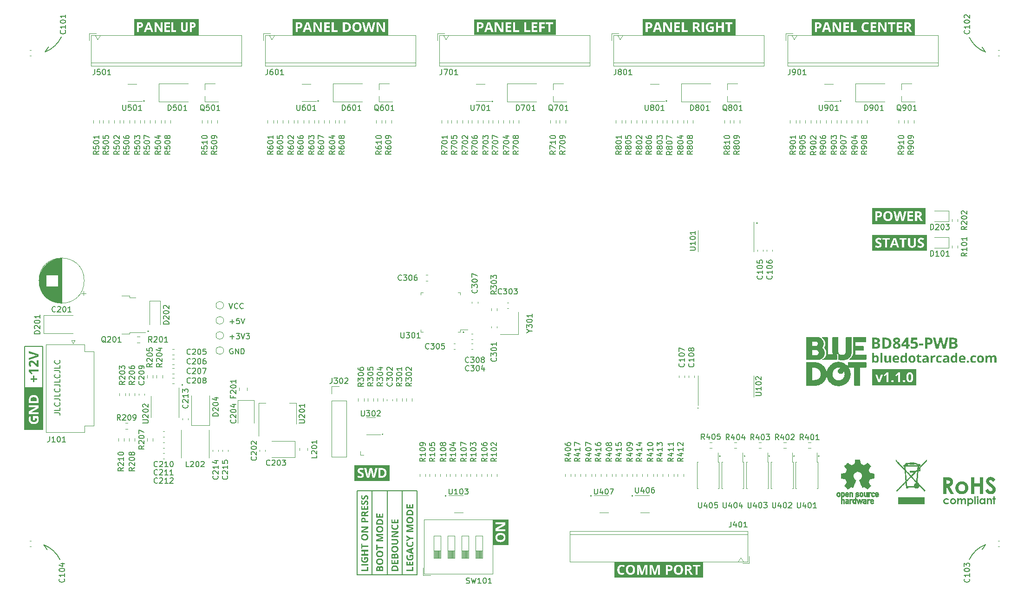
<source format=gbr>
%TF.GenerationSoftware,KiCad,Pcbnew,7.0.5-7.0.5~ubuntu22.04.1*%
%TF.CreationDate,2023-06-16T02:28:55+02:00*%
%TF.ProjectId,bd845-pwb,62643834-352d-4707-9762-2e6b69636164,1.0.0*%
%TF.SameCoordinates,Original*%
%TF.FileFunction,Legend,Top*%
%TF.FilePolarity,Positive*%
%FSLAX46Y46*%
G04 Gerber Fmt 4.6, Leading zero omitted, Abs format (unit mm)*
G04 Created by KiCad (PCBNEW 7.0.5-7.0.5~ubuntu22.04.1) date 2023-06-16 02:28:55*
%MOMM*%
%LPD*%
G01*
G04 APERTURE LIST*
%ADD10C,0.150000*%
%ADD11C,0.200000*%
%ADD12C,0.350000*%
%ADD13C,0.153000*%
%ADD14C,0.120000*%
%ADD15C,0.010000*%
G04 APERTURE END LIST*
D10*
X127750000Y-146375000D02*
X128750000Y-146375000D01*
X184000000Y-124750000D02*
G75*
G03*
X184000000Y-124750000I-75000J0D01*
G01*
X117750000Y-146375000D02*
X117750000Y-131100000D01*
X229380341Y-48357285D02*
G75*
G03*
X232344363Y-51069229I4854859J2330385D01*
G01*
X57250000Y-119367500D02*
X60500000Y-119367500D01*
X60500000Y-119867500D01*
X57250000Y-119867500D01*
X57250000Y-119367500D01*
G36*
X57250000Y-119367500D02*
G01*
X60500000Y-119367500D01*
X60500000Y-119867500D01*
X57250000Y-119867500D01*
X57250000Y-119367500D01*
G37*
X232363998Y-140888054D02*
G75*
G03*
X229400000Y-143600000I1890802J-5042246D01*
G01*
X232363986Y-140888035D02*
G75*
G03*
X231744130Y-141780324I4290914J-3642265D01*
G01*
X61275510Y-141823047D02*
G75*
G03*
X60655638Y-140930769I-4910710J-2750053D01*
G01*
X180000000Y-116000000D02*
G75*
G03*
X180000000Y-116000000I-75000J0D01*
G01*
X127750000Y-146375000D02*
X117750000Y-146375000D01*
X120500000Y-131100000D02*
X120500000Y-146375000D01*
X134000000Y-132000000D02*
G75*
G03*
X134000000Y-132000000I-75000J0D01*
G01*
X160500000Y-132000000D02*
G75*
G03*
X160500000Y-132000000I-75000J0D01*
G01*
X188500000Y-124750000D02*
G75*
G03*
X188500000Y-124750000I-75000J0D01*
G01*
X126000000Y-146375000D02*
X126000000Y-131100000D01*
X57200000Y-104717500D02*
X60500000Y-104717500D01*
X128750000Y-146375000D02*
X128750000Y-131100000D01*
X193000000Y-124750000D02*
G75*
G03*
X193000000Y-124750000I-75000J0D01*
G01*
X57200000Y-113100000D02*
X57700000Y-113100000D01*
X57700000Y-119550000D01*
X57200000Y-119550000D01*
X57200000Y-113100000D01*
G36*
X57200000Y-113100000D02*
G01*
X57700000Y-113100000D01*
X57700000Y-119550000D01*
X57200000Y-119550000D01*
X57200000Y-113100000D01*
G37*
X137275000Y-102150000D02*
G75*
G03*
X137275000Y-102150000I-75000J0D01*
G01*
X86000000Y-111750000D02*
G75*
G03*
X86000000Y-111750000I-75000J0D01*
G01*
X142500000Y-60060000D02*
G75*
G03*
X142500000Y-60060000I-75000J0D01*
G01*
X122500000Y-120750000D02*
G75*
G03*
X122500000Y-120750000I-75000J0D01*
G01*
X110750000Y-60000000D02*
G75*
G03*
X110750000Y-60000000I-75000J0D01*
G01*
X57200000Y-119867500D02*
X57200000Y-104717500D01*
X168000000Y-132000000D02*
G75*
G03*
X168000000Y-132000000I-75000J0D01*
G01*
X60890855Y-51042285D02*
G75*
G03*
X61510720Y-50150003I-4290855J3642285D01*
G01*
X123250000Y-146375000D02*
X123250000Y-131100000D01*
X197500000Y-124750000D02*
G75*
G03*
X197500000Y-124750000I-75000J0D01*
G01*
X57200000Y-112292500D02*
X60450000Y-112292500D01*
X60450000Y-113100000D01*
X57200000Y-113100000D01*
X57200000Y-112292500D01*
G36*
X57200000Y-112292500D02*
G01*
X60450000Y-112292500D01*
X60450000Y-113100000D01*
X57200000Y-113100000D01*
X57200000Y-112292500D01*
G37*
X79000000Y-60000000D02*
G75*
G03*
X79000000Y-60000000I-75000J0D01*
G01*
X63619660Y-143642714D02*
G75*
G03*
X60655638Y-140930769I-4854860J-2330386D01*
G01*
X190750000Y-82250000D02*
G75*
G03*
X190750000Y-82250000I-75000J0D01*
G01*
X202000000Y-124750000D02*
G75*
G03*
X202000000Y-124750000I-75000J0D01*
G01*
X60890856Y-51042286D02*
G75*
G03*
X63854849Y-48330327I-1890856J5042286D01*
G01*
X206000000Y-60000000D02*
G75*
G03*
X206000000Y-60000000I-75000J0D01*
G01*
X59950000Y-113150000D02*
X60450000Y-113150000D01*
X60450000Y-119600000D01*
X59950000Y-119600000D01*
X59950000Y-113150000D01*
G36*
X59950000Y-113150000D02*
G01*
X60450000Y-113150000D01*
X60450000Y-119600000D01*
X59950000Y-119600000D01*
X59950000Y-113150000D01*
G37*
X174250000Y-60000000D02*
G75*
G03*
X174250000Y-60000000I-75000J0D01*
G01*
X117750000Y-131100000D02*
X128750000Y-131100000D01*
X79750000Y-102000000D02*
G75*
G03*
X79750000Y-102000000I-75000J0D01*
G01*
X60500000Y-104717500D02*
X60500000Y-119867500D01*
X231724491Y-50176951D02*
G75*
G03*
X232344364Y-51069229I4910709J2750051D01*
G01*
D11*
G36*
X215766797Y-85250417D02*
G01*
X215771786Y-85269671D01*
X215776333Y-85286658D01*
X215781236Y-85304500D01*
X215786493Y-85323197D01*
X215792105Y-85342751D01*
X215798072Y-85363160D01*
X215802987Y-85379689D01*
X215807903Y-85396152D01*
X215812818Y-85412548D01*
X215818962Y-85432948D01*
X215825106Y-85453245D01*
X215831251Y-85473437D01*
X215837395Y-85493525D01*
X215841090Y-85505263D01*
X215846932Y-85523925D01*
X215852377Y-85541460D01*
X215858387Y-85561015D01*
X215863827Y-85578947D01*
X215869452Y-85597816D01*
X215996824Y-86004725D01*
X215539052Y-86004725D01*
X215665143Y-85597816D01*
X215665687Y-85596070D01*
X215670796Y-85579488D01*
X215676362Y-85561165D01*
X215681947Y-85542627D01*
X215687175Y-85525181D01*
X215692925Y-85505920D01*
X215697760Y-85489664D01*
X215702649Y-85473168D01*
X215707591Y-85456432D01*
X215712587Y-85439455D01*
X215717636Y-85422238D01*
X215722738Y-85404780D01*
X215727894Y-85387082D01*
X215733103Y-85369144D01*
X215736951Y-85355726D01*
X215741837Y-85338479D01*
X215746441Y-85321966D01*
X215751803Y-85302359D01*
X215756726Y-85283899D01*
X215761211Y-85266587D01*
X215766015Y-85247328D01*
X215766797Y-85250417D01*
G37*
G36*
X221683190Y-87304856D02*
G01*
X211712840Y-87304856D01*
X211712840Y-86648854D01*
X212262840Y-86648854D01*
X212281019Y-86657436D01*
X212299438Y-86665657D01*
X212318098Y-86673518D01*
X212336998Y-86681018D01*
X212356139Y-86688157D01*
X212375520Y-86694936D01*
X212395141Y-86701354D01*
X212415003Y-86707412D01*
X212435099Y-86713108D01*
X212455421Y-86718444D01*
X212475971Y-86723420D01*
X212496748Y-86728035D01*
X212517752Y-86732289D01*
X212538983Y-86736183D01*
X212560441Y-86739716D01*
X212582126Y-86742888D01*
X212587580Y-86743624D01*
X212609479Y-86746336D01*
X212631511Y-86748673D01*
X212653677Y-86750637D01*
X212675977Y-86752226D01*
X212698410Y-86753442D01*
X212720977Y-86754283D01*
X212743677Y-86754751D01*
X212760790Y-86754856D01*
X212786405Y-86754612D01*
X212811533Y-86753881D01*
X212836174Y-86752662D01*
X212860326Y-86750955D01*
X212883992Y-86748762D01*
X212907169Y-86746080D01*
X212929860Y-86742911D01*
X212952062Y-86739255D01*
X212973778Y-86735111D01*
X212995005Y-86730479D01*
X213015745Y-86725360D01*
X213035998Y-86719753D01*
X213055763Y-86713659D01*
X213075041Y-86707078D01*
X213093831Y-86700008D01*
X213112133Y-86692452D01*
X213129975Y-86684444D01*
X213147275Y-86676023D01*
X213164035Y-86667187D01*
X213180254Y-86657937D01*
X213195932Y-86648273D01*
X213211069Y-86638195D01*
X213225665Y-86627703D01*
X213239719Y-86616797D01*
X213253233Y-86605477D01*
X213266206Y-86593743D01*
X213278639Y-86581595D01*
X213290530Y-86569033D01*
X213301880Y-86556056D01*
X213312689Y-86542666D01*
X213322957Y-86528861D01*
X213332684Y-86514643D01*
X213341897Y-86500059D01*
X213350516Y-86485157D01*
X213358540Y-86469939D01*
X213365970Y-86454403D01*
X213372806Y-86438550D01*
X213379047Y-86422379D01*
X213384693Y-86405892D01*
X213389746Y-86389087D01*
X213394204Y-86371965D01*
X213398067Y-86354525D01*
X213401336Y-86336769D01*
X213404011Y-86318695D01*
X213406091Y-86300304D01*
X213407577Y-86281596D01*
X213408469Y-86262571D01*
X213408766Y-86243228D01*
X213408564Y-86226146D01*
X213407503Y-86201180D01*
X213405534Y-86177004D01*
X213402655Y-86153616D01*
X213398867Y-86131017D01*
X213394170Y-86109207D01*
X213388564Y-86088186D01*
X213382048Y-86067954D01*
X213374624Y-86048511D01*
X213366290Y-86029857D01*
X213357048Y-86011991D01*
X213350411Y-86000439D01*
X213339811Y-85983468D01*
X213328437Y-85966924D01*
X213316289Y-85950810D01*
X213303367Y-85935123D01*
X213289672Y-85919865D01*
X213275202Y-85905035D01*
X213259959Y-85890633D01*
X213243942Y-85876659D01*
X213227151Y-85863114D01*
X213209586Y-85849997D01*
X213197518Y-85841363D01*
X213178840Y-85828494D01*
X213159470Y-85815723D01*
X213139410Y-85803049D01*
X213118658Y-85790473D01*
X213097215Y-85777995D01*
X213075081Y-85765614D01*
X213059941Y-85757414D01*
X213044493Y-85749258D01*
X213028739Y-85741146D01*
X213012677Y-85733076D01*
X212996308Y-85725050D01*
X212979631Y-85717068D01*
X212959198Y-85707250D01*
X212939410Y-85697673D01*
X212920269Y-85688337D01*
X212901773Y-85679241D01*
X212883924Y-85670385D01*
X212866721Y-85661770D01*
X212850164Y-85653395D01*
X212834253Y-85645260D01*
X212814044Y-85634789D01*
X212794984Y-85624744D01*
X212790399Y-85622257D01*
X212772784Y-85612249D01*
X212756331Y-85602148D01*
X212741041Y-85591953D01*
X212726913Y-85581665D01*
X212710886Y-85568673D01*
X212696676Y-85555535D01*
X212684281Y-85542251D01*
X212679829Y-85536831D01*
X212669958Y-85522610D01*
X212661881Y-85507429D01*
X212655599Y-85491288D01*
X212651112Y-85474187D01*
X212648420Y-85456126D01*
X212647522Y-85437104D01*
X212647621Y-85430581D01*
X212649098Y-85411593D01*
X212652349Y-85393475D01*
X212657373Y-85376230D01*
X212664170Y-85359856D01*
X212672740Y-85344353D01*
X212676038Y-85339401D01*
X212687032Y-85325386D01*
X212699680Y-85312634D01*
X212713980Y-85301143D01*
X212729933Y-85290915D01*
X212747540Y-85281949D01*
X212756936Y-85277977D01*
X212773399Y-85272225D01*
X212790863Y-85267559D01*
X212809329Y-85263977D01*
X212828797Y-85261481D01*
X212849267Y-85260070D01*
X212866364Y-85259723D01*
X212878851Y-85259828D01*
X212897525Y-85260381D01*
X212916132Y-85261406D01*
X212934671Y-85262905D01*
X212953143Y-85264877D01*
X212971547Y-85267323D01*
X212989883Y-85270242D01*
X213008152Y-85273634D01*
X213026353Y-85277500D01*
X213044486Y-85281839D01*
X213062552Y-85286651D01*
X213074672Y-85290105D01*
X213093221Y-85295619D01*
X213112213Y-85301531D01*
X213131649Y-85307841D01*
X213151528Y-85314549D01*
X213171850Y-85321655D01*
X213192616Y-85329160D01*
X213213825Y-85337062D01*
X213235477Y-85345363D01*
X213257572Y-85354063D01*
X213280111Y-85363160D01*
X213400218Y-85073366D01*
X213391734Y-85069627D01*
X213374834Y-85062317D01*
X213358024Y-85055232D01*
X213341304Y-85048369D01*
X213324675Y-85041731D01*
X213308135Y-85035316D01*
X213291686Y-85029125D01*
X213275327Y-85023158D01*
X213259058Y-85017414D01*
X213234824Y-85009219D01*
X213210793Y-85001526D01*
X213186964Y-84994337D01*
X213163339Y-84987652D01*
X213139916Y-84981469D01*
X213120684Y-84976768D01*
X213548107Y-84976768D01*
X213548107Y-85287078D01*
X214025540Y-85287078D01*
X214025540Y-86727501D01*
X214398255Y-86727501D01*
X214916294Y-86727501D01*
X215317646Y-86727501D01*
X215445446Y-86317173D01*
X216086156Y-86317173D01*
X216213529Y-86727501D01*
X216614881Y-86727501D01*
X215992123Y-84976768D01*
X216654631Y-84976768D01*
X216654631Y-85287078D01*
X217132065Y-85287078D01*
X217132065Y-86727501D01*
X217504780Y-86727501D01*
X217504780Y-85287078D01*
X217981786Y-85287078D01*
X217981786Y-84976768D01*
X218231830Y-84976768D01*
X218231830Y-86106879D01*
X218232008Y-86125066D01*
X218232543Y-86143029D01*
X218233434Y-86160766D01*
X218234681Y-86178279D01*
X218236285Y-86195568D01*
X218238246Y-86212632D01*
X218243236Y-86246086D01*
X218249653Y-86278642D01*
X218257495Y-86310300D01*
X218266763Y-86341060D01*
X218277457Y-86370921D01*
X218289577Y-86399884D01*
X218303123Y-86427949D01*
X218318094Y-86455116D01*
X218334492Y-86481384D01*
X218352315Y-86506754D01*
X218371564Y-86531226D01*
X218392239Y-86554799D01*
X218414340Y-86577474D01*
X218437855Y-86598954D01*
X218462666Y-86619048D01*
X218488772Y-86637756D01*
X218516174Y-86655079D01*
X218544872Y-86671015D01*
X218574865Y-86685566D01*
X218606154Y-86698731D01*
X218622284Y-86704794D01*
X218638738Y-86710510D01*
X218655516Y-86715880D01*
X218672618Y-86720904D01*
X218690044Y-86725581D01*
X218707794Y-86729911D01*
X218725868Y-86733896D01*
X218744265Y-86737533D01*
X218762987Y-86740825D01*
X218782032Y-86743769D01*
X218801402Y-86746368D01*
X218821095Y-86748620D01*
X218841112Y-86750525D01*
X218861453Y-86752084D01*
X218882118Y-86753297D01*
X218903107Y-86754163D01*
X218924420Y-86754682D01*
X218946057Y-86754856D01*
X218976397Y-86754523D01*
X219006083Y-86753527D01*
X219035115Y-86751865D01*
X219063492Y-86749540D01*
X219091214Y-86746549D01*
X219118282Y-86742894D01*
X219144696Y-86738575D01*
X219170455Y-86733591D01*
X219195559Y-86727943D01*
X219220009Y-86721630D01*
X219243805Y-86714653D01*
X219266946Y-86707011D01*
X219289433Y-86698704D01*
X219311265Y-86689733D01*
X219332442Y-86680098D01*
X219352965Y-86669798D01*
X219372842Y-86658877D01*
X219389769Y-86648854D01*
X219987264Y-86648854D01*
X220005443Y-86657436D01*
X220023862Y-86665657D01*
X220042522Y-86673518D01*
X220061422Y-86681018D01*
X220080563Y-86688157D01*
X220099944Y-86694936D01*
X220119565Y-86701354D01*
X220139427Y-86707412D01*
X220159523Y-86713108D01*
X220179846Y-86718444D01*
X220200395Y-86723420D01*
X220221172Y-86728035D01*
X220242176Y-86732289D01*
X220263407Y-86736183D01*
X220284865Y-86739716D01*
X220306550Y-86742888D01*
X220312004Y-86743624D01*
X220333903Y-86746336D01*
X220355936Y-86748673D01*
X220378102Y-86750637D01*
X220400401Y-86752226D01*
X220422834Y-86753442D01*
X220445401Y-86754283D01*
X220468101Y-86754751D01*
X220485214Y-86754856D01*
X220510830Y-86754612D01*
X220535957Y-86753881D01*
X220560598Y-86752662D01*
X220584751Y-86750955D01*
X220608416Y-86748762D01*
X220631594Y-86746080D01*
X220654284Y-86742911D01*
X220676487Y-86739255D01*
X220698202Y-86735111D01*
X220719430Y-86730479D01*
X220740170Y-86725360D01*
X220760422Y-86719753D01*
X220780187Y-86713659D01*
X220799465Y-86707078D01*
X220818255Y-86700008D01*
X220836557Y-86692452D01*
X220854399Y-86684444D01*
X220871700Y-86676023D01*
X220888460Y-86667187D01*
X220904678Y-86657937D01*
X220920356Y-86648273D01*
X220935493Y-86638195D01*
X220950089Y-86627703D01*
X220964144Y-86616797D01*
X220977658Y-86605477D01*
X220990631Y-86593743D01*
X221003063Y-86581595D01*
X221014954Y-86569033D01*
X221026304Y-86556056D01*
X221037113Y-86542666D01*
X221047381Y-86528861D01*
X221057109Y-86514643D01*
X221066322Y-86500059D01*
X221074940Y-86485157D01*
X221082965Y-86469939D01*
X221090394Y-86454403D01*
X221097230Y-86438550D01*
X221103471Y-86422379D01*
X221109118Y-86405892D01*
X221114170Y-86389087D01*
X221118628Y-86371965D01*
X221122491Y-86354525D01*
X221125761Y-86336769D01*
X221128435Y-86318695D01*
X221130516Y-86300304D01*
X221132002Y-86281596D01*
X221132893Y-86262571D01*
X221133190Y-86243228D01*
X221132988Y-86226146D01*
X221131928Y-86201180D01*
X221129958Y-86177004D01*
X221127079Y-86153616D01*
X221123291Y-86131017D01*
X221118594Y-86109207D01*
X221112988Y-86088186D01*
X221106473Y-86067954D01*
X221099048Y-86048511D01*
X221090715Y-86029857D01*
X221081472Y-86011991D01*
X221074835Y-86000439D01*
X221064235Y-85983468D01*
X221052861Y-85966924D01*
X221040713Y-85950810D01*
X221027792Y-85935123D01*
X221014096Y-85919865D01*
X220999627Y-85905035D01*
X220984383Y-85890633D01*
X220968366Y-85876659D01*
X220951575Y-85863114D01*
X220934010Y-85849997D01*
X220921942Y-85841363D01*
X220903264Y-85828494D01*
X220883895Y-85815723D01*
X220863834Y-85803049D01*
X220843082Y-85790473D01*
X220821639Y-85777995D01*
X220799505Y-85765614D01*
X220784365Y-85757414D01*
X220768917Y-85749258D01*
X220753163Y-85741146D01*
X220737101Y-85733076D01*
X220720732Y-85725050D01*
X220704056Y-85717068D01*
X220683622Y-85707250D01*
X220663834Y-85697673D01*
X220644693Y-85688337D01*
X220626198Y-85679241D01*
X220608348Y-85670385D01*
X220591145Y-85661770D01*
X220574588Y-85653395D01*
X220558678Y-85645260D01*
X220538469Y-85634789D01*
X220519408Y-85624744D01*
X220514823Y-85622257D01*
X220497208Y-85612249D01*
X220480756Y-85602148D01*
X220465465Y-85591953D01*
X220451337Y-85581665D01*
X220435311Y-85568673D01*
X220421100Y-85555535D01*
X220408705Y-85542251D01*
X220404254Y-85536831D01*
X220394382Y-85522610D01*
X220386305Y-85507429D01*
X220380023Y-85491288D01*
X220375536Y-85474187D01*
X220372844Y-85456126D01*
X220371946Y-85437104D01*
X220372045Y-85430581D01*
X220373523Y-85411593D01*
X220376773Y-85393475D01*
X220381797Y-85376230D01*
X220388594Y-85359856D01*
X220397165Y-85344353D01*
X220400462Y-85339401D01*
X220411457Y-85325386D01*
X220424104Y-85312634D01*
X220438404Y-85301143D01*
X220454358Y-85290915D01*
X220471964Y-85281949D01*
X220481361Y-85277977D01*
X220497823Y-85272225D01*
X220515287Y-85267559D01*
X220533754Y-85263977D01*
X220553221Y-85261481D01*
X220573691Y-85260070D01*
X220590788Y-85259723D01*
X220603275Y-85259828D01*
X220621950Y-85260381D01*
X220640556Y-85261406D01*
X220659095Y-85262905D01*
X220677567Y-85264877D01*
X220695971Y-85267323D01*
X220714307Y-85270242D01*
X220732576Y-85273634D01*
X220750777Y-85277500D01*
X220768910Y-85281839D01*
X220786976Y-85286651D01*
X220799096Y-85290105D01*
X220817645Y-85295619D01*
X220836638Y-85301531D01*
X220856073Y-85307841D01*
X220875952Y-85314549D01*
X220896275Y-85321655D01*
X220917040Y-85329160D01*
X220938249Y-85337062D01*
X220959901Y-85345363D01*
X220981997Y-85354063D01*
X221004535Y-85363160D01*
X221124642Y-85073366D01*
X221116158Y-85069627D01*
X221099258Y-85062317D01*
X221082448Y-85055232D01*
X221065729Y-85048369D01*
X221049099Y-85041731D01*
X221032560Y-85035316D01*
X221016111Y-85029125D01*
X220999752Y-85023158D01*
X220983483Y-85017414D01*
X220959248Y-85009219D01*
X220935217Y-85001526D01*
X220911389Y-84994337D01*
X220887763Y-84987652D01*
X220864340Y-84981469D01*
X220840906Y-84975741D01*
X220817246Y-84970575D01*
X220793362Y-84965973D01*
X220769251Y-84961935D01*
X220744916Y-84958460D01*
X220720355Y-84955548D01*
X220695568Y-84953201D01*
X220670556Y-84951416D01*
X220645319Y-84950195D01*
X220619856Y-84949538D01*
X220602756Y-84949413D01*
X220580131Y-84949645D01*
X220557883Y-84950341D01*
X220536013Y-84951501D01*
X220514519Y-84953126D01*
X220493404Y-84955215D01*
X220472665Y-84957767D01*
X220452304Y-84960784D01*
X220432320Y-84964266D01*
X220412714Y-84968211D01*
X220393485Y-84972620D01*
X220374633Y-84977494D01*
X220356158Y-84982832D01*
X220338061Y-84988634D01*
X220320342Y-84994900D01*
X220302999Y-85001630D01*
X220286034Y-85008825D01*
X220277733Y-85012589D01*
X220261490Y-85020426D01*
X220245729Y-85028674D01*
X220230449Y-85037333D01*
X220215649Y-85046403D01*
X220201330Y-85055883D01*
X220180754Y-85070873D01*
X220161259Y-85086788D01*
X220142847Y-85103626D01*
X220125516Y-85121389D01*
X220109267Y-85140076D01*
X220094100Y-85159687D01*
X220080015Y-85180222D01*
X220067106Y-85201541D01*
X220055467Y-85223664D01*
X220045097Y-85246591D01*
X220035997Y-85270322D01*
X220030636Y-85286589D01*
X220025839Y-85303214D01*
X220021607Y-85320195D01*
X220017938Y-85337534D01*
X220014835Y-85355231D01*
X220012295Y-85373285D01*
X220010320Y-85391696D01*
X220008909Y-85410464D01*
X220008063Y-85429589D01*
X220007780Y-85449072D01*
X220007942Y-85463952D01*
X220008793Y-85485771D01*
X220010372Y-85506988D01*
X220012679Y-85527605D01*
X220015716Y-85547621D01*
X220019482Y-85567035D01*
X220023976Y-85585848D01*
X220029199Y-85604061D01*
X220035151Y-85621672D01*
X220041831Y-85638682D01*
X220049241Y-85655091D01*
X220057221Y-85670974D01*
X220065615Y-85686407D01*
X220074422Y-85701388D01*
X220083642Y-85715919D01*
X220096578Y-85734592D01*
X220110249Y-85752464D01*
X220124654Y-85769534D01*
X220139795Y-85785803D01*
X220155669Y-85801271D01*
X220172025Y-85815943D01*
X220188608Y-85830042D01*
X220205418Y-85843566D01*
X220222455Y-85856515D01*
X220239719Y-85868891D01*
X220257210Y-85880691D01*
X220274928Y-85891918D01*
X220292873Y-85902570D01*
X220310758Y-85912735D01*
X220328296Y-85922499D01*
X220345486Y-85931862D01*
X220362329Y-85940825D01*
X220378825Y-85949387D01*
X220394974Y-85957548D01*
X220410775Y-85965308D01*
X220426229Y-85972668D01*
X220444325Y-85981431D01*
X220462068Y-85990089D01*
X220479458Y-85998642D01*
X220496494Y-86007089D01*
X220513177Y-86015431D01*
X220529508Y-86023668D01*
X220545485Y-86031800D01*
X220561109Y-86039827D01*
X220581391Y-86050366D01*
X220601046Y-86060718D01*
X220615339Y-86068387D01*
X220633485Y-86078789D01*
X220650588Y-86089391D01*
X220666650Y-86100194D01*
X220681670Y-86111197D01*
X220695648Y-86122400D01*
X220708585Y-86133803D01*
X220723290Y-86148340D01*
X220728673Y-86154240D01*
X220740611Y-86169663D01*
X220750378Y-86186047D01*
X220757975Y-86203390D01*
X220763401Y-86221693D01*
X220766657Y-86240956D01*
X220767742Y-86261180D01*
X220767643Y-86267867D01*
X220766166Y-86287386D01*
X220762915Y-86306095D01*
X220757891Y-86323991D01*
X220751094Y-86341077D01*
X220742524Y-86357350D01*
X220735739Y-86367542D01*
X220723757Y-86381777D01*
X220709612Y-86394750D01*
X220693303Y-86406461D01*
X220678060Y-86415256D01*
X220661313Y-86423174D01*
X220650503Y-86427452D01*
X220631100Y-86433646D01*
X220614330Y-86437760D01*
X220596451Y-86441126D01*
X220577464Y-86443744D01*
X220557369Y-86445614D01*
X220536164Y-86446736D01*
X220513852Y-86447110D01*
X220497332Y-86446936D01*
X220472516Y-86446024D01*
X220447654Y-86444331D01*
X220422747Y-86441857D01*
X220397796Y-86438601D01*
X220372799Y-86434564D01*
X220347757Y-86429746D01*
X220331037Y-86426099D01*
X220314298Y-86422105D01*
X220297538Y-86417764D01*
X220280758Y-86413076D01*
X220263958Y-86408040D01*
X220247138Y-86402658D01*
X220230345Y-86397059D01*
X220213626Y-86391378D01*
X220196979Y-86385612D01*
X220180407Y-86379764D01*
X220163907Y-86373831D01*
X220147482Y-86367816D01*
X220131129Y-86361717D01*
X220114850Y-86355534D01*
X220098645Y-86349268D01*
X220082513Y-86342918D01*
X220066454Y-86336485D01*
X220050469Y-86329969D01*
X220034558Y-86323369D01*
X220018720Y-86316685D01*
X220002955Y-86309918D01*
X219987264Y-86303067D01*
X219987264Y-86648854D01*
X219389769Y-86648854D01*
X219392081Y-86647485D01*
X219410683Y-86635622D01*
X219428646Y-86623289D01*
X219445972Y-86610485D01*
X219462660Y-86597209D01*
X219478710Y-86583463D01*
X219494122Y-86569246D01*
X219508897Y-86554559D01*
X219523034Y-86539400D01*
X219536533Y-86523771D01*
X219549394Y-86507670D01*
X219561617Y-86491099D01*
X219573203Y-86474058D01*
X219584150Y-86456545D01*
X219594460Y-86438561D01*
X219604139Y-86420204D01*
X219613194Y-86401569D01*
X219621624Y-86382657D01*
X219629429Y-86363468D01*
X219636610Y-86344002D01*
X219643167Y-86324258D01*
X219649099Y-86304238D01*
X219654407Y-86283940D01*
X219659090Y-86263365D01*
X219663149Y-86242513D01*
X219666583Y-86221384D01*
X219669393Y-86199978D01*
X219671579Y-86178294D01*
X219673140Y-86156334D01*
X219674077Y-86134096D01*
X219674389Y-86111581D01*
X219674389Y-84976768D01*
X219302957Y-84976768D01*
X219302957Y-86047895D01*
X219302816Y-86064644D01*
X219302080Y-86089068D01*
X219300713Y-86112650D01*
X219298714Y-86135390D01*
X219296084Y-86157289D01*
X219292824Y-86178346D01*
X219288932Y-86198562D01*
X219284409Y-86217936D01*
X219279255Y-86236469D01*
X219273469Y-86254161D01*
X219267053Y-86271011D01*
X219264769Y-86276442D01*
X219257443Y-86292202D01*
X219246563Y-86311963D01*
X219234415Y-86330296D01*
X219220998Y-86347199D01*
X219206312Y-86362673D01*
X219190357Y-86376718D01*
X219173133Y-86389334D01*
X219154640Y-86400520D01*
X219149814Y-86403097D01*
X219129614Y-86412588D01*
X219113527Y-86418846D01*
X219096636Y-86424369D01*
X219078941Y-86429155D01*
X219060442Y-86433204D01*
X219041139Y-86436518D01*
X219021032Y-86439095D01*
X219000121Y-86440935D01*
X218978406Y-86442040D01*
X218955887Y-86442408D01*
X218945071Y-86442322D01*
X218923937Y-86441638D01*
X218903467Y-86440269D01*
X218883662Y-86438215D01*
X218864522Y-86435477D01*
X218846046Y-86432054D01*
X218828234Y-86427947D01*
X218811087Y-86423155D01*
X218794604Y-86417679D01*
X218771126Y-86408181D01*
X218749144Y-86397142D01*
X218728656Y-86384564D01*
X218709664Y-86370445D01*
X218692166Y-86354786D01*
X218681401Y-86343327D01*
X218666554Y-86324242D01*
X218653271Y-86302880D01*
X218645283Y-86287375D01*
X218637990Y-86270857D01*
X218631392Y-86253328D01*
X218625488Y-86234786D01*
X218620279Y-86215233D01*
X218615764Y-86194669D01*
X218611944Y-86173092D01*
X218608818Y-86150503D01*
X218606387Y-86126903D01*
X218604651Y-86102291D01*
X218603609Y-86076667D01*
X218603262Y-86050032D01*
X218603262Y-84976768D01*
X218231830Y-84976768D01*
X217981786Y-84976768D01*
X216654631Y-84976768D01*
X215992123Y-84976768D01*
X215536488Y-84976768D01*
X215172336Y-86004725D01*
X214916294Y-86727501D01*
X214398255Y-86727501D01*
X214398255Y-85287078D01*
X214875261Y-85287078D01*
X214875261Y-84976768D01*
X213548107Y-84976768D01*
X213120684Y-84976768D01*
X213116482Y-84975741D01*
X213092822Y-84970575D01*
X213068937Y-84965973D01*
X213044827Y-84961935D01*
X213020491Y-84958460D01*
X212995930Y-84955548D01*
X212971144Y-84953201D01*
X212946132Y-84951416D01*
X212920895Y-84950195D01*
X212895432Y-84949538D01*
X212878332Y-84949413D01*
X212855707Y-84949645D01*
X212833459Y-84950341D01*
X212811588Y-84951501D01*
X212790095Y-84953126D01*
X212768979Y-84955215D01*
X212748241Y-84957767D01*
X212727880Y-84960784D01*
X212707896Y-84964266D01*
X212688290Y-84968211D01*
X212669060Y-84972620D01*
X212650209Y-84977494D01*
X212631734Y-84982832D01*
X212613637Y-84988634D01*
X212595917Y-84994900D01*
X212578575Y-85001630D01*
X212561610Y-85008825D01*
X212553308Y-85012589D01*
X212537066Y-85020426D01*
X212521305Y-85028674D01*
X212506024Y-85037333D01*
X212491225Y-85046403D01*
X212476906Y-85055883D01*
X212456330Y-85070873D01*
X212436835Y-85086788D01*
X212418422Y-85103626D01*
X212401092Y-85121389D01*
X212384843Y-85140076D01*
X212369676Y-85159687D01*
X212355591Y-85180222D01*
X212342682Y-85201541D01*
X212331042Y-85223664D01*
X212320673Y-85246591D01*
X212311573Y-85270322D01*
X212306212Y-85286589D01*
X212301415Y-85303214D01*
X212297182Y-85320195D01*
X212293514Y-85337534D01*
X212290410Y-85355231D01*
X212287871Y-85373285D01*
X212285896Y-85391696D01*
X212284485Y-85410464D01*
X212283638Y-85429589D01*
X212283356Y-85449072D01*
X212283518Y-85463952D01*
X212284368Y-85485771D01*
X212285947Y-85506988D01*
X212288255Y-85527605D01*
X212291292Y-85547621D01*
X212295057Y-85567035D01*
X212299551Y-85585848D01*
X212304775Y-85604061D01*
X212310726Y-85621672D01*
X212317407Y-85638682D01*
X212324816Y-85655091D01*
X212332797Y-85670974D01*
X212341190Y-85686407D01*
X212349997Y-85701388D01*
X212359217Y-85715919D01*
X212372154Y-85734592D01*
X212385825Y-85752464D01*
X212400230Y-85769534D01*
X212415370Y-85785803D01*
X212431245Y-85801271D01*
X212447601Y-85815943D01*
X212464184Y-85830042D01*
X212480993Y-85843566D01*
X212498030Y-85856515D01*
X212515294Y-85868891D01*
X212532785Y-85880691D01*
X212550503Y-85891918D01*
X212568449Y-85902570D01*
X212586334Y-85912735D01*
X212603871Y-85922499D01*
X212621062Y-85931862D01*
X212637905Y-85940825D01*
X212654401Y-85949387D01*
X212670550Y-85957548D01*
X212686351Y-85965308D01*
X212701805Y-85972668D01*
X212719901Y-85981431D01*
X212737644Y-85990089D01*
X212755033Y-85998642D01*
X212772070Y-86007089D01*
X212788753Y-86015431D01*
X212805083Y-86023668D01*
X212821060Y-86031800D01*
X212836684Y-86039827D01*
X212856967Y-86050366D01*
X212876622Y-86060718D01*
X212890915Y-86068387D01*
X212909060Y-86078789D01*
X212926164Y-86089391D01*
X212942226Y-86100194D01*
X212957246Y-86111197D01*
X212971224Y-86122400D01*
X212984160Y-86133803D01*
X212998866Y-86148340D01*
X213004248Y-86154240D01*
X213016186Y-86169663D01*
X213025954Y-86186047D01*
X213033550Y-86203390D01*
X213038977Y-86221693D01*
X213042232Y-86240956D01*
X213043318Y-86261180D01*
X213043219Y-86267867D01*
X213041742Y-86287386D01*
X213038491Y-86306095D01*
X213033467Y-86323991D01*
X213026670Y-86341077D01*
X213018100Y-86357350D01*
X213011314Y-86367542D01*
X212999333Y-86381777D01*
X212985188Y-86394750D01*
X212968879Y-86406461D01*
X212953635Y-86415256D01*
X212936889Y-86423174D01*
X212926078Y-86427452D01*
X212906675Y-86433646D01*
X212889906Y-86437760D01*
X212872027Y-86441126D01*
X212853040Y-86443744D01*
X212832944Y-86445614D01*
X212811740Y-86446736D01*
X212789427Y-86447110D01*
X212772908Y-86446936D01*
X212748091Y-86446024D01*
X212723230Y-86444331D01*
X212698323Y-86441857D01*
X212673371Y-86438601D01*
X212648375Y-86434564D01*
X212623333Y-86429746D01*
X212606613Y-86426099D01*
X212589873Y-86422105D01*
X212573114Y-86417764D01*
X212556334Y-86413076D01*
X212539534Y-86408040D01*
X212522714Y-86402658D01*
X212505921Y-86397059D01*
X212489201Y-86391378D01*
X212472555Y-86385612D01*
X212455982Y-86379764D01*
X212439483Y-86373831D01*
X212423057Y-86367816D01*
X212406705Y-86361717D01*
X212390426Y-86355534D01*
X212374221Y-86349268D01*
X212358089Y-86342918D01*
X212342030Y-86336485D01*
X212326045Y-86329969D01*
X212310134Y-86323369D01*
X212294296Y-86316685D01*
X212278531Y-86309918D01*
X212262840Y-86303067D01*
X212262840Y-86648854D01*
X211712840Y-86648854D01*
X211712840Y-84399413D01*
X221683190Y-84399413D01*
X221683190Y-87304856D01*
G37*
D12*
G36*
X212302683Y-103159271D02*
G01*
X212327178Y-103159599D01*
X212351292Y-103160145D01*
X212375025Y-103160910D01*
X212398377Y-103161893D01*
X212421349Y-103163095D01*
X212443940Y-103164515D01*
X212466150Y-103166154D01*
X212487980Y-103168011D01*
X212509429Y-103170086D01*
X212530497Y-103172380D01*
X212551185Y-103174893D01*
X212571492Y-103177624D01*
X212591418Y-103180573D01*
X212610964Y-103183741D01*
X212648913Y-103190733D01*
X212685339Y-103198598D01*
X212720243Y-103207338D01*
X212753624Y-103216951D01*
X212785483Y-103227438D01*
X212815819Y-103238799D01*
X212844632Y-103251034D01*
X212871922Y-103264143D01*
X212884996Y-103271025D01*
X212909958Y-103285667D01*
X212933310Y-103301624D01*
X212955052Y-103318899D01*
X212975183Y-103337490D01*
X212993703Y-103357398D01*
X213010613Y-103378622D01*
X213025913Y-103401163D01*
X213039602Y-103425020D01*
X213051680Y-103450195D01*
X213062148Y-103476685D01*
X213071006Y-103504493D01*
X213078253Y-103533617D01*
X213083890Y-103564058D01*
X213087916Y-103595815D01*
X213090332Y-103628889D01*
X213091137Y-103663279D01*
X213090815Y-103684335D01*
X213089849Y-103705005D01*
X213088239Y-103725288D01*
X213085985Y-103745185D01*
X213083087Y-103764695D01*
X213078221Y-103790108D01*
X213072211Y-103814833D01*
X213065055Y-103838872D01*
X213056755Y-103862224D01*
X213054501Y-103867955D01*
X213044952Y-103890280D01*
X213034381Y-103911583D01*
X213022787Y-103931863D01*
X213010170Y-103951120D01*
X212996531Y-103969354D01*
X212981869Y-103986565D01*
X212966184Y-104002754D01*
X212949476Y-104017920D01*
X212931898Y-104031933D01*
X212913359Y-104044665D01*
X212893857Y-104056113D01*
X212873394Y-104066280D01*
X212851970Y-104075164D01*
X212829583Y-104082766D01*
X212806235Y-104089086D01*
X212781926Y-104094124D01*
X212781926Y-104107801D01*
X212806777Y-104113396D01*
X212831018Y-104119922D01*
X212854649Y-104127379D01*
X212877669Y-104135767D01*
X212900078Y-104145087D01*
X212921877Y-104155337D01*
X212943065Y-104166519D01*
X212963642Y-104178632D01*
X212983403Y-104191806D01*
X213002141Y-104206414D01*
X213019856Y-104222458D01*
X213036549Y-104239937D01*
X213052218Y-104258850D01*
X213066865Y-104279199D01*
X213080490Y-104300982D01*
X213090036Y-104318261D01*
X213093091Y-104324200D01*
X213101821Y-104342615D01*
X213109692Y-104362136D01*
X213116704Y-104382766D01*
X213122858Y-104404503D01*
X213128153Y-104427348D01*
X213132590Y-104451300D01*
X213136167Y-104476360D01*
X213138886Y-104502528D01*
X213140747Y-104529804D01*
X213141749Y-104558187D01*
X213141939Y-104577725D01*
X213141590Y-104600357D01*
X213140543Y-104622581D01*
X213138797Y-104644397D01*
X213136352Y-104665805D01*
X213133210Y-104686804D01*
X213129369Y-104707395D01*
X213124829Y-104727577D01*
X213119591Y-104747351D01*
X213113655Y-104766717D01*
X213107020Y-104785674D01*
X213099687Y-104804224D01*
X213091656Y-104822364D01*
X213082926Y-104840097D01*
X213073498Y-104857421D01*
X213063372Y-104874337D01*
X213052547Y-104890844D01*
X213041134Y-104906909D01*
X213029122Y-104922496D01*
X213016511Y-104937607D01*
X213003301Y-104952240D01*
X212989492Y-104966397D01*
X212975083Y-104980076D01*
X212960076Y-104993279D01*
X212944469Y-105006004D01*
X212928263Y-105018253D01*
X212911458Y-105030024D01*
X212894054Y-105041318D01*
X212876051Y-105052136D01*
X212857448Y-105062476D01*
X212838246Y-105072339D01*
X212818446Y-105081725D01*
X212798046Y-105090635D01*
X212777102Y-105099034D01*
X212755669Y-105106892D01*
X212733749Y-105114208D01*
X212711339Y-105120982D01*
X212688442Y-105127214D01*
X212665055Y-105132904D01*
X212641181Y-105138052D01*
X212616817Y-105142658D01*
X212591966Y-105146723D01*
X212566625Y-105150245D01*
X212540797Y-105153226D01*
X212514480Y-105155664D01*
X212487674Y-105157561D01*
X212460380Y-105158916D01*
X212432597Y-105159729D01*
X212404326Y-105160000D01*
X211653035Y-105160000D01*
X211653035Y-104284633D01*
X212078506Y-104284633D01*
X212078506Y-104808290D01*
X212356454Y-104808290D01*
X212379997Y-104808000D01*
X212402632Y-104807130D01*
X212424358Y-104805679D01*
X212445176Y-104803649D01*
X212465085Y-104801039D01*
X212493247Y-104796036D01*
X212519364Y-104789727D01*
X212543439Y-104782114D01*
X212565469Y-104773195D01*
X212585456Y-104762971D01*
X212603399Y-104751442D01*
X212619299Y-104738608D01*
X212624145Y-104734040D01*
X212637676Y-104719672D01*
X212653647Y-104699125D01*
X212667252Y-104676990D01*
X212675903Y-104659347D01*
X212683223Y-104640812D01*
X212689212Y-104621383D01*
X212693871Y-104601061D01*
X212697198Y-104579846D01*
X212699194Y-104557739D01*
X212699860Y-104534738D01*
X212699049Y-104511976D01*
X212696616Y-104490097D01*
X212692561Y-104469100D01*
X212686885Y-104448986D01*
X212679586Y-104429754D01*
X212670665Y-104411405D01*
X212666643Y-104404312D01*
X212655318Y-104387225D01*
X212641799Y-104371378D01*
X212626085Y-104356771D01*
X212608177Y-104343404D01*
X212588075Y-104331278D01*
X212570413Y-104322470D01*
X212556245Y-104316385D01*
X212535912Y-104308943D01*
X212513747Y-104302493D01*
X212489750Y-104297036D01*
X212463921Y-104292571D01*
X212443348Y-104289873D01*
X212421744Y-104287734D01*
X212399109Y-104286152D01*
X212375444Y-104285129D01*
X212350749Y-104284664D01*
X212342288Y-104284633D01*
X212078506Y-104284633D01*
X211653035Y-104284633D01*
X211653035Y-103507941D01*
X212078506Y-103507941D01*
X212078506Y-103947090D01*
X212326168Y-103947090D01*
X212348866Y-103946866D01*
X212370674Y-103946197D01*
X212391593Y-103945080D01*
X212411623Y-103943517D01*
X212440000Y-103940336D01*
X212466377Y-103936150D01*
X212490753Y-103930959D01*
X212513129Y-103924764D01*
X212533503Y-103917564D01*
X212551877Y-103909360D01*
X212573264Y-103896858D01*
X212582623Y-103889937D01*
X212599453Y-103874672D01*
X212614039Y-103857697D01*
X212626381Y-103839012D01*
X212636479Y-103818618D01*
X212644333Y-103796514D01*
X212649943Y-103772700D01*
X212653309Y-103747177D01*
X212654361Y-103726912D01*
X212654431Y-103719944D01*
X212653688Y-103699257D01*
X212651460Y-103679695D01*
X212646178Y-103655362D01*
X212638255Y-103633029D01*
X212627692Y-103612696D01*
X212614488Y-103594363D01*
X212598642Y-103578029D01*
X212580156Y-103563695D01*
X212569923Y-103557278D01*
X212547262Y-103545715D01*
X212528252Y-103538054D01*
X212507517Y-103531260D01*
X212485056Y-103525334D01*
X212460868Y-103520275D01*
X212434955Y-103516083D01*
X212407316Y-103512759D01*
X212377951Y-103510302D01*
X212357416Y-103509145D01*
X212336113Y-103508375D01*
X212314044Y-103507989D01*
X212302721Y-103507941D01*
X212078506Y-103507941D01*
X211653035Y-103507941D01*
X211653035Y-103159162D01*
X212277808Y-103159162D01*
X212302683Y-103159271D01*
G37*
G36*
X214182546Y-103159271D02*
G01*
X214221396Y-103160145D01*
X214259589Y-103161893D01*
X214297126Y-103164515D01*
X214334007Y-103168011D01*
X214370231Y-103172380D01*
X214405799Y-103177624D01*
X214440710Y-103183741D01*
X214474965Y-103190733D01*
X214508564Y-103198598D01*
X214541506Y-103207338D01*
X214573792Y-103216951D01*
X214605422Y-103227438D01*
X214636395Y-103238799D01*
X214666711Y-103251034D01*
X214696372Y-103264143D01*
X214710956Y-103271025D01*
X214739610Y-103285365D01*
X214767444Y-103300541D01*
X214794458Y-103316552D01*
X214820651Y-103333399D01*
X214846024Y-103351082D01*
X214870576Y-103369600D01*
X214894307Y-103388955D01*
X214917219Y-103409145D01*
X214939309Y-103430171D01*
X214960579Y-103452032D01*
X214981029Y-103474730D01*
X215000658Y-103498263D01*
X215019467Y-103522632D01*
X215037455Y-103547836D01*
X215054622Y-103573877D01*
X215070969Y-103600753D01*
X215086467Y-103628393D01*
X215100966Y-103656845D01*
X215114464Y-103686110D01*
X215126962Y-103716188D01*
X215138461Y-103747079D01*
X215148959Y-103778783D01*
X215158458Y-103811300D01*
X215166957Y-103844630D01*
X215174456Y-103878772D01*
X215180955Y-103913727D01*
X215186454Y-103949496D01*
X215190954Y-103986077D01*
X215194453Y-104023471D01*
X215196953Y-104061678D01*
X215198453Y-104100697D01*
X215198828Y-104120512D01*
X215198953Y-104140530D01*
X215198826Y-104161548D01*
X215198445Y-104182349D01*
X215197811Y-104202932D01*
X215196922Y-104223298D01*
X215195780Y-104243446D01*
X215194385Y-104263376D01*
X215192735Y-104283089D01*
X215190832Y-104302585D01*
X215186264Y-104340923D01*
X215180680Y-104378392D01*
X215174082Y-104414990D01*
X215166468Y-104450718D01*
X215157840Y-104485576D01*
X215148196Y-104519564D01*
X215137537Y-104552682D01*
X215125863Y-104584930D01*
X215113174Y-104616307D01*
X215099470Y-104646815D01*
X215084750Y-104676452D01*
X215069016Y-104705219D01*
X215052378Y-104733053D01*
X215034829Y-104760014D01*
X215016368Y-104786100D01*
X214996994Y-104811312D01*
X214976709Y-104835651D01*
X214955511Y-104859115D01*
X214933402Y-104881706D01*
X214910380Y-104903422D01*
X214886446Y-104924265D01*
X214861600Y-104944234D01*
X214835842Y-104963329D01*
X214809172Y-104981550D01*
X214781589Y-104998897D01*
X214753095Y-105015370D01*
X214723689Y-105030969D01*
X214693370Y-105045694D01*
X214662263Y-105059536D01*
X214630371Y-105072484D01*
X214597692Y-105084540D01*
X214564227Y-105095703D01*
X214529975Y-105105972D01*
X214494938Y-105115349D01*
X214459114Y-105123832D01*
X214422505Y-105131423D01*
X214385109Y-105138121D01*
X214346927Y-105143925D01*
X214327541Y-105146493D01*
X214307959Y-105148837D01*
X214288180Y-105150958D01*
X214268204Y-105152855D01*
X214248032Y-105154530D01*
X214227664Y-105155981D01*
X214207099Y-105157209D01*
X214186337Y-105158213D01*
X214165379Y-105158995D01*
X214144224Y-105159553D01*
X214122873Y-105159888D01*
X214101325Y-105160000D01*
X213532728Y-105160000D01*
X213532728Y-103507941D01*
X213958199Y-103507941D01*
X213958199Y-104808290D01*
X214140893Y-104808290D01*
X214179283Y-104807645D01*
X214216417Y-104805710D01*
X214252296Y-104802485D01*
X214286919Y-104797971D01*
X214320287Y-104792166D01*
X214352399Y-104785071D01*
X214383256Y-104776687D01*
X214412857Y-104767013D01*
X214441203Y-104756049D01*
X214468293Y-104743794D01*
X214494127Y-104730250D01*
X214518706Y-104715416D01*
X214542029Y-104699293D01*
X214564097Y-104681879D01*
X214584909Y-104663175D01*
X214604466Y-104643182D01*
X214622862Y-104621854D01*
X214640072Y-104599271D01*
X214656094Y-104575433D01*
X214670930Y-104550339D01*
X214684579Y-104523989D01*
X214697041Y-104496384D01*
X214708317Y-104467523D01*
X214718405Y-104437407D01*
X214727306Y-104406035D01*
X214735021Y-104373408D01*
X214741549Y-104339525D01*
X214746890Y-104304386D01*
X214751044Y-104267992D01*
X214754011Y-104230343D01*
X214755791Y-104191437D01*
X214756236Y-104171514D01*
X214756385Y-104151277D01*
X214756129Y-104123923D01*
X214755362Y-104097184D01*
X214754083Y-104071060D01*
X214752294Y-104045550D01*
X214749992Y-104020654D01*
X214747180Y-103996373D01*
X214743856Y-103972706D01*
X214740020Y-103949654D01*
X214735674Y-103927216D01*
X214730816Y-103905393D01*
X214725446Y-103884184D01*
X214719565Y-103863589D01*
X214713173Y-103843609D01*
X214706269Y-103824243D01*
X214698854Y-103805492D01*
X214690928Y-103787355D01*
X214678201Y-103761263D01*
X214664383Y-103736476D01*
X214649476Y-103712994D01*
X214633477Y-103690818D01*
X214616388Y-103669946D01*
X214598209Y-103650380D01*
X214578939Y-103632119D01*
X214558579Y-103615163D01*
X214537128Y-103599513D01*
X214514586Y-103585167D01*
X214498953Y-103576329D01*
X214474611Y-103564107D01*
X214449213Y-103553088D01*
X214422759Y-103543270D01*
X214395249Y-103534655D01*
X214376322Y-103529579D01*
X214356926Y-103525038D01*
X214337060Y-103521031D01*
X214316725Y-103517558D01*
X214295920Y-103514619D01*
X214274646Y-103512215D01*
X214252903Y-103510345D01*
X214230690Y-103509009D01*
X214208008Y-103508208D01*
X214184856Y-103507941D01*
X213958199Y-103507941D01*
X213532728Y-103507941D01*
X213532728Y-103159162D01*
X214162875Y-103159162D01*
X214182546Y-103159271D01*
G37*
G36*
X216177466Y-103128109D02*
G01*
X216198822Y-103128739D01*
X216219964Y-103129788D01*
X216240893Y-103131257D01*
X216261608Y-103133146D01*
X216282109Y-103135455D01*
X216302396Y-103138184D01*
X216322470Y-103141332D01*
X216342330Y-103144901D01*
X216361976Y-103148889D01*
X216381409Y-103153296D01*
X216400628Y-103158124D01*
X216419633Y-103163371D01*
X216438424Y-103169039D01*
X216457002Y-103175126D01*
X216475366Y-103181632D01*
X216502328Y-103192097D01*
X216528260Y-103203523D01*
X216553161Y-103215910D01*
X216577032Y-103229260D01*
X216599872Y-103243571D01*
X216621683Y-103258844D01*
X216642462Y-103275078D01*
X216662212Y-103292274D01*
X216680931Y-103310432D01*
X216698619Y-103329552D01*
X216709839Y-103342833D01*
X216725553Y-103363551D01*
X216739721Y-103385222D01*
X216752343Y-103407847D01*
X216763420Y-103431424D01*
X216772951Y-103455955D01*
X216780937Y-103481439D01*
X216787377Y-103507876D01*
X216792271Y-103535266D01*
X216795620Y-103563609D01*
X216797423Y-103592905D01*
X216797766Y-103612965D01*
X216797350Y-103635414D01*
X216796101Y-103657330D01*
X216794018Y-103678713D01*
X216791103Y-103699565D01*
X216787355Y-103719884D01*
X216782774Y-103739670D01*
X216777360Y-103758924D01*
X216771113Y-103777646D01*
X216761489Y-103801780D01*
X216750383Y-103824968D01*
X216738011Y-103847217D01*
X216724585Y-103868779D01*
X216710106Y-103889654D01*
X216694574Y-103909842D01*
X216677988Y-103929344D01*
X216660349Y-103948158D01*
X216641657Y-103966285D01*
X216626947Y-103979430D01*
X216621912Y-103983726D01*
X216606514Y-103996307D01*
X216590731Y-104008587D01*
X216574560Y-104020567D01*
X216558004Y-104032246D01*
X216541061Y-104043625D01*
X216523732Y-104054703D01*
X216506016Y-104065481D01*
X216487914Y-104075958D01*
X216469425Y-104086135D01*
X216450550Y-104096011D01*
X216437752Y-104102428D01*
X216457716Y-104113128D01*
X216477492Y-104124164D01*
X216497078Y-104135534D01*
X216516475Y-104147239D01*
X216535683Y-104159279D01*
X216554703Y-104171654D01*
X216573533Y-104184363D01*
X216592175Y-104197408D01*
X216610628Y-104210787D01*
X216628892Y-104224502D01*
X216640963Y-104233831D01*
X216658697Y-104248072D01*
X216675813Y-104262768D01*
X216692311Y-104277919D01*
X216708190Y-104293525D01*
X216723452Y-104309586D01*
X216738095Y-104326103D01*
X216752120Y-104343074D01*
X216765526Y-104360501D01*
X216778315Y-104378383D01*
X216790485Y-104396720D01*
X216798255Y-104409197D01*
X216809167Y-104428265D01*
X216819006Y-104447917D01*
X216827772Y-104468153D01*
X216835464Y-104488973D01*
X216842083Y-104510376D01*
X216847628Y-104532364D01*
X216852100Y-104554936D01*
X216855499Y-104578091D01*
X216857825Y-104601830D01*
X216859077Y-104626153D01*
X216859316Y-104642693D01*
X216858966Y-104663463D01*
X216857919Y-104683886D01*
X216856173Y-104703962D01*
X216853729Y-104723690D01*
X216850586Y-104743071D01*
X216844562Y-104771492D01*
X216836967Y-104799131D01*
X216827801Y-104825988D01*
X216817064Y-104852065D01*
X216804755Y-104877359D01*
X216790874Y-104901873D01*
X216775422Y-104925605D01*
X216769923Y-104933342D01*
X216752644Y-104955934D01*
X216734145Y-104977546D01*
X216714427Y-104998180D01*
X216693490Y-105017835D01*
X216671334Y-105036511D01*
X216647958Y-105054208D01*
X216631697Y-105065462D01*
X216614893Y-105076281D01*
X216597548Y-105086666D01*
X216579661Y-105096615D01*
X216561232Y-105106129D01*
X216542262Y-105115208D01*
X216522749Y-105123852D01*
X216502826Y-105132015D01*
X216482502Y-105139651D01*
X216461778Y-105146761D01*
X216440653Y-105153344D01*
X216419127Y-105159400D01*
X216397201Y-105164930D01*
X216374873Y-105169933D01*
X216352145Y-105174410D01*
X216329017Y-105178360D01*
X216305487Y-105181783D01*
X216281557Y-105184679D01*
X216257226Y-105187049D01*
X216232495Y-105188893D01*
X216207363Y-105190209D01*
X216181830Y-105190999D01*
X216155896Y-105191263D01*
X216128009Y-105191011D01*
X216100644Y-105190255D01*
X216073802Y-105188996D01*
X216047483Y-105187233D01*
X216021687Y-105184966D01*
X215996413Y-105182195D01*
X215971663Y-105178921D01*
X215947435Y-105175143D01*
X215923730Y-105170861D01*
X215900548Y-105166075D01*
X215877889Y-105160786D01*
X215855752Y-105154993D01*
X215834139Y-105148696D01*
X215813048Y-105141895D01*
X215792480Y-105134591D01*
X215772435Y-105126782D01*
X215753006Y-105118505D01*
X215734165Y-105109792D01*
X215715912Y-105100645D01*
X215698246Y-105091062D01*
X215681168Y-105081044D01*
X215656653Y-105065202D01*
X215633461Y-105048381D01*
X215611591Y-105030580D01*
X215591043Y-105011801D01*
X215571817Y-104992043D01*
X215553914Y-104971307D01*
X215537333Y-104949591D01*
X215532100Y-104942135D01*
X215517434Y-104919100D01*
X215504211Y-104895240D01*
X215492430Y-104870556D01*
X215482091Y-104845048D01*
X215473195Y-104818716D01*
X215465742Y-104791559D01*
X215459732Y-104763578D01*
X215455163Y-104734773D01*
X215452920Y-104715111D01*
X215451317Y-104695083D01*
X215450355Y-104674689D01*
X215450034Y-104653928D01*
X215450474Y-104629016D01*
X215842777Y-104629016D01*
X215843460Y-104649105D01*
X215846493Y-104674850D01*
X215851955Y-104699404D01*
X215859843Y-104722768D01*
X215870158Y-104744940D01*
X215882901Y-104765922D01*
X215898071Y-104785714D01*
X215915668Y-104804314D01*
X215920446Y-104808778D01*
X215935666Y-104821436D01*
X215952200Y-104832850D01*
X215970047Y-104843018D01*
X215989208Y-104851941D01*
X216009683Y-104859618D01*
X216031472Y-104866051D01*
X216054574Y-104871239D01*
X216078990Y-104875182D01*
X216104720Y-104877879D01*
X216131764Y-104879332D01*
X216150523Y-104879609D01*
X216179407Y-104879012D01*
X216206891Y-104877222D01*
X216232976Y-104874238D01*
X216257662Y-104870060D01*
X216280947Y-104864689D01*
X216302833Y-104858125D01*
X216323319Y-104850367D01*
X216342406Y-104841415D01*
X216360093Y-104831270D01*
X216376381Y-104819931D01*
X216386461Y-104811709D01*
X216404894Y-104793941D01*
X216420869Y-104774829D01*
X216434386Y-104754373D01*
X216445446Y-104732575D01*
X216454048Y-104709433D01*
X216460192Y-104684947D01*
X216463879Y-104659118D01*
X216465031Y-104638865D01*
X216465108Y-104631946D01*
X216464010Y-104608305D01*
X216460719Y-104585617D01*
X216455233Y-104563883D01*
X216447553Y-104543103D01*
X216437678Y-104523277D01*
X216425609Y-104504406D01*
X216420167Y-104497124D01*
X216405715Y-104479398D01*
X216390142Y-104462243D01*
X216373448Y-104445662D01*
X216355633Y-104429652D01*
X216336697Y-104414215D01*
X216320742Y-104402278D01*
X216308304Y-104393565D01*
X216291543Y-104382063D01*
X216274720Y-104370759D01*
X216257837Y-104359654D01*
X216240893Y-104348747D01*
X216223887Y-104338038D01*
X216206821Y-104327528D01*
X216189693Y-104317217D01*
X216172505Y-104307103D01*
X216135380Y-104288053D01*
X216113749Y-104298212D01*
X216092821Y-104308661D01*
X216072594Y-104319400D01*
X216053070Y-104330429D01*
X216034248Y-104341748D01*
X216016128Y-104353357D01*
X215998711Y-104365256D01*
X215981995Y-104377445D01*
X215966188Y-104389978D01*
X215951251Y-104402908D01*
X215933804Y-104419628D01*
X215917716Y-104436968D01*
X215902987Y-104454929D01*
X215889618Y-104473509D01*
X215879902Y-104488820D01*
X215869207Y-104508600D01*
X215860324Y-104529168D01*
X215853255Y-104550522D01*
X215847998Y-104572664D01*
X215844553Y-104595593D01*
X215842922Y-104619309D01*
X215842777Y-104629016D01*
X215450474Y-104629016D01*
X215450485Y-104628417D01*
X215451838Y-104603542D01*
X215454092Y-104579302D01*
X215457247Y-104555697D01*
X215461304Y-104532728D01*
X215466263Y-104510394D01*
X215472124Y-104488695D01*
X215478886Y-104467632D01*
X215486549Y-104447204D01*
X215495114Y-104427412D01*
X215501325Y-104414570D01*
X215511264Y-104395768D01*
X215521848Y-104377464D01*
X215533075Y-104359659D01*
X215544946Y-104342351D01*
X215557461Y-104325541D01*
X215570620Y-104309229D01*
X215584423Y-104293415D01*
X215598870Y-104278100D01*
X215613961Y-104263282D01*
X215629696Y-104248962D01*
X215640544Y-104239692D01*
X215657189Y-104226051D01*
X215674152Y-104212788D01*
X215691433Y-104199902D01*
X215709031Y-104187394D01*
X215726947Y-104175264D01*
X215745181Y-104163512D01*
X215763732Y-104152137D01*
X215782602Y-104141140D01*
X215801788Y-104130522D01*
X215821293Y-104120281D01*
X215834473Y-104113663D01*
X215817849Y-104102997D01*
X215801500Y-104092065D01*
X215785426Y-104080866D01*
X215764421Y-104065521D01*
X215743904Y-104049703D01*
X215723876Y-104033411D01*
X215704337Y-104016646D01*
X215685286Y-103999408D01*
X215671318Y-103986168D01*
X215653466Y-103967904D01*
X215636544Y-103949013D01*
X215620554Y-103929496D01*
X215605495Y-103909354D01*
X215591367Y-103888586D01*
X215578170Y-103867192D01*
X215565905Y-103845172D01*
X215554570Y-103822526D01*
X215544495Y-103799017D01*
X215535764Y-103774654D01*
X215530096Y-103755821D01*
X215525185Y-103736506D01*
X215521029Y-103716711D01*
X215517629Y-103696435D01*
X215514984Y-103675678D01*
X215513095Y-103654441D01*
X215512511Y-103643251D01*
X215911653Y-103643251D01*
X215912464Y-103664217D01*
X215914897Y-103684372D01*
X215918952Y-103703716D01*
X215925959Y-103725858D01*
X215935301Y-103746832D01*
X215944870Y-103763419D01*
X215958283Y-103782373D01*
X215973241Y-103800399D01*
X215986886Y-103814712D01*
X216001605Y-103828382D01*
X216017398Y-103841407D01*
X216034263Y-103853789D01*
X216051916Y-103865576D01*
X216070070Y-103877125D01*
X216088724Y-103888436D01*
X216107880Y-103899508D01*
X216127536Y-103910341D01*
X216147693Y-103920936D01*
X216155896Y-103925108D01*
X216175526Y-103915476D01*
X216194727Y-103905511D01*
X216213498Y-103895212D01*
X216231840Y-103884579D01*
X216249753Y-103873612D01*
X216267237Y-103862311D01*
X216274110Y-103857697D01*
X216290847Y-103845725D01*
X216306558Y-103833015D01*
X216321243Y-103819565D01*
X216334903Y-103805375D01*
X216347538Y-103790446D01*
X216361345Y-103771556D01*
X216363503Y-103768304D01*
X216375123Y-103747982D01*
X216382971Y-103729945D01*
X216389148Y-103710907D01*
X216393656Y-103690866D01*
X216396495Y-103669824D01*
X216397663Y-103647780D01*
X216397697Y-103643251D01*
X216396613Y-103619514D01*
X216393361Y-103597151D01*
X216387942Y-103576161D01*
X216380355Y-103556545D01*
X216370601Y-103538303D01*
X216358679Y-103521435D01*
X216344589Y-103505941D01*
X216328332Y-103491821D01*
X216310426Y-103479227D01*
X216291390Y-103468312D01*
X216271225Y-103459077D01*
X216249930Y-103451521D01*
X216227505Y-103445644D01*
X216203951Y-103441446D01*
X216179267Y-103438927D01*
X216153454Y-103438087D01*
X216127877Y-103438927D01*
X216103415Y-103441446D01*
X216080066Y-103445644D01*
X216057833Y-103451521D01*
X216036713Y-103459077D01*
X216016708Y-103468312D01*
X215997818Y-103479227D01*
X215980041Y-103491821D01*
X215964013Y-103505941D01*
X215950122Y-103521435D01*
X215938367Y-103538303D01*
X215928750Y-103556545D01*
X215921270Y-103576161D01*
X215915928Y-103597151D01*
X215912722Y-103619514D01*
X215911653Y-103643251D01*
X215512511Y-103643251D01*
X215511961Y-103632722D01*
X215511584Y-103610523D01*
X215511935Y-103590762D01*
X215513778Y-103561894D01*
X215517201Y-103533953D01*
X215522204Y-103506939D01*
X215528787Y-103480853D01*
X215536950Y-103455694D01*
X215546693Y-103431462D01*
X215558016Y-103408158D01*
X215570919Y-103385781D01*
X215585402Y-103364332D01*
X215601465Y-103343810D01*
X215618903Y-103324128D01*
X215637329Y-103305382D01*
X215656742Y-103287571D01*
X215677142Y-103270697D01*
X215698530Y-103254759D01*
X215720905Y-103239757D01*
X215744268Y-103225690D01*
X215768619Y-103212560D01*
X215793956Y-103200365D01*
X215820282Y-103189107D01*
X215838381Y-103182121D01*
X215856851Y-103175555D01*
X215875505Y-103169413D01*
X215894343Y-103163694D01*
X215913363Y-103158399D01*
X215932567Y-103153527D01*
X215951953Y-103149079D01*
X215971523Y-103145055D01*
X215991277Y-103141454D01*
X216011213Y-103138277D01*
X216031332Y-103135524D01*
X216051635Y-103133194D01*
X216072121Y-103131288D01*
X216092790Y-103129805D01*
X216113642Y-103128746D01*
X216134678Y-103128111D01*
X216155896Y-103127899D01*
X216177466Y-103128109D01*
G37*
G36*
X218271528Y-104423852D02*
G01*
X218513328Y-104423852D01*
X218513328Y-104753579D01*
X218271528Y-104753579D01*
X218271528Y-105160000D01*
X217856315Y-105160000D01*
X217856315Y-104753579D01*
X216999023Y-104753579D01*
X216999023Y-104458046D01*
X217022209Y-104423852D01*
X217372714Y-104423852D01*
X217856315Y-104423852D01*
X217856315Y-104082400D01*
X217856408Y-104060401D01*
X217856637Y-104040205D01*
X217857004Y-104018773D01*
X217857508Y-103996104D01*
X217858032Y-103976269D01*
X217858269Y-103968094D01*
X217859032Y-103947346D01*
X217859795Y-103926621D01*
X217860559Y-103905920D01*
X217861322Y-103885243D01*
X217862085Y-103864589D01*
X217862848Y-103843960D01*
X217863154Y-103835715D01*
X217864082Y-103815453D01*
X217865033Y-103795882D01*
X217866207Y-103773311D01*
X217867415Y-103751735D01*
X217868657Y-103731156D01*
X217869504Y-103717990D01*
X217870907Y-103696832D01*
X217872280Y-103676316D01*
X217873654Y-103656166D01*
X217874389Y-103645694D01*
X217863642Y-103645694D01*
X217853665Y-103666823D01*
X217843515Y-103687711D01*
X217833194Y-103708359D01*
X217822701Y-103728767D01*
X217812036Y-103748934D01*
X217808443Y-103755603D01*
X217797292Y-103775559D01*
X217785454Y-103795857D01*
X217775064Y-103813035D01*
X217764197Y-103830452D01*
X217752853Y-103848107D01*
X217741032Y-103866001D01*
X217372714Y-104423852D01*
X217022209Y-104423852D01*
X217879762Y-103159162D01*
X218271528Y-103159162D01*
X218271528Y-104423852D01*
G37*
G36*
X219395045Y-103878213D02*
G01*
X219417906Y-103878488D01*
X219440451Y-103879312D01*
X219462679Y-103880686D01*
X219484590Y-103882609D01*
X219506185Y-103885082D01*
X219527463Y-103888105D01*
X219548424Y-103891677D01*
X219569068Y-103895799D01*
X219589395Y-103900470D01*
X219609406Y-103905690D01*
X219629100Y-103911461D01*
X219648477Y-103917780D01*
X219667538Y-103924650D01*
X219686282Y-103932069D01*
X219704709Y-103940037D01*
X219722819Y-103948555D01*
X219740530Y-103957546D01*
X219757761Y-103967056D01*
X219782705Y-103982295D01*
X219806567Y-103998701D01*
X219829348Y-104016275D01*
X219851046Y-104035017D01*
X219871663Y-104054927D01*
X219891197Y-104076004D01*
X219909650Y-104098249D01*
X219927021Y-104121662D01*
X219938001Y-104137920D01*
X219948499Y-104154696D01*
X219958496Y-104171980D01*
X219967848Y-104189760D01*
X219976555Y-104208036D01*
X219984617Y-104226809D01*
X219992034Y-104246077D01*
X219998806Y-104265842D01*
X220004933Y-104286102D01*
X220010415Y-104306859D01*
X220015252Y-104328112D01*
X220019444Y-104349861D01*
X220022991Y-104372106D01*
X220025894Y-104394848D01*
X220028151Y-104418085D01*
X220029763Y-104441819D01*
X220030731Y-104466048D01*
X220031053Y-104490774D01*
X220030702Y-104517713D01*
X220029649Y-104544187D01*
X220027893Y-104570195D01*
X220025436Y-104595737D01*
X220022276Y-104620814D01*
X220018414Y-104645426D01*
X220013849Y-104669571D01*
X220008583Y-104693251D01*
X220002614Y-104716466D01*
X219995943Y-104739215D01*
X219988570Y-104761498D01*
X219980495Y-104783316D01*
X219971717Y-104804668D01*
X219962238Y-104825555D01*
X219952056Y-104845976D01*
X219941172Y-104865931D01*
X219929591Y-104885306D01*
X219917320Y-104904109D01*
X219904358Y-104922340D01*
X219890705Y-104939998D01*
X219876362Y-104957083D01*
X219861327Y-104973596D01*
X219845602Y-104989537D01*
X219829187Y-105004905D01*
X219812080Y-105019701D01*
X219794283Y-105033924D01*
X219775795Y-105047575D01*
X219756616Y-105060654D01*
X219736746Y-105073160D01*
X219716186Y-105085093D01*
X219694935Y-105096454D01*
X219672993Y-105107243D01*
X219650426Y-105117417D01*
X219627175Y-105126935D01*
X219603241Y-105135797D01*
X219578624Y-105144002D01*
X219553324Y-105151550D01*
X219527341Y-105158442D01*
X219500674Y-105164678D01*
X219473325Y-105170258D01*
X219445292Y-105175181D01*
X219416576Y-105179447D01*
X219387178Y-105183058D01*
X219357096Y-105186011D01*
X219326331Y-105188309D01*
X219294882Y-105189950D01*
X219262751Y-105190934D01*
X219229937Y-105191263D01*
X219210285Y-105191158D01*
X219181071Y-105190607D01*
X219152176Y-105189583D01*
X219123598Y-105188088D01*
X219095338Y-105186120D01*
X219067395Y-105183680D01*
X219039771Y-105180768D01*
X219012464Y-105177383D01*
X218985474Y-105173526D01*
X218958803Y-105169197D01*
X218932449Y-105164396D01*
X218906650Y-105159114D01*
X218881461Y-105153342D01*
X218856882Y-105147081D01*
X218832912Y-105140330D01*
X218809552Y-105133090D01*
X218786802Y-105125361D01*
X218764661Y-105117142D01*
X218743130Y-105108434D01*
X218722209Y-105099236D01*
X218701897Y-105089549D01*
X218688695Y-105082819D01*
X218688695Y-104715966D01*
X218708660Y-104726161D01*
X218729355Y-104736047D01*
X218750780Y-104745624D01*
X218772935Y-104754892D01*
X218795820Y-104763851D01*
X218819435Y-104772501D01*
X218843780Y-104780841D01*
X218868854Y-104788872D01*
X218894659Y-104796595D01*
X218921193Y-104804008D01*
X218939288Y-104808778D01*
X218966610Y-104815500D01*
X218993624Y-104821561D01*
X219020329Y-104826961D01*
X219046724Y-104831699D01*
X219072810Y-104835776D01*
X219098587Y-104839192D01*
X219124056Y-104841947D01*
X219149214Y-104844041D01*
X219174064Y-104845473D01*
X219198605Y-104846245D01*
X219214794Y-104846392D01*
X219238164Y-104846095D01*
X219260830Y-104845207D01*
X219282791Y-104843726D01*
X219304049Y-104841652D01*
X219324603Y-104838986D01*
X219344452Y-104835727D01*
X219369823Y-104830461D01*
X219393942Y-104824141D01*
X219416809Y-104816768D01*
X219427773Y-104812686D01*
X219448847Y-104803680D01*
X219468592Y-104793513D01*
X219487010Y-104782186D01*
X219504099Y-104769699D01*
X219519861Y-104756052D01*
X219534294Y-104741245D01*
X219547399Y-104725278D01*
X219559176Y-104708150D01*
X219569595Y-104689710D01*
X219578624Y-104670048D01*
X219586264Y-104649166D01*
X219592515Y-104627062D01*
X219597377Y-104603736D01*
X219600850Y-104579190D01*
X219602934Y-104553422D01*
X219603585Y-104533295D01*
X219603628Y-104526434D01*
X219602757Y-104499378D01*
X219600142Y-104473534D01*
X219595784Y-104448900D01*
X219589684Y-104425477D01*
X219581840Y-104403265D01*
X219572253Y-104382263D01*
X219560922Y-104362473D01*
X219547849Y-104343893D01*
X219533033Y-104326523D01*
X219516474Y-104310365D01*
X219504466Y-104300265D01*
X219485033Y-104286210D01*
X219463736Y-104273537D01*
X219440577Y-104262247D01*
X219415554Y-104252340D01*
X219388667Y-104243815D01*
X219369708Y-104238899D01*
X219349921Y-104234598D01*
X219329305Y-104230912D01*
X219307861Y-104227840D01*
X219285589Y-104225382D01*
X219262489Y-104223539D01*
X219238561Y-104222310D01*
X219213805Y-104221695D01*
X219201116Y-104221618D01*
X219181477Y-104221855D01*
X219161640Y-104222565D01*
X219141605Y-104223748D01*
X219121371Y-104225404D01*
X219100938Y-104227534D01*
X219080307Y-104230136D01*
X219059478Y-104233212D01*
X219038450Y-104236762D01*
X219017766Y-104240547D01*
X218997967Y-104244333D01*
X218974463Y-104249065D01*
X218952343Y-104253797D01*
X218931606Y-104258530D01*
X218912253Y-104263262D01*
X218897766Y-104267048D01*
X218728750Y-104176189D01*
X218804466Y-103159162D01*
X219893789Y-103159162D01*
X219893789Y-103519176D01*
X219176692Y-103519176D01*
X219139567Y-103907034D01*
X219160267Y-103902783D01*
X219181762Y-103898579D01*
X219204051Y-103894421D01*
X219223789Y-103890895D01*
X219240683Y-103887983D01*
X219262929Y-103884663D01*
X219283828Y-103882421D01*
X219306873Y-103880655D01*
X219326855Y-103879587D01*
X219348211Y-103878824D01*
X219370941Y-103878366D01*
X219395045Y-103878213D01*
G37*
G36*
X220235729Y-104566001D02*
G01*
X220235729Y-104222595D01*
X220973342Y-104222595D01*
X220973342Y-104566001D01*
X220235729Y-104566001D01*
G37*
G36*
X221970991Y-103159324D02*
G01*
X221994676Y-103159809D01*
X222017950Y-103160618D01*
X222040813Y-103161750D01*
X222063265Y-103163205D01*
X222085305Y-103164984D01*
X222106935Y-103167086D01*
X222128153Y-103169512D01*
X222148960Y-103172261D01*
X222169355Y-103175334D01*
X222189340Y-103178730D01*
X222208913Y-103182449D01*
X222228075Y-103186492D01*
X222265166Y-103195548D01*
X222300612Y-103205898D01*
X222334413Y-103217541D01*
X222366569Y-103230479D01*
X222397080Y-103244710D01*
X222425946Y-103260234D01*
X222453168Y-103277053D01*
X222478745Y-103295165D01*
X222502677Y-103314571D01*
X222514026Y-103324759D01*
X222535676Y-103345884D01*
X222555929Y-103367982D01*
X222574785Y-103391054D01*
X222592245Y-103415098D01*
X222608308Y-103440116D01*
X222622974Y-103466107D01*
X222636243Y-103493071D01*
X222648115Y-103521008D01*
X222658591Y-103549918D01*
X222667670Y-103579802D01*
X222675352Y-103610658D01*
X222681638Y-103642488D01*
X222686526Y-103675291D01*
X222690018Y-103709067D01*
X222692113Y-103743817D01*
X222692812Y-103779539D01*
X222692460Y-103803982D01*
X222691404Y-103828220D01*
X222689643Y-103852251D01*
X222687179Y-103876076D01*
X222684010Y-103899695D01*
X222680138Y-103923108D01*
X222675561Y-103946315D01*
X222670280Y-103969316D01*
X222664295Y-103992110D01*
X222657606Y-104014699D01*
X222652756Y-104029644D01*
X222644895Y-104051673D01*
X222636149Y-104073247D01*
X222626519Y-104094366D01*
X222616005Y-104115029D01*
X222604606Y-104135238D01*
X222592323Y-104154992D01*
X222579155Y-104174290D01*
X222565103Y-104193134D01*
X222550167Y-104211522D01*
X222534346Y-104229455D01*
X222523307Y-104241158D01*
X222505926Y-104258129D01*
X222487489Y-104274423D01*
X222467996Y-104290037D01*
X222447447Y-104304974D01*
X222425841Y-104319232D01*
X222403180Y-104332812D01*
X222379462Y-104345713D01*
X222354688Y-104357937D01*
X222328858Y-104369481D01*
X222301972Y-104380348D01*
X222283461Y-104387215D01*
X222264442Y-104393722D01*
X222244878Y-104399809D01*
X222224768Y-104405476D01*
X222204112Y-104410724D01*
X222182911Y-104415551D01*
X222161164Y-104419959D01*
X222138871Y-104423947D01*
X222116032Y-104427515D01*
X222092648Y-104430664D01*
X222068718Y-104433392D01*
X222044242Y-104435701D01*
X222019221Y-104437590D01*
X221993653Y-104439059D01*
X221967540Y-104440109D01*
X221940882Y-104440739D01*
X221913677Y-104440949D01*
X221730983Y-104440949D01*
X221730983Y-105160000D01*
X221305512Y-105160000D01*
X221305512Y-103507941D01*
X221730983Y-103507941D01*
X221730983Y-104092170D01*
X221871179Y-104092170D01*
X221893340Y-104091899D01*
X221914942Y-104091088D01*
X221935987Y-104089735D01*
X221956473Y-104087842D01*
X221976401Y-104085408D01*
X221995771Y-104082432D01*
X222020730Y-104077624D01*
X222044696Y-104071854D01*
X222067670Y-104065122D01*
X222078785Y-104061395D01*
X222100141Y-104053037D01*
X222120245Y-104043596D01*
X222139098Y-104033071D01*
X222156699Y-104021461D01*
X222173048Y-104008768D01*
X222188145Y-103994992D01*
X222201991Y-103980131D01*
X222214584Y-103964187D01*
X222225919Y-103947112D01*
X222235742Y-103928863D01*
X222244054Y-103909438D01*
X222250854Y-103888838D01*
X222256144Y-103867062D01*
X222259922Y-103844111D01*
X222262189Y-103819984D01*
X222262944Y-103794682D01*
X222262219Y-103768049D01*
X222260042Y-103742738D01*
X222256414Y-103718750D01*
X222251335Y-103696084D01*
X222244805Y-103674741D01*
X222236824Y-103654719D01*
X222227391Y-103636020D01*
X222216508Y-103618644D01*
X222204173Y-103602590D01*
X222190387Y-103587858D01*
X222180390Y-103578771D01*
X222164117Y-103566113D01*
X222146255Y-103554700D01*
X222126805Y-103544532D01*
X222105766Y-103535609D01*
X222083139Y-103527931D01*
X222058923Y-103521498D01*
X222033119Y-103516310D01*
X222005726Y-103512368D01*
X221976745Y-103509670D01*
X221956541Y-103508563D01*
X221935632Y-103508010D01*
X221924912Y-103507941D01*
X221730983Y-103507941D01*
X221305512Y-103507941D01*
X221305512Y-103159162D01*
X221946894Y-103159162D01*
X221970991Y-103159324D01*
G37*
G36*
X225529448Y-103159162D02*
G01*
X225018492Y-105160000D01*
X224533426Y-105160000D01*
X224261339Y-104108778D01*
X224256243Y-104089506D01*
X224251000Y-104068157D01*
X224245860Y-104046222D01*
X224241046Y-104025001D01*
X224239357Y-104017431D01*
X224235047Y-103997782D01*
X224230666Y-103977608D01*
X224226213Y-103956910D01*
X224221688Y-103935686D01*
X224217092Y-103913938D01*
X224212424Y-103891665D01*
X224210537Y-103882609D01*
X224205888Y-103859914D01*
X224201406Y-103837625D01*
X224197092Y-103815741D01*
X224192944Y-103794262D01*
X224188963Y-103773189D01*
X224185149Y-103752521D01*
X224183670Y-103744368D01*
X224180197Y-103724580D01*
X224176534Y-103702599D01*
X224173420Y-103682540D01*
X224170481Y-103661570D01*
X224168039Y-103640809D01*
X224165382Y-103661509D01*
X224162307Y-103682326D01*
X224159113Y-103702178D01*
X224155403Y-103723885D01*
X224151919Y-103743391D01*
X224148183Y-103763744D01*
X224144305Y-103784502D01*
X224140284Y-103805666D01*
X224136119Y-103827235D01*
X224131811Y-103849210D01*
X224127361Y-103871590D01*
X224125540Y-103880655D01*
X224121125Y-103903021D01*
X224116734Y-103924934D01*
X224112367Y-103946394D01*
X224108024Y-103967400D01*
X224103704Y-103987953D01*
X224099408Y-104008053D01*
X224097697Y-104015966D01*
X224092756Y-104038532D01*
X224088194Y-104058968D01*
X224083349Y-104080119D01*
X224078441Y-104100742D01*
X224075715Y-104111709D01*
X223805094Y-105160000D01*
X223321493Y-105160000D01*
X222809071Y-103159162D01*
X223228192Y-103159162D01*
X223485136Y-104251416D01*
X223489286Y-104270587D01*
X223493676Y-104291098D01*
X223498308Y-104312948D01*
X223502350Y-104332180D01*
X223506560Y-104352342D01*
X223510048Y-104369141D01*
X223514616Y-104390667D01*
X223519160Y-104412504D01*
X223523680Y-104434650D01*
X223528176Y-104457107D01*
X223532648Y-104479873D01*
X223537096Y-104502950D01*
X223538869Y-104512267D01*
X223543377Y-104535351D01*
X223547742Y-104558197D01*
X223551964Y-104580803D01*
X223556042Y-104603172D01*
X223559978Y-104625301D01*
X223563770Y-104647193D01*
X223565247Y-104655882D01*
X223568756Y-104676965D01*
X223571954Y-104697165D01*
X223575383Y-104720240D01*
X223578366Y-104742045D01*
X223580902Y-104762578D01*
X223582344Y-104775561D01*
X223585212Y-104755543D01*
X223588321Y-104734322D01*
X223591669Y-104711900D01*
X223594644Y-104692296D01*
X223597785Y-104671857D01*
X223600418Y-104654905D01*
X223603965Y-104633169D01*
X223607583Y-104611314D01*
X223611273Y-104589339D01*
X223615035Y-104567245D01*
X223618868Y-104545032D01*
X223622772Y-104522699D01*
X223624354Y-104513733D01*
X223628488Y-104491403D01*
X223632645Y-104469597D01*
X223636826Y-104448317D01*
X223641031Y-104427561D01*
X223645260Y-104407330D01*
X223649513Y-104387623D01*
X223651221Y-104379888D01*
X223656264Y-104357631D01*
X223661135Y-104337023D01*
X223666602Y-104315064D01*
X223671834Y-104295349D01*
X223676133Y-104280237D01*
X223968736Y-103159162D01*
X224371249Y-103159162D01*
X224663852Y-104280237D01*
X224668920Y-104300173D01*
X224673655Y-104320272D01*
X224677937Y-104339472D01*
X224682425Y-104360492D01*
X224686322Y-104379399D01*
X224690455Y-104399049D01*
X224694613Y-104419222D01*
X224698794Y-104439921D01*
X224702999Y-104461144D01*
X224707228Y-104482892D01*
X224711481Y-104505165D01*
X224713189Y-104514221D01*
X224717415Y-104536742D01*
X224721546Y-104559120D01*
X224725582Y-104581355D01*
X224729522Y-104603446D01*
X224733367Y-104625395D01*
X224737117Y-104647200D01*
X224738590Y-104655882D01*
X224742098Y-104676965D01*
X224745297Y-104697165D01*
X224748726Y-104720240D01*
X224751708Y-104742045D01*
X224754244Y-104762578D01*
X224755687Y-104775561D01*
X224758919Y-104753474D01*
X224762508Y-104729957D01*
X224765638Y-104710112D01*
X224768996Y-104689351D01*
X224772584Y-104667675D01*
X224776400Y-104645082D01*
X224780445Y-104621574D01*
X224782554Y-104609476D01*
X224786874Y-104584945D01*
X224791285Y-104560444D01*
X224795788Y-104535974D01*
X224800383Y-104511535D01*
X224805070Y-104487126D01*
X224809848Y-104462747D01*
X224814717Y-104438399D01*
X224819678Y-104414082D01*
X224824609Y-104390276D01*
X224829387Y-104367462D01*
X224834012Y-104345640D01*
X224838485Y-104324811D01*
X224842805Y-104304974D01*
X224847991Y-104281573D01*
X224852938Y-104259722D01*
X224854849Y-104251416D01*
X225110327Y-103159162D01*
X225529448Y-103159162D01*
G37*
G36*
X226417966Y-103159271D02*
G01*
X226442460Y-103159599D01*
X226466574Y-103160145D01*
X226490307Y-103160910D01*
X226513660Y-103161893D01*
X226536631Y-103163095D01*
X226559222Y-103164515D01*
X226581433Y-103166154D01*
X226603262Y-103168011D01*
X226624711Y-103170086D01*
X226645780Y-103172380D01*
X226666467Y-103174893D01*
X226686774Y-103177624D01*
X226706701Y-103180573D01*
X226726246Y-103183741D01*
X226764196Y-103190733D01*
X226800622Y-103198598D01*
X226835526Y-103207338D01*
X226868907Y-103216951D01*
X226900765Y-103227438D01*
X226931101Y-103238799D01*
X226959914Y-103251034D01*
X226987204Y-103264143D01*
X227000279Y-103271025D01*
X227025241Y-103285667D01*
X227048593Y-103301624D01*
X227070334Y-103318899D01*
X227090465Y-103337490D01*
X227108986Y-103357398D01*
X227125896Y-103378622D01*
X227141195Y-103401163D01*
X227154884Y-103425020D01*
X227166963Y-103450195D01*
X227177431Y-103476685D01*
X227186289Y-103504493D01*
X227193536Y-103533617D01*
X227199172Y-103564058D01*
X227203199Y-103595815D01*
X227205614Y-103628889D01*
X227206420Y-103663279D01*
X227206098Y-103684335D01*
X227205132Y-103705005D01*
X227203522Y-103725288D01*
X227201268Y-103745185D01*
X227198370Y-103764695D01*
X227193504Y-103790108D01*
X227187493Y-103814833D01*
X227180338Y-103838872D01*
X227172037Y-103862224D01*
X227169783Y-103867955D01*
X227160235Y-103890280D01*
X227149664Y-103911583D01*
X227138070Y-103931863D01*
X227125453Y-103951120D01*
X227111814Y-103969354D01*
X227097151Y-103986565D01*
X227081466Y-104002754D01*
X227064759Y-104017920D01*
X227047181Y-104031933D01*
X227028641Y-104044665D01*
X227009140Y-104056113D01*
X226988677Y-104066280D01*
X226967252Y-104075164D01*
X226944866Y-104082766D01*
X226921518Y-104089086D01*
X226897208Y-104094124D01*
X226897208Y-104107801D01*
X226922060Y-104113396D01*
X226946301Y-104119922D01*
X226969931Y-104127379D01*
X226992951Y-104135767D01*
X227015361Y-104145087D01*
X227037159Y-104155337D01*
X227058347Y-104166519D01*
X227078925Y-104178632D01*
X227098686Y-104191806D01*
X227117424Y-104206414D01*
X227135139Y-104222458D01*
X227151831Y-104239937D01*
X227167501Y-104258850D01*
X227182148Y-104279199D01*
X227195772Y-104300982D01*
X227205319Y-104318261D01*
X227208374Y-104324200D01*
X227217103Y-104342615D01*
X227224974Y-104362136D01*
X227231987Y-104382766D01*
X227238141Y-104404503D01*
X227243436Y-104427348D01*
X227247872Y-104451300D01*
X227251450Y-104476360D01*
X227254169Y-104502528D01*
X227256030Y-104529804D01*
X227257031Y-104558187D01*
X227257222Y-104577725D01*
X227256873Y-104600357D01*
X227255825Y-104622581D01*
X227254079Y-104644397D01*
X227251635Y-104665805D01*
X227248492Y-104686804D01*
X227244651Y-104707395D01*
X227240112Y-104727577D01*
X227234874Y-104747351D01*
X227228938Y-104766717D01*
X227222303Y-104785674D01*
X227214970Y-104804224D01*
X227206939Y-104822364D01*
X227198209Y-104840097D01*
X227188781Y-104857421D01*
X227178654Y-104874337D01*
X227167829Y-104890844D01*
X227156417Y-104906909D01*
X227144405Y-104922496D01*
X227131794Y-104937607D01*
X227118584Y-104952240D01*
X227104775Y-104966397D01*
X227090366Y-104980076D01*
X227075359Y-104993279D01*
X227059752Y-105006004D01*
X227043546Y-105018253D01*
X227026741Y-105030024D01*
X227009337Y-105041318D01*
X226991333Y-105052136D01*
X226972731Y-105062476D01*
X226953529Y-105072339D01*
X226933728Y-105081725D01*
X226913328Y-105090635D01*
X226892384Y-105099034D01*
X226870952Y-105106892D01*
X226849031Y-105114208D01*
X226826622Y-105120982D01*
X226803724Y-105127214D01*
X226780338Y-105132904D01*
X226756463Y-105138052D01*
X226732100Y-105142658D01*
X226707248Y-105146723D01*
X226681908Y-105150245D01*
X226656079Y-105153226D01*
X226629762Y-105155664D01*
X226602957Y-105157561D01*
X226575662Y-105158916D01*
X226547880Y-105159729D01*
X226519609Y-105160000D01*
X225768318Y-105160000D01*
X225768318Y-104284633D01*
X226193789Y-104284633D01*
X226193789Y-104808290D01*
X226471737Y-104808290D01*
X226495280Y-104808000D01*
X226517914Y-104807130D01*
X226539640Y-104805679D01*
X226560458Y-104803649D01*
X226580368Y-104801039D01*
X226608529Y-104796036D01*
X226634647Y-104789727D01*
X226658721Y-104782114D01*
X226680752Y-104773195D01*
X226700739Y-104762971D01*
X226718682Y-104751442D01*
X226734582Y-104738608D01*
X226739427Y-104734040D01*
X226752958Y-104719672D01*
X226768930Y-104699125D01*
X226782535Y-104676990D01*
X226791186Y-104659347D01*
X226798506Y-104640812D01*
X226804495Y-104621383D01*
X226809153Y-104601061D01*
X226812481Y-104579846D01*
X226814477Y-104557739D01*
X226815143Y-104534738D01*
X226814332Y-104511976D01*
X226811899Y-104490097D01*
X226807844Y-104469100D01*
X226802167Y-104448986D01*
X226794868Y-104429754D01*
X226785948Y-104411405D01*
X226781926Y-104404312D01*
X226770601Y-104387225D01*
X226757081Y-104371378D01*
X226741368Y-104356771D01*
X226723460Y-104343404D01*
X226703358Y-104331278D01*
X226685696Y-104322470D01*
X226671528Y-104316385D01*
X226651195Y-104308943D01*
X226629030Y-104302493D01*
X226605033Y-104297036D01*
X226579204Y-104292571D01*
X226558630Y-104289873D01*
X226537026Y-104287734D01*
X226514392Y-104286152D01*
X226490727Y-104285129D01*
X226466032Y-104284664D01*
X226457571Y-104284633D01*
X226193789Y-104284633D01*
X225768318Y-104284633D01*
X225768318Y-103507941D01*
X226193789Y-103507941D01*
X226193789Y-103947090D01*
X226441451Y-103947090D01*
X226464148Y-103946866D01*
X226485957Y-103946197D01*
X226506876Y-103945080D01*
X226526905Y-103943517D01*
X226555283Y-103940336D01*
X226581660Y-103936150D01*
X226606036Y-103930959D01*
X226628411Y-103924764D01*
X226648786Y-103917564D01*
X226667160Y-103909360D01*
X226688547Y-103896858D01*
X226697906Y-103889937D01*
X226714736Y-103874672D01*
X226729322Y-103857697D01*
X226741664Y-103839012D01*
X226751762Y-103818618D01*
X226759615Y-103796514D01*
X226765225Y-103772700D01*
X226768591Y-103747177D01*
X226769643Y-103726912D01*
X226769713Y-103719944D01*
X226768971Y-103699257D01*
X226766742Y-103679695D01*
X226761461Y-103655362D01*
X226753538Y-103633029D01*
X226742975Y-103612696D01*
X226729770Y-103594363D01*
X226713925Y-103578029D01*
X226695439Y-103563695D01*
X226685205Y-103557278D01*
X226662544Y-103545715D01*
X226643535Y-103538054D01*
X226622799Y-103531260D01*
X226600338Y-103525334D01*
X226576151Y-103520275D01*
X226550238Y-103516083D01*
X226522599Y-103512759D01*
X226493234Y-103510302D01*
X226472698Y-103509145D01*
X226451396Y-103508375D01*
X226429326Y-103507989D01*
X226418004Y-103507941D01*
X226193789Y-103507941D01*
X225768318Y-103507941D01*
X225768318Y-103159162D01*
X226393091Y-103159162D01*
X226417966Y-103159271D01*
G37*
D11*
G36*
X140185845Y-45957010D02*
G01*
X140204141Y-45957494D01*
X140221819Y-45958462D01*
X140247178Y-45960823D01*
X140271146Y-45964273D01*
X140293725Y-45968812D01*
X140314914Y-45974441D01*
X140334713Y-45981159D01*
X140353122Y-45988966D01*
X140370141Y-45997863D01*
X140385770Y-46007850D01*
X140400009Y-46018926D01*
X140408756Y-46026877D01*
X140420819Y-46039767D01*
X140431612Y-46053814D01*
X140441135Y-46069019D01*
X140449388Y-46085380D01*
X140456372Y-46102899D01*
X140462086Y-46121575D01*
X140466530Y-46141407D01*
X140469704Y-46162397D01*
X140471609Y-46184544D01*
X140472244Y-46207848D01*
X140471582Y-46229987D01*
X140469599Y-46251098D01*
X140466293Y-46271180D01*
X140461665Y-46290234D01*
X140455714Y-46308259D01*
X140448441Y-46325256D01*
X140439846Y-46341224D01*
X140429929Y-46356164D01*
X140418909Y-46370116D01*
X140406794Y-46383119D01*
X140393584Y-46395173D01*
X140379279Y-46406280D01*
X140363878Y-46416438D01*
X140347382Y-46425647D01*
X140329791Y-46433909D01*
X140311104Y-46441222D01*
X140301379Y-46444482D01*
X140281276Y-46450373D01*
X140260306Y-46455422D01*
X140238467Y-46459629D01*
X140221518Y-46462233D01*
X140204081Y-46464363D01*
X140186156Y-46466019D01*
X140167742Y-46467203D01*
X140148839Y-46467913D01*
X140129449Y-46468149D01*
X140006778Y-46468149D01*
X140006778Y-45956949D01*
X140176466Y-45956949D01*
X140185845Y-45957010D01*
G37*
G36*
X141800607Y-45925417D02*
G01*
X141805596Y-45944671D01*
X141810144Y-45961658D01*
X141815046Y-45979500D01*
X141820304Y-45998197D01*
X141825916Y-46017751D01*
X141831882Y-46038160D01*
X141836798Y-46054689D01*
X141841713Y-46071152D01*
X141846629Y-46087548D01*
X141852773Y-46107948D01*
X141858917Y-46128245D01*
X141865061Y-46148437D01*
X141871206Y-46168525D01*
X141874901Y-46180263D01*
X141880742Y-46198925D01*
X141886188Y-46216460D01*
X141892198Y-46236015D01*
X141897638Y-46253947D01*
X141903262Y-46272816D01*
X142030635Y-46679725D01*
X141572863Y-46679725D01*
X141698953Y-46272816D01*
X141699498Y-46271070D01*
X141704607Y-46254488D01*
X141710173Y-46236165D01*
X141715758Y-46217627D01*
X141720986Y-46200181D01*
X141726736Y-46180920D01*
X141731571Y-46164664D01*
X141736460Y-46148168D01*
X141741402Y-46131432D01*
X141746397Y-46114455D01*
X141751446Y-46097238D01*
X141756549Y-46079780D01*
X141761705Y-46062082D01*
X141766914Y-46044144D01*
X141770762Y-46030726D01*
X141775647Y-46013479D01*
X141780252Y-45996966D01*
X141785614Y-45977359D01*
X141790537Y-45958899D01*
X141795022Y-45941587D01*
X141799826Y-45922328D01*
X141800607Y-45925417D01*
G37*
G36*
X154045883Y-47952501D02*
G01*
X139084491Y-47952501D01*
X139084491Y-45651768D01*
X139634491Y-45651768D01*
X139634491Y-45956949D01*
X139634491Y-47402501D01*
X140006778Y-47402501D01*
X140950105Y-47402501D01*
X141351457Y-47402501D01*
X141479257Y-46992173D01*
X142119967Y-46992173D01*
X142247340Y-47402501D01*
X142648692Y-47402501D01*
X142025933Y-45651768D01*
X142860694Y-45651768D01*
X142860694Y-47402501D01*
X143193658Y-47402501D01*
X143193658Y-46578425D01*
X143192697Y-46557495D01*
X143191735Y-46536591D01*
X143190773Y-46515714D01*
X143189812Y-46494864D01*
X143188850Y-46474040D01*
X143187888Y-46453243D01*
X143186927Y-46432473D01*
X143185965Y-46411729D01*
X143185103Y-46390886D01*
X143184228Y-46370029D01*
X143183340Y-46349158D01*
X143182439Y-46328275D01*
X143181524Y-46307378D01*
X143180595Y-46286467D01*
X143179654Y-46265543D01*
X143178699Y-46244606D01*
X143177824Y-46223582D01*
X143176909Y-46202612D01*
X143175954Y-46181695D01*
X143174959Y-46160831D01*
X143173923Y-46140021D01*
X143172848Y-46119264D01*
X143171733Y-46098560D01*
X143170578Y-46077910D01*
X143181263Y-46077910D01*
X143945926Y-47402501D01*
X144419513Y-47402501D01*
X144419513Y-45651768D01*
X144852495Y-45651768D01*
X144852495Y-47402501D01*
X145864637Y-47402501D01*
X145864637Y-47094755D01*
X145224782Y-47094755D01*
X145224782Y-46636555D01*
X145820185Y-46636555D01*
X145820185Y-46330946D01*
X145224782Y-46330946D01*
X145224782Y-45956949D01*
X145864637Y-45956949D01*
X145864637Y-45651768D01*
X146223674Y-45651768D01*
X146223674Y-47402501D01*
X147308906Y-47402501D01*
X147308906Y-47094755D01*
X146595961Y-47094755D01*
X146595961Y-45651768D01*
X148242830Y-45651768D01*
X148242830Y-47402501D01*
X149328062Y-47402501D01*
X149328062Y-47094755D01*
X148615117Y-47094755D01*
X148615117Y-45651768D01*
X149625977Y-45651768D01*
X149625977Y-47402501D01*
X150638119Y-47402501D01*
X150638119Y-47094755D01*
X149998264Y-47094755D01*
X149998264Y-46636555D01*
X150593667Y-46636555D01*
X150593667Y-46330946D01*
X149998264Y-46330946D01*
X149998264Y-45956949D01*
X150638119Y-45956949D01*
X150638119Y-45651768D01*
X150997156Y-45651768D01*
X150997156Y-47402501D01*
X151363460Y-47402501D01*
X151363460Y-46718621D01*
X151959717Y-46718621D01*
X151959717Y-46414721D01*
X151363460Y-46414721D01*
X151363460Y-45956949D01*
X152004170Y-45956949D01*
X152004170Y-45651768D01*
X152168728Y-45651768D01*
X152168728Y-45962078D01*
X152646162Y-45962078D01*
X152646162Y-47402501D01*
X153018877Y-47402501D01*
X153018877Y-45962078D01*
X153495883Y-45962078D01*
X153495883Y-45651768D01*
X152168728Y-45651768D01*
X152004170Y-45651768D01*
X150997156Y-45651768D01*
X150638119Y-45651768D01*
X149625977Y-45651768D01*
X148615117Y-45651768D01*
X148242830Y-45651768D01*
X146595961Y-45651768D01*
X146223674Y-45651768D01*
X145864637Y-45651768D01*
X144852495Y-45651768D01*
X144419513Y-45651768D01*
X144084412Y-45651768D01*
X144084412Y-46480545D01*
X144084960Y-46500634D01*
X144085534Y-46520723D01*
X144086135Y-46540812D01*
X144086763Y-46560901D01*
X144087417Y-46580990D01*
X144088099Y-46601079D01*
X144088807Y-46621168D01*
X144089541Y-46641257D01*
X144090296Y-46661245D01*
X144091064Y-46681248D01*
X144091845Y-46701263D01*
X144092640Y-46721292D01*
X144093448Y-46741334D01*
X144094270Y-46761390D01*
X144095104Y-46781459D01*
X144095953Y-46801541D01*
X144096894Y-46821550D01*
X144097796Y-46841612D01*
X144098657Y-46861728D01*
X144099479Y-46881897D01*
X144100260Y-46902119D01*
X144101002Y-46922395D01*
X144101703Y-46942725D01*
X144102364Y-46963108D01*
X144093815Y-46963108D01*
X143330434Y-45651768D01*
X142860694Y-45651768D01*
X142025933Y-45651768D01*
X141570298Y-45651768D01*
X141206147Y-46679725D01*
X140950105Y-47402501D01*
X140006778Y-47402501D01*
X140006778Y-46773331D01*
X140166635Y-46773331D01*
X140190439Y-46773147D01*
X140213765Y-46772596D01*
X140236614Y-46771678D01*
X140258985Y-46770392D01*
X140280879Y-46768739D01*
X140302295Y-46766719D01*
X140323234Y-46764332D01*
X140343696Y-46761577D01*
X140363679Y-46758455D01*
X140383186Y-46754965D01*
X140402214Y-46751108D01*
X140420766Y-46746884D01*
X140438839Y-46742293D01*
X140456436Y-46737334D01*
X140473554Y-46732008D01*
X140490195Y-46726314D01*
X140506393Y-46720305D01*
X140529918Y-46710797D01*
X140552519Y-46700695D01*
X140574197Y-46690000D01*
X140594950Y-46678711D01*
X140614779Y-46666829D01*
X140633683Y-46654353D01*
X140651664Y-46641284D01*
X140668721Y-46627621D01*
X140684853Y-46613364D01*
X140700061Y-46598514D01*
X140709720Y-46588274D01*
X140723563Y-46572583D01*
X140736633Y-46556493D01*
X140748928Y-46540005D01*
X140760450Y-46523119D01*
X140771198Y-46505834D01*
X140781172Y-46488152D01*
X140790372Y-46470071D01*
X140798798Y-46451592D01*
X140806450Y-46432715D01*
X140813329Y-46413439D01*
X140817573Y-46400363D01*
X140823426Y-46380597D01*
X140828663Y-46360652D01*
X140833283Y-46340526D01*
X140837288Y-46320220D01*
X140840676Y-46299734D01*
X140843449Y-46279067D01*
X140845605Y-46258220D01*
X140847145Y-46237193D01*
X140848070Y-46215985D01*
X140848378Y-46194597D01*
X140847767Y-46163340D01*
X140845933Y-46132935D01*
X140842878Y-46103381D01*
X140838600Y-46074678D01*
X140833100Y-46046827D01*
X140826379Y-46019827D01*
X140818434Y-45993679D01*
X140809268Y-45968383D01*
X140798880Y-45943938D01*
X140787269Y-45920344D01*
X140774436Y-45897602D01*
X140760381Y-45875712D01*
X140745104Y-45854673D01*
X140728605Y-45834485D01*
X140710884Y-45815149D01*
X140691940Y-45796665D01*
X140682010Y-45787750D01*
X140661069Y-45770770D01*
X140638689Y-45754922D01*
X140614870Y-45740206D01*
X140589612Y-45726622D01*
X140562915Y-45714170D01*
X140534778Y-45702850D01*
X140505202Y-45692662D01*
X140474187Y-45683606D01*
X140441733Y-45675681D01*
X140424966Y-45672144D01*
X140407840Y-45668889D01*
X140390353Y-45665918D01*
X140372507Y-45663229D01*
X140354301Y-45660824D01*
X140335735Y-45658701D01*
X140316810Y-45656862D01*
X140297524Y-45655305D01*
X140277879Y-45654032D01*
X140257874Y-45653041D01*
X140237509Y-45652334D01*
X140216784Y-45651909D01*
X140195700Y-45651768D01*
X139634491Y-45651768D01*
X139084491Y-45651768D01*
X139084491Y-45101768D01*
X154045883Y-45101768D01*
X154045883Y-47952501D01*
G37*
G36*
X201778675Y-45957010D02*
G01*
X201796971Y-45957494D01*
X201814649Y-45958462D01*
X201840008Y-45960823D01*
X201863976Y-45964273D01*
X201886555Y-45968812D01*
X201907744Y-45974441D01*
X201927543Y-45981159D01*
X201945952Y-45988966D01*
X201962971Y-45997863D01*
X201978600Y-46007850D01*
X201992839Y-46018926D01*
X202001586Y-46026877D01*
X202013649Y-46039767D01*
X202024442Y-46053814D01*
X202033965Y-46069019D01*
X202042218Y-46085380D01*
X202049202Y-46102899D01*
X202054916Y-46121575D01*
X202059360Y-46141407D01*
X202062534Y-46162397D01*
X202064439Y-46184544D01*
X202065074Y-46207848D01*
X202064412Y-46229987D01*
X202062429Y-46251098D01*
X202059123Y-46271180D01*
X202054495Y-46290234D01*
X202048544Y-46308259D01*
X202041271Y-46325256D01*
X202032676Y-46341224D01*
X202022759Y-46356164D01*
X202011739Y-46370116D01*
X201999624Y-46383119D01*
X201986414Y-46395173D01*
X201972109Y-46406280D01*
X201956708Y-46416438D01*
X201940212Y-46425647D01*
X201922621Y-46433909D01*
X201903934Y-46441222D01*
X201894209Y-46444482D01*
X201874106Y-46450373D01*
X201853136Y-46455422D01*
X201831297Y-46459629D01*
X201814348Y-46462233D01*
X201796911Y-46464363D01*
X201778986Y-46466019D01*
X201760572Y-46467203D01*
X201741669Y-46467913D01*
X201722279Y-46468149D01*
X201599608Y-46468149D01*
X201599608Y-45956949D01*
X201769296Y-45956949D01*
X201778675Y-45957010D01*
G37*
G36*
X203393437Y-45925417D02*
G01*
X203398426Y-45944671D01*
X203402974Y-45961658D01*
X203407876Y-45979500D01*
X203413134Y-45998197D01*
X203418746Y-46017751D01*
X203424712Y-46038160D01*
X203429628Y-46054689D01*
X203434543Y-46071152D01*
X203439459Y-46087548D01*
X203445603Y-46107948D01*
X203451747Y-46128245D01*
X203457891Y-46148437D01*
X203464036Y-46168525D01*
X203467731Y-46180263D01*
X203473572Y-46198925D01*
X203479018Y-46216460D01*
X203485028Y-46236015D01*
X203490468Y-46253947D01*
X203496092Y-46272816D01*
X203623465Y-46679725D01*
X203165693Y-46679725D01*
X203291783Y-46272816D01*
X203292328Y-46271070D01*
X203297437Y-46254488D01*
X203303003Y-46236165D01*
X203308588Y-46217627D01*
X203313816Y-46200181D01*
X203319566Y-46180920D01*
X203324401Y-46164664D01*
X203329290Y-46148168D01*
X203334232Y-46131432D01*
X203339227Y-46114455D01*
X203344276Y-46097238D01*
X203349379Y-46079780D01*
X203354535Y-46062082D01*
X203359744Y-46044144D01*
X203363592Y-46030726D01*
X203368477Y-46013479D01*
X203373082Y-45996966D01*
X203378444Y-45977359D01*
X203383367Y-45958899D01*
X203387852Y-45941587D01*
X203392656Y-45922328D01*
X203393437Y-45925417D01*
G37*
G36*
X218055849Y-45957150D02*
G01*
X218077288Y-45957751D01*
X218097990Y-45958752D01*
X218117954Y-45960155D01*
X218137180Y-45961958D01*
X218155667Y-45964162D01*
X218173417Y-45966767D01*
X218198658Y-45971425D01*
X218222239Y-45976985D01*
X218244159Y-45983446D01*
X218264419Y-45990809D01*
X218283018Y-45999074D01*
X218299957Y-46008240D01*
X218310360Y-46014872D01*
X218324707Y-46025846D01*
X218337543Y-46038053D01*
X218348870Y-46051492D01*
X218358686Y-46066163D01*
X218366992Y-46082066D01*
X218373788Y-46099202D01*
X218379073Y-46117569D01*
X218382849Y-46137169D01*
X218385114Y-46158001D01*
X218385869Y-46180065D01*
X218385557Y-46194325D01*
X218383918Y-46214896D01*
X218380874Y-46234482D01*
X218376424Y-46253083D01*
X218370570Y-46270701D01*
X218363311Y-46287334D01*
X218354647Y-46302983D01*
X218344578Y-46317648D01*
X218333104Y-46331328D01*
X218320225Y-46344025D01*
X218305941Y-46355737D01*
X218300842Y-46359418D01*
X218284316Y-46369762D01*
X218265941Y-46379053D01*
X218245717Y-46387293D01*
X218223645Y-46394480D01*
X218199726Y-46400616D01*
X218182752Y-46404123D01*
X218164957Y-46407161D01*
X218146341Y-46409733D01*
X218126903Y-46411836D01*
X218106644Y-46413472D01*
X218085563Y-46414641D01*
X218063661Y-46415342D01*
X218040937Y-46415576D01*
X217920403Y-46415576D01*
X217920403Y-45956949D01*
X218033671Y-45956949D01*
X218055849Y-45957150D01*
G37*
G36*
X219502207Y-47979856D02*
G01*
X200677321Y-47979856D01*
X200677321Y-45651768D01*
X201227321Y-45651768D01*
X201227321Y-45956949D01*
X201227321Y-47402501D01*
X201599608Y-47402501D01*
X202542935Y-47402501D01*
X202944287Y-47402501D01*
X203072087Y-46992173D01*
X203712797Y-46992173D01*
X203840170Y-47402501D01*
X204241522Y-47402501D01*
X203618763Y-45651768D01*
X204453524Y-45651768D01*
X204453524Y-47402501D01*
X204786488Y-47402501D01*
X204786488Y-46578425D01*
X204785527Y-46557495D01*
X204784565Y-46536591D01*
X204783603Y-46515714D01*
X204782642Y-46494864D01*
X204781680Y-46474040D01*
X204780718Y-46453243D01*
X204779757Y-46432473D01*
X204778795Y-46411729D01*
X204777933Y-46390886D01*
X204777058Y-46370029D01*
X204776170Y-46349158D01*
X204775269Y-46328275D01*
X204774354Y-46307378D01*
X204773425Y-46286467D01*
X204772484Y-46265543D01*
X204771529Y-46244606D01*
X204770654Y-46223582D01*
X204769739Y-46202612D01*
X204768784Y-46181695D01*
X204767789Y-46160831D01*
X204766753Y-46140021D01*
X204765678Y-46119264D01*
X204764563Y-46098560D01*
X204763408Y-46077910D01*
X204774093Y-46077910D01*
X205538756Y-47402501D01*
X206012343Y-47402501D01*
X206012343Y-45651768D01*
X206445325Y-45651768D01*
X206445325Y-47402501D01*
X207457467Y-47402501D01*
X207457467Y-47094755D01*
X206817612Y-47094755D01*
X206817612Y-46636555D01*
X207413015Y-46636555D01*
X207413015Y-46330946D01*
X206817612Y-46330946D01*
X206817612Y-45956949D01*
X207457467Y-45956949D01*
X207457467Y-45651768D01*
X207816504Y-45651768D01*
X207816504Y-47402501D01*
X208901736Y-47402501D01*
X208901736Y-47094755D01*
X208188791Y-47094755D01*
X208188791Y-46530126D01*
X209757441Y-46530126D01*
X209757768Y-46563629D01*
X209758750Y-46596604D01*
X209760386Y-46629052D01*
X209762677Y-46660972D01*
X209765622Y-46692364D01*
X209769222Y-46723229D01*
X209773476Y-46753566D01*
X209778385Y-46783375D01*
X209783948Y-46812657D01*
X209790166Y-46841412D01*
X209797038Y-46869638D01*
X209804565Y-46897338D01*
X209812746Y-46924509D01*
X209821581Y-46951153D01*
X209831072Y-46977269D01*
X209841216Y-47002858D01*
X209852096Y-47027779D01*
X209863683Y-47051999D01*
X209875978Y-47075517D01*
X209888981Y-47098334D01*
X209902692Y-47120450D01*
X209917111Y-47141865D01*
X209932238Y-47162578D01*
X209948073Y-47182590D01*
X209964615Y-47201901D01*
X209981866Y-47220511D01*
X209999824Y-47238419D01*
X210018491Y-47255627D01*
X210037865Y-47272133D01*
X210057947Y-47287937D01*
X210078738Y-47303041D01*
X210100236Y-47317443D01*
X210122519Y-47331055D01*
X210145556Y-47343790D01*
X210169348Y-47355646D01*
X210193895Y-47366624D01*
X210219197Y-47376723D01*
X210245253Y-47385944D01*
X210272064Y-47394288D01*
X210299630Y-47401753D01*
X210327950Y-47408339D01*
X210357025Y-47414048D01*
X210386854Y-47418878D01*
X210417439Y-47422830D01*
X210448778Y-47425904D01*
X210480871Y-47428099D01*
X210513719Y-47429417D01*
X210547322Y-47429856D01*
X210556084Y-47429835D01*
X210573445Y-47429672D01*
X210590589Y-47429344D01*
X210615897Y-47428547D01*
X210640718Y-47427381D01*
X210665050Y-47425847D01*
X210688893Y-47423945D01*
X210712248Y-47421675D01*
X210735115Y-47419036D01*
X210757494Y-47416030D01*
X210779384Y-47412655D01*
X210800785Y-47408912D01*
X210814905Y-47406187D01*
X210836142Y-47401699D01*
X210857446Y-47396730D01*
X210878818Y-47391281D01*
X210900257Y-47385350D01*
X210921764Y-47378939D01*
X210943338Y-47372046D01*
X210964980Y-47364673D01*
X210986690Y-47356819D01*
X211008468Y-47348485D01*
X211030313Y-47339669D01*
X211030313Y-47027221D01*
X211014623Y-47032699D01*
X210991358Y-47040622D01*
X210968416Y-47048192D01*
X210945797Y-47055408D01*
X210923501Y-47062272D01*
X210901529Y-47068782D01*
X210879879Y-47074939D01*
X210858552Y-47080743D01*
X210837549Y-47086194D01*
X210816869Y-47091292D01*
X210796511Y-47096037D01*
X210783051Y-47098935D01*
X210762872Y-47102932D01*
X210742709Y-47106509D01*
X210722561Y-47109664D01*
X210702428Y-47112399D01*
X210682309Y-47114713D01*
X210662206Y-47116607D01*
X210642118Y-47118079D01*
X210622045Y-47119131D01*
X210601987Y-47119762D01*
X210581944Y-47119973D01*
X210572382Y-47119905D01*
X210553589Y-47119368D01*
X210535236Y-47118293D01*
X210517324Y-47116680D01*
X210499853Y-47114529D01*
X210482823Y-47111841D01*
X210458104Y-47106801D01*
X210434377Y-47100551D01*
X210411642Y-47093092D01*
X210389898Y-47084422D01*
X210369146Y-47074544D01*
X210349386Y-47063455D01*
X210330618Y-47051157D01*
X210312796Y-47037629D01*
X210295876Y-47023012D01*
X210279858Y-47007306D01*
X210264741Y-46990510D01*
X210250526Y-46972624D01*
X210237212Y-46953649D01*
X210224800Y-46933585D01*
X210213290Y-46912431D01*
X210202681Y-46890188D01*
X210192974Y-46866855D01*
X210187003Y-46850695D01*
X210181413Y-46834025D01*
X210176184Y-46816928D01*
X210171315Y-46799404D01*
X210166807Y-46781452D01*
X210162660Y-46763073D01*
X210158873Y-46744266D01*
X210155447Y-46725032D01*
X210152382Y-46705370D01*
X210149677Y-46685281D01*
X210147333Y-46664765D01*
X210145349Y-46643821D01*
X210143726Y-46622450D01*
X210142464Y-46600651D01*
X210141563Y-46578425D01*
X210141022Y-46555772D01*
X210140841Y-46532691D01*
X210140953Y-46515542D01*
X210141540Y-46490226D01*
X210142631Y-46465398D01*
X210144225Y-46441059D01*
X210146323Y-46417207D01*
X210148923Y-46393845D01*
X210152028Y-46370970D01*
X210155635Y-46348584D01*
X210159746Y-46326687D01*
X210164361Y-46305278D01*
X210169479Y-46284357D01*
X210173215Y-46270647D01*
X210179208Y-46250566D01*
X210185667Y-46231062D01*
X210192592Y-46212137D01*
X210199983Y-46193791D01*
X210207839Y-46176023D01*
X210216162Y-46158834D01*
X210224950Y-46142223D01*
X210234204Y-46126191D01*
X210243923Y-46110737D01*
X210254109Y-46095862D01*
X210257634Y-46091010D01*
X210268521Y-46076882D01*
X210279874Y-46063401D01*
X210291692Y-46050565D01*
X210303976Y-46038376D01*
X210316727Y-46026833D01*
X210329943Y-46015936D01*
X210348288Y-46002412D01*
X210362591Y-45993023D01*
X210377360Y-45984280D01*
X210392595Y-45976183D01*
X210403001Y-45971163D01*
X210418968Y-45964239D01*
X210435364Y-45958044D01*
X210452187Y-45952579D01*
X210469439Y-45947841D01*
X210487119Y-45943833D01*
X210505228Y-45940553D01*
X210523764Y-45938003D01*
X210542729Y-45936181D01*
X210562122Y-45935088D01*
X210581944Y-45934723D01*
X210593978Y-45934860D01*
X210612081Y-45935579D01*
X210630243Y-45936914D01*
X210648465Y-45938865D01*
X210666748Y-45941432D01*
X210685090Y-45944615D01*
X210703493Y-45948414D01*
X210721956Y-45952829D01*
X210740478Y-45957861D01*
X210759061Y-45963508D01*
X210777704Y-45969772D01*
X210790202Y-45974146D01*
X210808929Y-45980883D01*
X210827633Y-45987831D01*
X210846315Y-45994988D01*
X210864974Y-46002356D01*
X210883611Y-46009935D01*
X210902225Y-46017724D01*
X210920817Y-46025723D01*
X210939386Y-46033932D01*
X210957933Y-46042352D01*
X210976457Y-46050983D01*
X211096563Y-45748366D01*
X211081505Y-45741250D01*
X211058748Y-45730939D01*
X211035789Y-45721064D01*
X211012627Y-45711625D01*
X210989261Y-45702621D01*
X210965693Y-45694054D01*
X210941922Y-45685922D01*
X210917949Y-45678226D01*
X210893772Y-45670965D01*
X210869393Y-45664141D01*
X210844810Y-45657752D01*
X210828356Y-45653715D01*
X210819728Y-45651768D01*
X211396616Y-45651768D01*
X211396616Y-47402501D01*
X212408758Y-47402501D01*
X212408758Y-47094755D01*
X211768903Y-47094755D01*
X211768903Y-46636555D01*
X212364306Y-46636555D01*
X212364306Y-46330946D01*
X211768903Y-46330946D01*
X211768903Y-45956949D01*
X212408758Y-45956949D01*
X212408758Y-45651768D01*
X212767795Y-45651768D01*
X212767795Y-47402501D01*
X213100759Y-47402501D01*
X213100759Y-46578425D01*
X213099798Y-46557495D01*
X213098836Y-46536591D01*
X213097874Y-46515714D01*
X213096912Y-46494864D01*
X213095951Y-46474040D01*
X213094989Y-46453243D01*
X213094027Y-46432473D01*
X213093066Y-46411729D01*
X213092204Y-46390886D01*
X213091329Y-46370029D01*
X213090441Y-46349158D01*
X213089539Y-46328275D01*
X213088624Y-46307378D01*
X213087696Y-46286467D01*
X213086754Y-46265543D01*
X213085799Y-46244606D01*
X213084924Y-46223582D01*
X213084010Y-46202612D01*
X213083054Y-46181695D01*
X213082059Y-46160831D01*
X213081024Y-46140021D01*
X213079949Y-46119264D01*
X213078834Y-46098560D01*
X213077678Y-46077910D01*
X213088364Y-46077910D01*
X213853027Y-47402501D01*
X214326614Y-47402501D01*
X214326614Y-45651768D01*
X214587343Y-45651768D01*
X214587343Y-45962078D01*
X215064777Y-45962078D01*
X215064777Y-47402501D01*
X215437492Y-47402501D01*
X215437492Y-45962078D01*
X215914498Y-45962078D01*
X215914498Y-45651768D01*
X216176937Y-45651768D01*
X216176937Y-47402501D01*
X217189079Y-47402501D01*
X217189079Y-47094755D01*
X216549224Y-47094755D01*
X216549224Y-46636555D01*
X217144627Y-46636555D01*
X217144627Y-46330946D01*
X216549224Y-46330946D01*
X216549224Y-45956949D01*
X217189079Y-45956949D01*
X217189079Y-45651768D01*
X217548116Y-45651768D01*
X217548116Y-45956949D01*
X217548116Y-47402501D01*
X217920403Y-47402501D01*
X217920403Y-46718621D01*
X218118729Y-46718621D01*
X218538460Y-47402501D01*
X218952207Y-47402501D01*
X218435023Y-46627152D01*
X218445821Y-46622201D01*
X218461835Y-46614444D01*
X218477632Y-46606288D01*
X218493211Y-46597734D01*
X218508572Y-46588782D01*
X218523715Y-46579432D01*
X218538640Y-46569683D01*
X218553348Y-46559536D01*
X218567837Y-46548991D01*
X218582109Y-46538048D01*
X218596162Y-46526707D01*
X218605347Y-46518908D01*
X218618704Y-46506815D01*
X218631558Y-46494249D01*
X218643909Y-46481210D01*
X218655756Y-46467697D01*
X218667100Y-46453711D01*
X218677941Y-46439252D01*
X218688278Y-46424319D01*
X218698111Y-46408913D01*
X218707442Y-46393033D01*
X218716269Y-46376681D01*
X218721807Y-46365454D01*
X218729444Y-46348188D01*
X218736277Y-46330412D01*
X218742307Y-46312124D01*
X218747532Y-46293326D01*
X218751954Y-46274017D01*
X218755572Y-46254197D01*
X218758385Y-46233865D01*
X218760395Y-46213024D01*
X218761601Y-46191671D01*
X218762003Y-46169807D01*
X218761708Y-46148138D01*
X218760821Y-46126944D01*
X218759343Y-46106224D01*
X218757275Y-46085978D01*
X218754615Y-46066206D01*
X218751364Y-46046909D01*
X218747522Y-46028085D01*
X218743090Y-46009736D01*
X218738066Y-45991861D01*
X218732451Y-45974460D01*
X218726245Y-45957534D01*
X218719448Y-45941081D01*
X218712060Y-45925103D01*
X218704080Y-45909599D01*
X218695510Y-45894569D01*
X218686349Y-45880013D01*
X218676578Y-45865919D01*
X218666180Y-45852277D01*
X218655154Y-45839085D01*
X218643500Y-45826344D01*
X218631218Y-45814054D01*
X218618308Y-45802215D01*
X218604771Y-45790826D01*
X218590606Y-45779888D01*
X218575813Y-45769401D01*
X218560392Y-45759365D01*
X218544344Y-45749780D01*
X218527667Y-45740645D01*
X218510363Y-45731962D01*
X218492432Y-45723729D01*
X218473872Y-45715947D01*
X218454685Y-45708615D01*
X218434911Y-45701731D01*
X218414487Y-45695292D01*
X218393411Y-45689296D01*
X218371684Y-45683745D01*
X218349306Y-45678637D01*
X218326277Y-45673974D01*
X218302596Y-45669755D01*
X218278265Y-45665980D01*
X218253282Y-45662649D01*
X218227648Y-45659762D01*
X218201363Y-45657319D01*
X218174427Y-45655321D01*
X218146840Y-45653766D01*
X218118602Y-45652656D01*
X218089712Y-45651990D01*
X218060171Y-45651768D01*
X217548116Y-45651768D01*
X217189079Y-45651768D01*
X216176937Y-45651768D01*
X215914498Y-45651768D01*
X214587343Y-45651768D01*
X214326614Y-45651768D01*
X213991513Y-45651768D01*
X213991513Y-46480545D01*
X213992061Y-46500634D01*
X213992635Y-46520723D01*
X213993236Y-46540812D01*
X213993864Y-46560901D01*
X213994518Y-46580990D01*
X213995199Y-46601079D01*
X213995907Y-46621168D01*
X213996642Y-46641257D01*
X213997397Y-46661245D01*
X213998165Y-46681248D01*
X213998946Y-46701263D01*
X213999741Y-46721292D01*
X214000549Y-46741334D01*
X214001370Y-46761390D01*
X214002205Y-46781459D01*
X214003053Y-46801541D01*
X214003995Y-46821550D01*
X214004897Y-46841612D01*
X214005758Y-46861728D01*
X214006580Y-46881897D01*
X214007361Y-46902119D01*
X214008102Y-46922395D01*
X214008804Y-46942725D01*
X214009465Y-46963108D01*
X214000916Y-46963108D01*
X213237535Y-45651768D01*
X212767795Y-45651768D01*
X212408758Y-45651768D01*
X211396616Y-45651768D01*
X210819728Y-45651768D01*
X210803681Y-45648147D01*
X210779013Y-45643166D01*
X210754353Y-45638771D01*
X210729701Y-45634961D01*
X210705056Y-45631738D01*
X210680419Y-45629101D01*
X210655789Y-45627050D01*
X210631166Y-45625585D01*
X210606551Y-45624706D01*
X210581944Y-45624413D01*
X210557172Y-45624671D01*
X210532757Y-45625448D01*
X210508699Y-45626742D01*
X210484998Y-45628553D01*
X210461655Y-45630882D01*
X210438670Y-45633729D01*
X210416041Y-45637093D01*
X210393770Y-45640975D01*
X210371856Y-45645375D01*
X210350300Y-45650292D01*
X210329100Y-45655726D01*
X210308258Y-45661679D01*
X210287774Y-45668148D01*
X210267646Y-45675136D01*
X210247876Y-45682641D01*
X210228463Y-45690663D01*
X210209421Y-45699108D01*
X210190763Y-45707988D01*
X210172489Y-45717301D01*
X210154599Y-45727048D01*
X210137093Y-45737229D01*
X210119971Y-45747845D01*
X210103233Y-45758894D01*
X210086879Y-45770378D01*
X210070909Y-45782296D01*
X210055323Y-45794648D01*
X210040121Y-45807434D01*
X210025303Y-45820654D01*
X210010869Y-45834308D01*
X209996819Y-45848397D01*
X209983153Y-45862919D01*
X209969871Y-45877876D01*
X209957030Y-45893223D01*
X209944580Y-45908917D01*
X209932520Y-45924959D01*
X209920851Y-45941348D01*
X209909573Y-45958085D01*
X209898685Y-45975168D01*
X209888188Y-45992599D01*
X209878082Y-46010377D01*
X209868366Y-46028503D01*
X209859041Y-46046976D01*
X209850107Y-46065796D01*
X209841564Y-46084963D01*
X209833411Y-46104478D01*
X209825649Y-46124340D01*
X209818277Y-46144549D01*
X209811297Y-46165105D01*
X209804775Y-46185966D01*
X209798674Y-46207086D01*
X209792994Y-46228468D01*
X209787735Y-46250109D01*
X209782896Y-46272012D01*
X209778478Y-46294174D01*
X209774481Y-46316597D01*
X209770905Y-46339281D01*
X209767749Y-46362225D01*
X209765014Y-46385429D01*
X209762700Y-46408894D01*
X209760807Y-46432620D01*
X209759334Y-46456606D01*
X209758283Y-46480852D01*
X209757651Y-46505359D01*
X209757441Y-46530126D01*
X208188791Y-46530126D01*
X208188791Y-45651768D01*
X207816504Y-45651768D01*
X207457467Y-45651768D01*
X206445325Y-45651768D01*
X206012343Y-45651768D01*
X205677242Y-45651768D01*
X205677242Y-46480545D01*
X205677790Y-46500634D01*
X205678364Y-46520723D01*
X205678965Y-46540812D01*
X205679593Y-46560901D01*
X205680247Y-46580990D01*
X205680929Y-46601079D01*
X205681637Y-46621168D01*
X205682371Y-46641257D01*
X205683126Y-46661245D01*
X205683894Y-46681248D01*
X205684675Y-46701263D01*
X205685470Y-46721292D01*
X205686278Y-46741334D01*
X205687100Y-46761390D01*
X205687934Y-46781459D01*
X205688783Y-46801541D01*
X205689724Y-46821550D01*
X205690626Y-46841612D01*
X205691487Y-46861728D01*
X205692309Y-46881897D01*
X205693090Y-46902119D01*
X205693832Y-46922395D01*
X205694533Y-46942725D01*
X205695194Y-46963108D01*
X205686645Y-46963108D01*
X204923264Y-45651768D01*
X204453524Y-45651768D01*
X203618763Y-45651768D01*
X203163128Y-45651768D01*
X202798977Y-46679725D01*
X202542935Y-47402501D01*
X201599608Y-47402501D01*
X201599608Y-46773331D01*
X201759465Y-46773331D01*
X201783269Y-46773147D01*
X201806595Y-46772596D01*
X201829444Y-46771678D01*
X201851815Y-46770392D01*
X201873709Y-46768739D01*
X201895125Y-46766719D01*
X201916064Y-46764332D01*
X201936526Y-46761577D01*
X201956509Y-46758455D01*
X201976016Y-46754965D01*
X201995044Y-46751108D01*
X202013596Y-46746884D01*
X202031669Y-46742293D01*
X202049266Y-46737334D01*
X202066384Y-46732008D01*
X202083025Y-46726314D01*
X202099223Y-46720305D01*
X202122748Y-46710797D01*
X202145349Y-46700695D01*
X202167027Y-46690000D01*
X202187780Y-46678711D01*
X202207609Y-46666829D01*
X202226513Y-46654353D01*
X202244494Y-46641284D01*
X202261551Y-46627621D01*
X202277683Y-46613364D01*
X202292891Y-46598514D01*
X202302550Y-46588274D01*
X202316393Y-46572583D01*
X202329463Y-46556493D01*
X202341758Y-46540005D01*
X202353280Y-46523119D01*
X202364028Y-46505834D01*
X202374002Y-46488152D01*
X202383202Y-46470071D01*
X202391628Y-46451592D01*
X202399280Y-46432715D01*
X202406159Y-46413439D01*
X202410403Y-46400363D01*
X202416256Y-46380597D01*
X202421493Y-46360652D01*
X202426113Y-46340526D01*
X202430118Y-46320220D01*
X202433506Y-46299734D01*
X202436279Y-46279067D01*
X202438435Y-46258220D01*
X202439975Y-46237193D01*
X202440900Y-46215985D01*
X202441208Y-46194597D01*
X202440597Y-46163340D01*
X202438763Y-46132935D01*
X202435708Y-46103381D01*
X202431430Y-46074678D01*
X202425930Y-46046827D01*
X202419209Y-46019827D01*
X202411264Y-45993679D01*
X202402098Y-45968383D01*
X202391710Y-45943938D01*
X202380099Y-45920344D01*
X202367266Y-45897602D01*
X202353211Y-45875712D01*
X202337934Y-45854673D01*
X202321435Y-45834485D01*
X202303714Y-45815149D01*
X202284770Y-45796665D01*
X202274840Y-45787750D01*
X202253899Y-45770770D01*
X202231519Y-45754922D01*
X202207700Y-45740206D01*
X202182442Y-45726622D01*
X202155745Y-45714170D01*
X202127608Y-45702850D01*
X202098032Y-45692662D01*
X202067017Y-45683606D01*
X202034563Y-45675681D01*
X202017796Y-45672144D01*
X202000670Y-45668889D01*
X201983183Y-45665918D01*
X201965337Y-45663229D01*
X201947131Y-45660824D01*
X201928565Y-45658701D01*
X201909640Y-45656862D01*
X201890354Y-45655305D01*
X201870709Y-45654032D01*
X201850704Y-45653041D01*
X201830339Y-45652334D01*
X201809614Y-45651909D01*
X201788530Y-45651768D01*
X201227321Y-45651768D01*
X200677321Y-45651768D01*
X200677321Y-45074413D01*
X219502207Y-45074413D01*
X219502207Y-47979856D01*
G37*
D12*
G36*
X225716782Y-132672537D02*
G01*
X225498625Y-132789822D01*
X225487096Y-132778612D01*
X225475592Y-132768064D01*
X225464112Y-132758176D01*
X225452655Y-132748950D01*
X225441223Y-132740385D01*
X225429815Y-132732481D01*
X225414641Y-132722970D01*
X225399510Y-132714636D01*
X225384422Y-132707476D01*
X225376894Y-132704337D01*
X225361528Y-132698727D01*
X225345521Y-132693865D01*
X225328873Y-132689751D01*
X225311584Y-132686385D01*
X225293653Y-132683767D01*
X225279785Y-132682295D01*
X225265555Y-132681243D01*
X225250965Y-132680612D01*
X225236015Y-132680401D01*
X225217855Y-132680743D01*
X225200133Y-132681769D01*
X225182849Y-132683479D01*
X225166003Y-132685872D01*
X225149595Y-132688950D01*
X225133625Y-132692711D01*
X225118094Y-132697157D01*
X225103000Y-132702286D01*
X225088345Y-132708099D01*
X225074128Y-132714595D01*
X225060349Y-132721776D01*
X225047008Y-132729641D01*
X225034105Y-132738189D01*
X225021640Y-132747422D01*
X225009613Y-132757338D01*
X224998025Y-132767938D01*
X224987010Y-132779071D01*
X224976707Y-132790586D01*
X224967114Y-132802483D01*
X224958231Y-132814762D01*
X224950060Y-132827424D01*
X224942598Y-132840467D01*
X224935848Y-132853892D01*
X224929808Y-132867699D01*
X224924478Y-132881888D01*
X224919859Y-132896459D01*
X224915951Y-132911413D01*
X224912753Y-132926748D01*
X224910266Y-132942465D01*
X224908490Y-132958564D01*
X224907424Y-132975046D01*
X224907069Y-132991909D01*
X224907411Y-133008345D01*
X224908436Y-133024398D01*
X224910146Y-133040070D01*
X224912540Y-133055360D01*
X224915617Y-133070268D01*
X224919378Y-133084794D01*
X224923824Y-133098937D01*
X224928953Y-133112699D01*
X224934766Y-133126079D01*
X224941263Y-133139077D01*
X224948443Y-133151692D01*
X224956308Y-133163926D01*
X224964856Y-133175778D01*
X224974089Y-133187247D01*
X224984005Y-133198335D01*
X224994605Y-133209041D01*
X225005761Y-133219227D01*
X225017344Y-133228756D01*
X225029355Y-133237627D01*
X225041793Y-133245842D01*
X225054658Y-133253399D01*
X225067951Y-133260300D01*
X225081672Y-133266543D01*
X225095819Y-133272129D01*
X225110395Y-133277057D01*
X225125397Y-133281329D01*
X225140827Y-133284943D01*
X225156685Y-133287901D01*
X225172970Y-133290201D01*
X225189682Y-133291844D01*
X225206822Y-133292829D01*
X225224389Y-133293158D01*
X225246097Y-133292730D01*
X225267196Y-133291448D01*
X225287685Y-133289311D01*
X225307566Y-133286319D01*
X225326837Y-133282472D01*
X225345500Y-133277771D01*
X225363553Y-133272214D01*
X225380997Y-133265803D01*
X225397833Y-133258536D01*
X225414059Y-133250415D01*
X225429676Y-133241439D01*
X225444684Y-133231609D01*
X225459083Y-133220923D01*
X225472872Y-133209383D01*
X225486053Y-133196987D01*
X225498625Y-133183737D01*
X225705498Y-133321197D01*
X225694848Y-133334282D01*
X225683927Y-133346952D01*
X225672734Y-133359206D01*
X225661271Y-133371045D01*
X225649536Y-133382469D01*
X225637530Y-133393477D01*
X225625253Y-133404070D01*
X225612704Y-133414247D01*
X225599885Y-133424009D01*
X225586795Y-133433356D01*
X225573433Y-133442287D01*
X225559800Y-133450803D01*
X225545896Y-133458903D01*
X225531721Y-133466588D01*
X225517275Y-133473858D01*
X225502557Y-133480712D01*
X225487568Y-133487151D01*
X225472309Y-133493174D01*
X225456778Y-133498782D01*
X225440976Y-133503975D01*
X225424903Y-133508752D01*
X225408558Y-133513113D01*
X225391943Y-133517060D01*
X225375056Y-133520591D01*
X225357898Y-133523706D01*
X225340470Y-133526406D01*
X225322769Y-133528691D01*
X225304798Y-133530560D01*
X225286556Y-133532014D01*
X225268042Y-133533053D01*
X225249258Y-133533676D01*
X225230202Y-133533884D01*
X225213072Y-133533725D01*
X225196176Y-133533249D01*
X225179514Y-133532456D01*
X225163085Y-133531346D01*
X225146891Y-133529918D01*
X225130930Y-133528174D01*
X225115203Y-133526112D01*
X225099709Y-133523732D01*
X225084449Y-133521036D01*
X225069423Y-133518022D01*
X225054631Y-133514691D01*
X225040073Y-133511043D01*
X225025748Y-133507078D01*
X225011657Y-133502795D01*
X224997800Y-133498195D01*
X224984176Y-133493278D01*
X224970786Y-133488044D01*
X224957630Y-133482492D01*
X224944708Y-133476624D01*
X224932020Y-133470438D01*
X224919565Y-133463935D01*
X224907344Y-133457114D01*
X224895356Y-133449976D01*
X224883603Y-133442522D01*
X224872083Y-133434749D01*
X224860797Y-133426660D01*
X224849745Y-133418254D01*
X224838926Y-133409530D01*
X224828342Y-133400489D01*
X224817991Y-133391130D01*
X224807873Y-133381455D01*
X224797990Y-133371462D01*
X224788376Y-133361235D01*
X224779067Y-133350900D01*
X224770063Y-133340457D01*
X224752972Y-133319246D01*
X224737101Y-133297602D01*
X224722451Y-133275526D01*
X224709022Y-133253017D01*
X224696813Y-133230075D01*
X224685826Y-133206700D01*
X224676059Y-133182892D01*
X224667513Y-133158652D01*
X224660188Y-133133979D01*
X224654084Y-133108873D01*
X224649201Y-133083334D01*
X224645538Y-133057363D01*
X224643097Y-133030959D01*
X224641876Y-133004122D01*
X224641723Y-132990541D01*
X224642020Y-132971742D01*
X224642909Y-132953131D01*
X224644392Y-132934706D01*
X224646468Y-132916468D01*
X224649136Y-132898418D01*
X224652398Y-132880554D01*
X224656253Y-132862877D01*
X224660701Y-132845387D01*
X224665742Y-132828085D01*
X224671376Y-132810969D01*
X224677603Y-132794040D01*
X224684423Y-132777299D01*
X224691836Y-132760744D01*
X224699842Y-132744376D01*
X224708442Y-132728196D01*
X224717634Y-132712202D01*
X224727358Y-132696515D01*
X224737552Y-132681256D01*
X224748216Y-132666425D01*
X224759351Y-132652020D01*
X224770955Y-132638044D01*
X224783030Y-132624494D01*
X224795575Y-132611372D01*
X224808590Y-132598678D01*
X224822075Y-132586411D01*
X224836031Y-132574571D01*
X224850456Y-132563159D01*
X224865352Y-132552174D01*
X224880718Y-132541617D01*
X224896554Y-132531487D01*
X224912860Y-132521784D01*
X224929637Y-132512509D01*
X224946774Y-132503689D01*
X224964162Y-132495439D01*
X224981801Y-132487757D01*
X224999692Y-132480644D01*
X225017833Y-132474101D01*
X225036226Y-132468126D01*
X225054869Y-132462721D01*
X225073764Y-132457884D01*
X225092910Y-132453616D01*
X225112307Y-132449918D01*
X225131956Y-132446788D01*
X225151855Y-132444228D01*
X225172005Y-132442236D01*
X225192407Y-132440814D01*
X225213059Y-132439960D01*
X225233963Y-132439676D01*
X225253328Y-132439912D01*
X225272442Y-132440621D01*
X225291305Y-132441803D01*
X225309917Y-132443458D01*
X225328277Y-132445586D01*
X225346387Y-132448187D01*
X225364245Y-132451260D01*
X225381852Y-132454807D01*
X225399208Y-132458826D01*
X225416313Y-132463318D01*
X225433167Y-132468282D01*
X225449770Y-132473720D01*
X225466122Y-132479631D01*
X225482222Y-132486014D01*
X225498072Y-132492870D01*
X225513670Y-132500199D01*
X225529009Y-132507965D01*
X225543996Y-132516131D01*
X225558630Y-132524699D01*
X225572911Y-132533666D01*
X225586840Y-132543035D01*
X225600416Y-132552804D01*
X225613639Y-132562974D01*
X225626510Y-132573545D01*
X225639029Y-132584517D01*
X225651194Y-132595889D01*
X225663007Y-132607662D01*
X225674467Y-132619835D01*
X225685575Y-132632410D01*
X225696330Y-132645385D01*
X225706733Y-132658760D01*
X225716782Y-132672537D01*
G37*
G36*
X226456714Y-132439964D02*
G01*
X226475013Y-132440830D01*
X226493173Y-132442272D01*
X226511195Y-132444292D01*
X226529077Y-132446889D01*
X226546820Y-132450062D01*
X226564425Y-132453813D01*
X226581891Y-132458140D01*
X226599217Y-132463045D01*
X226616405Y-132468527D01*
X226633454Y-132474586D01*
X226650364Y-132481221D01*
X226667135Y-132488434D01*
X226683767Y-132496224D01*
X226700261Y-132504591D01*
X226716615Y-132513535D01*
X226732717Y-132522930D01*
X226748367Y-132532737D01*
X226763566Y-132542955D01*
X226778314Y-132553584D01*
X226792610Y-132564625D01*
X226806454Y-132576078D01*
X226819847Y-132587941D01*
X226832789Y-132600217D01*
X226845279Y-132612903D01*
X226857318Y-132626001D01*
X226868905Y-132639510D01*
X226880041Y-132653431D01*
X226890725Y-132667763D01*
X226900958Y-132682507D01*
X226910739Y-132697661D01*
X226920069Y-132713228D01*
X226928930Y-132729078D01*
X226937220Y-132745087D01*
X226944937Y-132761253D01*
X226952083Y-132777577D01*
X226958658Y-132794058D01*
X226964660Y-132810697D01*
X226970091Y-132827493D01*
X226974951Y-132844447D01*
X226979238Y-132861559D01*
X226982954Y-132878828D01*
X226986098Y-132896255D01*
X226988671Y-132913840D01*
X226990672Y-132931582D01*
X226992101Y-132949482D01*
X226992959Y-132967539D01*
X226993244Y-132985754D01*
X226992957Y-133004101D01*
X226992096Y-133022299D01*
X226990660Y-133040347D01*
X226988650Y-133058245D01*
X226986065Y-133075994D01*
X226982906Y-133093593D01*
X226979173Y-133111043D01*
X226974865Y-133128343D01*
X226969983Y-133145493D01*
X226964527Y-133162494D01*
X226958496Y-133179345D01*
X226951891Y-133196047D01*
X226944712Y-133212599D01*
X226936958Y-133229001D01*
X226928630Y-133245254D01*
X226919727Y-133261357D01*
X226910328Y-133277167D01*
X226900509Y-133292538D01*
X226890271Y-133307471D01*
X226879614Y-133321966D01*
X226868537Y-133336023D01*
X226857040Y-133349642D01*
X226845124Y-133362823D01*
X226832789Y-133375565D01*
X226820034Y-133387870D01*
X226806860Y-133399736D01*
X226793267Y-133411165D01*
X226779254Y-133422155D01*
X226764822Y-133432707D01*
X226749970Y-133442821D01*
X226734699Y-133452497D01*
X226719009Y-133461734D01*
X226703050Y-133470471D01*
X226686888Y-133478644D01*
X226670523Y-133486254D01*
X226653954Y-133493300D01*
X226637183Y-133499782D01*
X226620209Y-133505700D01*
X226603032Y-133511055D01*
X226585652Y-133515846D01*
X226568069Y-133520074D01*
X226550283Y-133523738D01*
X226532293Y-133526838D01*
X226514101Y-133529374D01*
X226495706Y-133531347D01*
X226477107Y-133532756D01*
X226458306Y-133533602D01*
X226439302Y-133533884D01*
X226425303Y-133533728D01*
X226411434Y-133533263D01*
X226397692Y-133532486D01*
X226370593Y-133530002D01*
X226344007Y-133526275D01*
X226317934Y-133521306D01*
X226292374Y-133515095D01*
X226267327Y-133507642D01*
X226242793Y-133498947D01*
X226218772Y-133489009D01*
X226195263Y-133477829D01*
X226172268Y-133465407D01*
X226149785Y-133451743D01*
X226127816Y-133436836D01*
X226106359Y-133420688D01*
X226085415Y-133403297D01*
X226075136Y-133394136D01*
X226064984Y-133384664D01*
X226054961Y-133374882D01*
X226045179Y-133364856D01*
X226035707Y-133354696D01*
X226026546Y-133344403D01*
X226009155Y-133323417D01*
X225993006Y-133301896D01*
X225978100Y-133279841D01*
X225964436Y-133257252D01*
X225952013Y-133234128D01*
X225940834Y-133210470D01*
X225930896Y-133186278D01*
X225922201Y-133161551D01*
X225914747Y-133136290D01*
X225908536Y-133110495D01*
X225903568Y-133084166D01*
X225899841Y-133057302D01*
X225898443Y-133043670D01*
X225897357Y-133029904D01*
X225896580Y-133016005D01*
X225896114Y-133001972D01*
X225895959Y-132987806D01*
X225895987Y-132985412D01*
X226157543Y-132985412D01*
X226157857Y-133002390D01*
X226158799Y-133018959D01*
X226160368Y-133035120D01*
X226162565Y-133050872D01*
X226165390Y-133066215D01*
X226168843Y-133081150D01*
X226172924Y-133095676D01*
X226177632Y-133109793D01*
X226182968Y-133123501D01*
X226188932Y-133136801D01*
X226195524Y-133149691D01*
X226202743Y-133162174D01*
X226210591Y-133174247D01*
X226219066Y-133185912D01*
X226228168Y-133197168D01*
X226237899Y-133208015D01*
X226248110Y-133218325D01*
X226258656Y-133227970D01*
X226269535Y-133236950D01*
X226280748Y-133245265D01*
X226292296Y-133252915D01*
X226304177Y-133259899D01*
X226316392Y-133266218D01*
X226328941Y-133271872D01*
X226341823Y-133276861D01*
X226355040Y-133281185D01*
X226368591Y-133284843D01*
X226382476Y-133287836D01*
X226396694Y-133290165D01*
X226411247Y-133291828D01*
X226426133Y-133292825D01*
X226441353Y-133293158D01*
X226456579Y-133292821D01*
X226471481Y-133291812D01*
X226486061Y-133290129D01*
X226500317Y-133287772D01*
X226514249Y-133284743D01*
X226527859Y-133281040D01*
X226541145Y-133276665D01*
X226554108Y-133271616D01*
X226566748Y-133265894D01*
X226579064Y-133259498D01*
X226591058Y-133252430D01*
X226602728Y-133244688D01*
X226614074Y-133236273D01*
X226625098Y-133227185D01*
X226635798Y-133217424D01*
X226646175Y-133206989D01*
X226656072Y-133196026D01*
X226665329Y-133184677D01*
X226673949Y-133172945D01*
X226681929Y-133160827D01*
X226689272Y-133148325D01*
X226695976Y-133135438D01*
X226702041Y-133122167D01*
X226707468Y-133108510D01*
X226712257Y-133094469D01*
X226716407Y-133080044D01*
X226719918Y-133065234D01*
X226722791Y-133050039D01*
X226725026Y-133034459D01*
X226726622Y-133018495D01*
X226727580Y-133002146D01*
X226727899Y-132985412D01*
X226727585Y-132968644D01*
X226726643Y-132952276D01*
X226725074Y-132936309D01*
X226722877Y-132920743D01*
X226720052Y-132905577D01*
X226716599Y-132890812D01*
X226712518Y-132876448D01*
X226707810Y-132862484D01*
X226702474Y-132848922D01*
X226696510Y-132835760D01*
X226689918Y-132822998D01*
X226682699Y-132810638D01*
X226674852Y-132798678D01*
X226666377Y-132787119D01*
X226657274Y-132775960D01*
X226647543Y-132765203D01*
X226637325Y-132754934D01*
X226626760Y-132745327D01*
X226615847Y-132736383D01*
X226604587Y-132728102D01*
X226592980Y-132720483D01*
X226581025Y-132713527D01*
X226568723Y-132707233D01*
X226556074Y-132701602D01*
X226543078Y-132696633D01*
X226529734Y-132692327D01*
X226516043Y-132688683D01*
X226502005Y-132685702D01*
X226487619Y-132683383D01*
X226472887Y-132681726D01*
X226457806Y-132680733D01*
X226442379Y-132680401D01*
X226427238Y-132680737D01*
X226412417Y-132681742D01*
X226397916Y-132683419D01*
X226383736Y-132685766D01*
X226369877Y-132688783D01*
X226356338Y-132692471D01*
X226343120Y-132696829D01*
X226330223Y-132701858D01*
X226317646Y-132707558D01*
X226305389Y-132713928D01*
X226293454Y-132720968D01*
X226281838Y-132728679D01*
X226270544Y-132737061D01*
X226259569Y-132746113D01*
X226248916Y-132755835D01*
X226238583Y-132766228D01*
X226228769Y-132777102D01*
X226219589Y-132788353D01*
X226211042Y-132799980D01*
X226203128Y-132811984D01*
X226195847Y-132824365D01*
X226189199Y-132837122D01*
X226183185Y-132850256D01*
X226177803Y-132863767D01*
X226173055Y-132877654D01*
X226168939Y-132891918D01*
X226165457Y-132906559D01*
X226162608Y-132921576D01*
X226160392Y-132936970D01*
X226158809Y-132952741D01*
X226157860Y-132968888D01*
X226157543Y-132985412D01*
X225895987Y-132985412D01*
X225896135Y-132972647D01*
X225896662Y-132957647D01*
X225897540Y-132942805D01*
X225898769Y-132928121D01*
X225900350Y-132913596D01*
X225902282Y-132899228D01*
X225904566Y-132885019D01*
X225907200Y-132870969D01*
X225910186Y-132857077D01*
X225913524Y-132843343D01*
X225917212Y-132829767D01*
X225921252Y-132816349D01*
X225925643Y-132803090D01*
X225930385Y-132789989D01*
X225935479Y-132777047D01*
X225940924Y-132764262D01*
X225946720Y-132751636D01*
X225952868Y-132739168D01*
X225959367Y-132726859D01*
X225966217Y-132714708D01*
X225973418Y-132702715D01*
X225980971Y-132690880D01*
X225988875Y-132679204D01*
X225997131Y-132667686D01*
X226005737Y-132656326D01*
X226014695Y-132645124D01*
X226024004Y-132634081D01*
X226033665Y-132623196D01*
X226043676Y-132612469D01*
X226054039Y-132601901D01*
X226064754Y-132591491D01*
X226075819Y-132581239D01*
X226095708Y-132564096D01*
X226115965Y-132548060D01*
X226136591Y-132533130D01*
X226157586Y-132519305D01*
X226178949Y-132506586D01*
X226200681Y-132494974D01*
X226222782Y-132484467D01*
X226245251Y-132475066D01*
X226268089Y-132466772D01*
X226291295Y-132459583D01*
X226314870Y-132453500D01*
X226338814Y-132448523D01*
X226363127Y-132444653D01*
X226387808Y-132441888D01*
X226412857Y-132440229D01*
X226438276Y-132439676D01*
X226456714Y-132439964D01*
G37*
G36*
X227199434Y-132461560D02*
G01*
X227462728Y-132461560D01*
X227462728Y-132586026D01*
X227475488Y-132572569D01*
X227488506Y-132559767D01*
X227501782Y-132547621D01*
X227515317Y-132536129D01*
X227529111Y-132525293D01*
X227543163Y-132515112D01*
X227557473Y-132505586D01*
X227572042Y-132496716D01*
X227586869Y-132488500D01*
X227601955Y-132480940D01*
X227612156Y-132476263D01*
X227627736Y-132469725D01*
X227643576Y-132463829D01*
X227659673Y-132458577D01*
X227676029Y-132453968D01*
X227692644Y-132450002D01*
X227709517Y-132446679D01*
X227726648Y-132443999D01*
X227744038Y-132441962D01*
X227761686Y-132440569D01*
X227779593Y-132439819D01*
X227791674Y-132439676D01*
X227809904Y-132440099D01*
X227827790Y-132441371D01*
X227845335Y-132443489D01*
X227862536Y-132446456D01*
X227879395Y-132450269D01*
X227895911Y-132454931D01*
X227912085Y-132460440D01*
X227927916Y-132466796D01*
X227943405Y-132474000D01*
X227958550Y-132482051D01*
X227968457Y-132487889D01*
X227982997Y-132497320D01*
X227996996Y-132507532D01*
X228010454Y-132518526D01*
X228023371Y-132530300D01*
X228035747Y-132542857D01*
X228047582Y-132556194D01*
X228058876Y-132570313D01*
X228069629Y-132585214D01*
X228079841Y-132600896D01*
X228089512Y-132617359D01*
X228095659Y-132628769D01*
X228103590Y-132617359D01*
X228111741Y-132606297D01*
X228124377Y-132590354D01*
X228137507Y-132575193D01*
X228151129Y-132560814D01*
X228165244Y-132547216D01*
X228179852Y-132534399D01*
X228194952Y-132522364D01*
X228210546Y-132511110D01*
X228226633Y-132500637D01*
X228243212Y-132490946D01*
X228248848Y-132487889D01*
X228266050Y-132479273D01*
X228283546Y-132471504D01*
X228301336Y-132464583D01*
X228319421Y-132458509D01*
X228337801Y-132453283D01*
X228356475Y-132448904D01*
X228375444Y-132445373D01*
X228394707Y-132442689D01*
X228414265Y-132440853D01*
X228434117Y-132439864D01*
X228447515Y-132439676D01*
X228461344Y-132439879D01*
X228481691Y-132440945D01*
X228501563Y-132442924D01*
X228520961Y-132445817D01*
X228539883Y-132449624D01*
X228558331Y-132454344D01*
X228576304Y-132459978D01*
X228593802Y-132466526D01*
X228610825Y-132473987D01*
X228627373Y-132482362D01*
X228643447Y-132491651D01*
X228658926Y-132501614D01*
X228673564Y-132512143D01*
X228687361Y-132523237D01*
X228700316Y-132534895D01*
X228712429Y-132547119D01*
X228723701Y-132559908D01*
X228734132Y-132573261D01*
X228743721Y-132587180D01*
X228752468Y-132601664D01*
X228760374Y-132616712D01*
X228765177Y-132627059D01*
X228771838Y-132643625D01*
X228777844Y-132662037D01*
X228781484Y-132675336D01*
X228784832Y-132689456D01*
X228787890Y-132704396D01*
X228790656Y-132720156D01*
X228793131Y-132736736D01*
X228795315Y-132754136D01*
X228797208Y-132772357D01*
X228798809Y-132791397D01*
X228800119Y-132811258D01*
X228801139Y-132831938D01*
X228801867Y-132853439D01*
X228802303Y-132875760D01*
X228802449Y-132898901D01*
X228802449Y-133512000D01*
X228538129Y-133512000D01*
X228538129Y-132983018D01*
X228537956Y-132961325D01*
X228537435Y-132940527D01*
X228536567Y-132920624D01*
X228535351Y-132901615D01*
X228533788Y-132883502D01*
X228531878Y-132866283D01*
X228529621Y-132849960D01*
X228527016Y-132834531D01*
X228524064Y-132819997D01*
X228520765Y-132806358D01*
X228515165Y-132787578D01*
X228508784Y-132770811D01*
X228501621Y-132756058D01*
X228493677Y-132743318D01*
X228485016Y-132732074D01*
X228475573Y-132721936D01*
X228461767Y-132710140D01*
X228446572Y-132700309D01*
X228434264Y-132694226D01*
X228421175Y-132689249D01*
X228407305Y-132685378D01*
X228392653Y-132682613D01*
X228377219Y-132680954D01*
X228361004Y-132680401D01*
X228344383Y-132681000D01*
X228328200Y-132682795D01*
X228312454Y-132685787D01*
X228297147Y-132689976D01*
X228282278Y-132695361D01*
X228267847Y-132701944D01*
X228253854Y-132709723D01*
X228240300Y-132718699D01*
X228227391Y-132728733D01*
X228215338Y-132739685D01*
X228204139Y-132751557D01*
X228193796Y-132764348D01*
X228184307Y-132778057D01*
X228175673Y-132792686D01*
X228167894Y-132808234D01*
X228160969Y-132824700D01*
X228156325Y-132838052D01*
X228152138Y-132852846D01*
X228148407Y-132869083D01*
X228145133Y-132886762D01*
X228142316Y-132905884D01*
X228139956Y-132926449D01*
X228138637Y-132940960D01*
X228137520Y-132956112D01*
X228136606Y-132971905D01*
X228135896Y-132988340D01*
X228135388Y-133005415D01*
X228135084Y-133023132D01*
X228134982Y-133041490D01*
X228134982Y-133512000D01*
X227870662Y-133512000D01*
X227870662Y-133006954D01*
X227870581Y-132989774D01*
X227870337Y-132973198D01*
X227869929Y-132957226D01*
X227869359Y-132941857D01*
X227868625Y-132927092D01*
X227867729Y-132912931D01*
X227866079Y-132892822D01*
X227864063Y-132874070D01*
X227861680Y-132856678D01*
X227858930Y-132840643D01*
X227855813Y-132825967D01*
X227852330Y-132812649D01*
X227849804Y-132804526D01*
X227844349Y-132789304D01*
X227838242Y-132775097D01*
X227831484Y-132761906D01*
X227824073Y-132749730D01*
X227816011Y-132738569D01*
X227805016Y-132726045D01*
X227793003Y-132715107D01*
X227787913Y-132711176D01*
X227774558Y-132702310D01*
X227760351Y-132694947D01*
X227745292Y-132689087D01*
X227729382Y-132684729D01*
X227712621Y-132681874D01*
X227698599Y-132680672D01*
X227687725Y-132680401D01*
X227671584Y-132681011D01*
X227655817Y-132682838D01*
X227640425Y-132685883D01*
X227625406Y-132690147D01*
X227610761Y-132695628D01*
X227596491Y-132702328D01*
X227582594Y-132710246D01*
X227569071Y-132719383D01*
X227556152Y-132729534D01*
X227544067Y-132740668D01*
X227532815Y-132752786D01*
X227522397Y-132765886D01*
X227512812Y-132779970D01*
X227504060Y-132795037D01*
X227496142Y-132811087D01*
X227490750Y-132823769D01*
X227489057Y-132828120D01*
X227484352Y-132841908D01*
X227480110Y-132857115D01*
X227476330Y-132873740D01*
X227473013Y-132891784D01*
X227470159Y-132911247D01*
X227468513Y-132925010D01*
X227467073Y-132939404D01*
X227465839Y-132954428D01*
X227464811Y-132970082D01*
X227463988Y-132986367D01*
X227463371Y-133003282D01*
X227462959Y-133020828D01*
X227462754Y-133039004D01*
X227462728Y-133048329D01*
X227462728Y-133512000D01*
X227199434Y-133512000D01*
X227199434Y-132461560D01*
G37*
G36*
X229660435Y-132440278D02*
G01*
X229685317Y-132442085D01*
X229709717Y-132445097D01*
X229733637Y-132449314D01*
X229757076Y-132454736D01*
X229780034Y-132461362D01*
X229802511Y-132469193D01*
X229824508Y-132478229D01*
X229846023Y-132488470D01*
X229867058Y-132499916D01*
X229887611Y-132512566D01*
X229907684Y-132526422D01*
X229927277Y-132541482D01*
X229946388Y-132557747D01*
X229965018Y-132575216D01*
X229983168Y-132593891D01*
X230000517Y-132613465D01*
X230016747Y-132633721D01*
X230031858Y-132654658D01*
X230045850Y-132676277D01*
X230058722Y-132698576D01*
X230070475Y-132721557D01*
X230081108Y-132745219D01*
X230090622Y-132769562D01*
X230099017Y-132794587D01*
X230106293Y-132820292D01*
X230112449Y-132846679D01*
X230115107Y-132860128D01*
X230117486Y-132873747D01*
X230119585Y-132887537D01*
X230121404Y-132901496D01*
X230122943Y-132915626D01*
X230124202Y-132929927D01*
X230125181Y-132944397D01*
X230125881Y-132959038D01*
X230126301Y-132973850D01*
X230126441Y-132988831D01*
X230126296Y-133003269D01*
X230125862Y-133017558D01*
X230125139Y-133031700D01*
X230124127Y-133045695D01*
X230122826Y-133059542D01*
X230121235Y-133073241D01*
X230119356Y-133086793D01*
X230114729Y-133113453D01*
X230108945Y-133139524D01*
X230102005Y-133165004D01*
X230093908Y-133189893D01*
X230084654Y-133214192D01*
X230074244Y-133237901D01*
X230062676Y-133261019D01*
X230049952Y-133283547D01*
X230036072Y-133305485D01*
X230021035Y-133326832D01*
X230004840Y-133347589D01*
X229987490Y-133367755D01*
X229978381Y-133377617D01*
X229959658Y-133396540D01*
X229940505Y-133414242D01*
X229920923Y-133430723D01*
X229900910Y-133445984D01*
X229880467Y-133460023D01*
X229859594Y-133472842D01*
X229838291Y-133484440D01*
X229816557Y-133494817D01*
X229794394Y-133503973D01*
X229771801Y-133511909D01*
X229748777Y-133518623D01*
X229725324Y-133524117D01*
X229701440Y-133528390D01*
X229677126Y-133531442D01*
X229652382Y-133533273D01*
X229627208Y-133533884D01*
X229610390Y-133533601D01*
X229593789Y-133532754D01*
X229577404Y-133531341D01*
X229561235Y-133529364D01*
X229545283Y-133526821D01*
X229529547Y-133523714D01*
X229514027Y-133520041D01*
X229498724Y-133515804D01*
X229483637Y-133511001D01*
X229468767Y-133505634D01*
X229458974Y-133501741D01*
X229444365Y-133495293D01*
X229429774Y-133488129D01*
X229415201Y-133480250D01*
X229400646Y-133471656D01*
X229386109Y-133462346D01*
X229371591Y-133452322D01*
X229357090Y-133441582D01*
X229342607Y-133430126D01*
X229328143Y-133417956D01*
X229313696Y-133405070D01*
X229304075Y-133396082D01*
X229304075Y-133884030D01*
X229043517Y-133884030D01*
X229043517Y-132984044D01*
X229292791Y-132984044D01*
X229293110Y-133001106D01*
X229294068Y-133017757D01*
X229295664Y-133033997D01*
X229297899Y-133049825D01*
X229300772Y-133065242D01*
X229304283Y-133080247D01*
X229308433Y-133094841D01*
X229313222Y-133109023D01*
X229318649Y-133122794D01*
X229324714Y-133136154D01*
X229331418Y-133149102D01*
X229338760Y-133161639D01*
X229346741Y-133173765D01*
X229355361Y-133185479D01*
X229364618Y-133196782D01*
X229374515Y-133207673D01*
X229384896Y-133218025D01*
X229395608Y-133227708D01*
X229406652Y-133236724D01*
X229418026Y-133245073D01*
X229429732Y-133252753D01*
X229441770Y-133259765D01*
X229454138Y-133266110D01*
X229466838Y-133271787D01*
X229479869Y-133276796D01*
X229493232Y-133281137D01*
X229506925Y-133284810D01*
X229520950Y-133287815D01*
X229535306Y-133290153D01*
X229549994Y-133291822D01*
X229565012Y-133292824D01*
X229580362Y-133293158D01*
X229595217Y-133292819D01*
X229609775Y-133291801D01*
X229624036Y-133290104D01*
X229638001Y-133287730D01*
X229651669Y-133284676D01*
X229665041Y-133280944D01*
X229678116Y-133276534D01*
X229690894Y-133271445D01*
X229703377Y-133265677D01*
X229715562Y-133259231D01*
X229727451Y-133252106D01*
X229739044Y-133244303D01*
X229750340Y-133235822D01*
X229761339Y-133226661D01*
X229772042Y-133216822D01*
X229782449Y-133206305D01*
X229792428Y-133195262D01*
X229801763Y-133183844D01*
X229810455Y-133172052D01*
X229818502Y-133159887D01*
X229825906Y-133147347D01*
X229832666Y-133134434D01*
X229838782Y-133121146D01*
X229844255Y-133107484D01*
X229849083Y-133093449D01*
X229853268Y-133079039D01*
X229856809Y-133064256D01*
X229859706Y-133049098D01*
X229861959Y-133033567D01*
X229863569Y-133017661D01*
X229864535Y-133001382D01*
X229864856Y-132984728D01*
X229864541Y-132968245D01*
X229863596Y-132952137D01*
X229862019Y-132936402D01*
X229859813Y-132921042D01*
X229856976Y-132906055D01*
X229853508Y-132891443D01*
X229849410Y-132877204D01*
X229844682Y-132863339D01*
X229839323Y-132849849D01*
X229833334Y-132836732D01*
X229826714Y-132823990D01*
X229819464Y-132811621D01*
X229811583Y-132799626D01*
X229803072Y-132788006D01*
X229793931Y-132776759D01*
X229784159Y-132765886D01*
X229773906Y-132755535D01*
X229763322Y-132745851D01*
X229752406Y-132736835D01*
X229741160Y-132728487D01*
X229729582Y-132720806D01*
X229717673Y-132713794D01*
X229705432Y-132707449D01*
X229692861Y-132701773D01*
X229679958Y-132696764D01*
X229666724Y-132692423D01*
X229653158Y-132688750D01*
X229639262Y-132685744D01*
X229625034Y-132683407D01*
X229610474Y-132681737D01*
X229595584Y-132680735D01*
X229580362Y-132680401D01*
X229565012Y-132680730D01*
X229549994Y-132681716D01*
X229535306Y-132683359D01*
X229520950Y-132685659D01*
X229506925Y-132688616D01*
X229493232Y-132692230D01*
X229479869Y-132696502D01*
X229466838Y-132701431D01*
X229454138Y-132707017D01*
X229441770Y-132713260D01*
X229429732Y-132720160D01*
X229418026Y-132727717D01*
X229406652Y-132735932D01*
X229395608Y-132744804D01*
X229384896Y-132754333D01*
X229374515Y-132764519D01*
X229364618Y-132775194D01*
X229355361Y-132786275D01*
X229346741Y-132797762D01*
X229338760Y-132809655D01*
X229331418Y-132821954D01*
X229324714Y-132834659D01*
X229318649Y-132847770D01*
X229313222Y-132861288D01*
X229308433Y-132875211D01*
X229304283Y-132889540D01*
X229300772Y-132904276D01*
X229297899Y-132919418D01*
X229295664Y-132934965D01*
X229294068Y-132950919D01*
X229293110Y-132967278D01*
X229292791Y-132984044D01*
X229043517Y-132984044D01*
X229043517Y-132461560D01*
X229304075Y-132461560D01*
X229304075Y-132578845D01*
X229317513Y-132566076D01*
X229331155Y-132553925D01*
X229345001Y-132542394D01*
X229359052Y-132531481D01*
X229373308Y-132521188D01*
X229387767Y-132511514D01*
X229402431Y-132502459D01*
X229417300Y-132494023D01*
X229432372Y-132486206D01*
X229447650Y-132479008D01*
X229457948Y-132474554D01*
X229473566Y-132468321D01*
X229489388Y-132462701D01*
X229505414Y-132457694D01*
X229521645Y-132453300D01*
X229538080Y-132449519D01*
X229554720Y-132446352D01*
X229571563Y-132443797D01*
X229588612Y-132441856D01*
X229605864Y-132440527D01*
X229623321Y-132439812D01*
X229635073Y-132439676D01*
X229660435Y-132440278D01*
G37*
G36*
X230309720Y-132067645D02*
G01*
X230571988Y-132067645D01*
X230571988Y-133512000D01*
X230309720Y-133512000D01*
X230309720Y-132067645D01*
G37*
G36*
X230909483Y-132045761D02*
G01*
X230926447Y-132046514D01*
X230942801Y-132048774D01*
X230958546Y-132052541D01*
X230973682Y-132057814D01*
X230988209Y-132064594D01*
X231002127Y-132072881D01*
X231015436Y-132082674D01*
X231028136Y-132093974D01*
X231039757Y-132106348D01*
X231049828Y-132119363D01*
X231058350Y-132133020D01*
X231065322Y-132147317D01*
X231070745Y-132162256D01*
X231074619Y-132177835D01*
X231076943Y-132194056D01*
X231077718Y-132210918D01*
X231076948Y-132227534D01*
X231074640Y-132243530D01*
X231070793Y-132258907D01*
X231065408Y-132273664D01*
X231058483Y-132287801D01*
X231050020Y-132301318D01*
X231040019Y-132314216D01*
X231028478Y-132326494D01*
X231015955Y-132337633D01*
X231002833Y-132347288D01*
X230989112Y-132355457D01*
X230974794Y-132362141D01*
X230959877Y-132367339D01*
X230944361Y-132371053D01*
X230928247Y-132373281D01*
X230911535Y-132374023D01*
X230894331Y-132373265D01*
X230877768Y-132370989D01*
X230861847Y-132367195D01*
X230846566Y-132361884D01*
X230831927Y-132355056D01*
X230817929Y-132346711D01*
X230804572Y-132336848D01*
X230791856Y-132325468D01*
X230780235Y-132312923D01*
X230770164Y-132299737D01*
X230761642Y-132285910D01*
X230754670Y-132271441D01*
X230749247Y-132256332D01*
X230745373Y-132240581D01*
X230743049Y-132224189D01*
X230742274Y-132207157D01*
X230743038Y-132190791D01*
X230745331Y-132175036D01*
X230749151Y-132159889D01*
X230754499Y-132145351D01*
X230761375Y-132131422D01*
X230769779Y-132118103D01*
X230779712Y-132105392D01*
X230791172Y-132093290D01*
X230803792Y-132082151D01*
X230817031Y-132072496D01*
X230830890Y-132064327D01*
X230845369Y-132057643D01*
X230860468Y-132052445D01*
X230876187Y-132048731D01*
X230892525Y-132046503D01*
X230909483Y-132045761D01*
G37*
G36*
X230777836Y-132461560D02*
G01*
X231041130Y-132461560D01*
X231041130Y-133512000D01*
X230777836Y-133512000D01*
X230777836Y-132461560D01*
G37*
G36*
X231736729Y-132439982D02*
G01*
X231754063Y-132440902D01*
X231771198Y-132442435D01*
X231788135Y-132444580D01*
X231804874Y-132447339D01*
X231821414Y-132450711D01*
X231837756Y-132454696D01*
X231853900Y-132459295D01*
X231869845Y-132464506D01*
X231885592Y-132470330D01*
X231895980Y-132474554D01*
X231911384Y-132481339D01*
X231926566Y-132488743D01*
X231941526Y-132496766D01*
X231956263Y-132505408D01*
X231970778Y-132514670D01*
X231985070Y-132524550D01*
X231999140Y-132535050D01*
X232012988Y-132546169D01*
X232026613Y-132557906D01*
X232040016Y-132570263D01*
X232048827Y-132578845D01*
X232048827Y-132461560D01*
X232310411Y-132461560D01*
X232310411Y-133512000D01*
X232048827Y-133512000D01*
X232048827Y-133398475D01*
X232034396Y-133411588D01*
X232019952Y-133423997D01*
X232005496Y-133435702D01*
X231991029Y-133446705D01*
X231976549Y-133457004D01*
X231962057Y-133466600D01*
X231947553Y-133475493D01*
X231933038Y-133483683D01*
X231918510Y-133491169D01*
X231903970Y-133497952D01*
X231894270Y-133502083D01*
X231879666Y-133507766D01*
X231864834Y-133512890D01*
X231849773Y-133517456D01*
X231834484Y-133521462D01*
X231818967Y-133524909D01*
X231803221Y-133527797D01*
X231787246Y-133530126D01*
X231771044Y-133531896D01*
X231754612Y-133533107D01*
X231737953Y-133533759D01*
X231726720Y-133533884D01*
X231701587Y-133533273D01*
X231676882Y-133531442D01*
X231652604Y-133528390D01*
X231628754Y-133524117D01*
X231605331Y-133518623D01*
X231582336Y-133511909D01*
X231559767Y-133503973D01*
X231537627Y-133494817D01*
X231515914Y-133484440D01*
X231494628Y-133472842D01*
X231473770Y-133460023D01*
X231453339Y-133445984D01*
X231433335Y-133430723D01*
X231413759Y-133414242D01*
X231394610Y-133396540D01*
X231375889Y-133377617D01*
X231357960Y-133357746D01*
X231341188Y-133337284D01*
X231325572Y-133316232D01*
X231311113Y-133294590D01*
X231297811Y-133272357D01*
X231285665Y-133249534D01*
X231274676Y-133226120D01*
X231264844Y-133202116D01*
X231256169Y-133177522D01*
X231248650Y-133152337D01*
X231242288Y-133126562D01*
X231237083Y-133100197D01*
X231233034Y-133073241D01*
X231231444Y-133059542D01*
X231230143Y-133045695D01*
X231229131Y-133031700D01*
X231228408Y-133017558D01*
X231227974Y-133003269D01*
X231227829Y-132988831D01*
X231227867Y-132984728D01*
X231489413Y-132984728D01*
X231489734Y-133001382D01*
X231490696Y-133017661D01*
X231492298Y-133033567D01*
X231494542Y-133049098D01*
X231497428Y-133064256D01*
X231500954Y-133079039D01*
X231505121Y-133093449D01*
X231509930Y-133107484D01*
X231515379Y-133121146D01*
X231521470Y-133134434D01*
X231528202Y-133147347D01*
X231535575Y-133159887D01*
X231543589Y-133172052D01*
X231552245Y-133183844D01*
X231561541Y-133195262D01*
X231571479Y-133206305D01*
X231581927Y-133216822D01*
X231592669Y-133226661D01*
X231603704Y-133235822D01*
X231615034Y-133244303D01*
X231626657Y-133252106D01*
X231638574Y-133259231D01*
X231650785Y-133265677D01*
X231663290Y-133271445D01*
X231676089Y-133276534D01*
X231689181Y-133280944D01*
X231702567Y-133284676D01*
X231716248Y-133287730D01*
X231730222Y-133290104D01*
X231744490Y-133291801D01*
X231759052Y-133292819D01*
X231773907Y-133293158D01*
X231789257Y-133292824D01*
X231804276Y-133291822D01*
X231818963Y-133290153D01*
X231833319Y-133287815D01*
X231847344Y-133284810D01*
X231861038Y-133281137D01*
X231874400Y-133276796D01*
X231887431Y-133271787D01*
X231900131Y-133266110D01*
X231912500Y-133259765D01*
X231924537Y-133252753D01*
X231936243Y-133245073D01*
X231947618Y-133236724D01*
X231958662Y-133227708D01*
X231969374Y-133218025D01*
X231979755Y-133207673D01*
X231989651Y-133196782D01*
X231998909Y-133185479D01*
X232007529Y-133173765D01*
X232015509Y-133161639D01*
X232022852Y-133149102D01*
X232029556Y-133136154D01*
X232035621Y-133122794D01*
X232041048Y-133109023D01*
X232045836Y-133094841D01*
X232049987Y-133080247D01*
X232053498Y-133065242D01*
X232056371Y-133049825D01*
X232058606Y-133033997D01*
X232060202Y-133017757D01*
X232061160Y-133001106D01*
X232061479Y-132984044D01*
X232061160Y-132967278D01*
X232060202Y-132950919D01*
X232058606Y-132934965D01*
X232056371Y-132919418D01*
X232053498Y-132904276D01*
X232049987Y-132889540D01*
X232045836Y-132875211D01*
X232041048Y-132861288D01*
X232035621Y-132847770D01*
X232029556Y-132834659D01*
X232022852Y-132821954D01*
X232015509Y-132809655D01*
X232007529Y-132797762D01*
X231998909Y-132786275D01*
X231989651Y-132775194D01*
X231979755Y-132764519D01*
X231969370Y-132754333D01*
X231958646Y-132744804D01*
X231947582Y-132735932D01*
X231936179Y-132727717D01*
X231924437Y-132720160D01*
X231912356Y-132713260D01*
X231899935Y-132707017D01*
X231887175Y-132701431D01*
X231874076Y-132696502D01*
X231860637Y-132692230D01*
X231846859Y-132688616D01*
X231832742Y-132685659D01*
X231818286Y-132683359D01*
X231803491Y-132681716D01*
X231788356Y-132680730D01*
X231772882Y-132680401D01*
X231757784Y-132680735D01*
X231743010Y-132681737D01*
X231728559Y-132683407D01*
X231714431Y-132685744D01*
X231700627Y-132688750D01*
X231687145Y-132692423D01*
X231673987Y-132696764D01*
X231661153Y-132701773D01*
X231648641Y-132707449D01*
X231636453Y-132713794D01*
X231624588Y-132720806D01*
X231613046Y-132728487D01*
X231601827Y-132736835D01*
X231590932Y-132745851D01*
X231580360Y-132755535D01*
X231570111Y-132765886D01*
X231560339Y-132776759D01*
X231551198Y-132788006D01*
X231542686Y-132799626D01*
X231534806Y-132811621D01*
X231527556Y-132823990D01*
X231520936Y-132836732D01*
X231514947Y-132849849D01*
X231509588Y-132863339D01*
X231504859Y-132877204D01*
X231500761Y-132891443D01*
X231497294Y-132906055D01*
X231494457Y-132921042D01*
X231492250Y-132936402D01*
X231490674Y-132952137D01*
X231489729Y-132968245D01*
X231489413Y-132984728D01*
X231227867Y-132984728D01*
X231227969Y-132973850D01*
X231228389Y-132959038D01*
X231229088Y-132944397D01*
X231230068Y-132929927D01*
X231231327Y-132915626D01*
X231232866Y-132901496D01*
X231234685Y-132887537D01*
X231236784Y-132873747D01*
X231239162Y-132860128D01*
X231241821Y-132846679D01*
X231247977Y-132820292D01*
X231255253Y-132794587D01*
X231263647Y-132769562D01*
X231273162Y-132745219D01*
X231283795Y-132721557D01*
X231295548Y-132698576D01*
X231308420Y-132676277D01*
X231322412Y-132654658D01*
X231337523Y-132633721D01*
X231353753Y-132613465D01*
X231371102Y-132593891D01*
X231389252Y-132575216D01*
X231407882Y-132557747D01*
X231426993Y-132541482D01*
X231446585Y-132526422D01*
X231466658Y-132512566D01*
X231487212Y-132499916D01*
X231508247Y-132488470D01*
X231529762Y-132478229D01*
X231551759Y-132469193D01*
X231574236Y-132461362D01*
X231597194Y-132454736D01*
X231620633Y-132449314D01*
X231644553Y-132445097D01*
X231668953Y-132442085D01*
X231693835Y-132440278D01*
X231719197Y-132439676D01*
X231736729Y-132439982D01*
G37*
G36*
X232569602Y-132461560D02*
G01*
X232831186Y-132461560D01*
X232831186Y-132571323D01*
X232842318Y-132562267D01*
X232853316Y-132553563D01*
X232864180Y-132545212D01*
X232880227Y-132533347D01*
X232895973Y-132522276D01*
X232911418Y-132511997D01*
X232926563Y-132502513D01*
X232941407Y-132493821D01*
X232955951Y-132485923D01*
X232970194Y-132478818D01*
X232984137Y-132472507D01*
X232993265Y-132468741D01*
X233006888Y-132463546D01*
X233020570Y-132458863D01*
X233034312Y-132454691D01*
X233048115Y-132451029D01*
X233061977Y-132447879D01*
X233075900Y-132445239D01*
X233089883Y-132443110D01*
X233103926Y-132441492D01*
X233118029Y-132440385D01*
X233132192Y-132439789D01*
X233141667Y-132439676D01*
X233160974Y-132440100D01*
X233179911Y-132441375D01*
X233198480Y-132443498D01*
X233216680Y-132446472D01*
X233234512Y-132450295D01*
X233251975Y-132454967D01*
X233269069Y-132460489D01*
X233285795Y-132466860D01*
X233302152Y-132474081D01*
X233318140Y-132482151D01*
X233333760Y-132491071D01*
X233349011Y-132500840D01*
X233363894Y-132511459D01*
X233378407Y-132522927D01*
X233392552Y-132535245D01*
X233406329Y-132548413D01*
X233417384Y-132560258D01*
X233427727Y-132572797D01*
X233437356Y-132586031D01*
X233446272Y-132599960D01*
X233454474Y-132614583D01*
X233461964Y-132629901D01*
X233468740Y-132645914D01*
X233474802Y-132662621D01*
X233480152Y-132680022D01*
X233484788Y-132698118D01*
X233488711Y-132716909D01*
X233491921Y-132736394D01*
X233494417Y-132756574D01*
X233496200Y-132777448D01*
X233497270Y-132799017D01*
X233497627Y-132821281D01*
X233497627Y-133512000D01*
X233238094Y-133512000D01*
X233238094Y-133054484D01*
X233238029Y-133031595D01*
X233237833Y-133009690D01*
X233237505Y-132988767D01*
X233237047Y-132968828D01*
X233236458Y-132949872D01*
X233235738Y-132931898D01*
X233234887Y-132914908D01*
X233233906Y-132898901D01*
X233232793Y-132883877D01*
X233231549Y-132869836D01*
X233229439Y-132850618D01*
X233227033Y-132833612D01*
X233224334Y-132818818D01*
X233221339Y-132806235D01*
X233216755Y-132791308D01*
X233211380Y-132777299D01*
X233205215Y-132764209D01*
X233198258Y-132752038D01*
X233188451Y-132738117D01*
X233177408Y-132725631D01*
X233165130Y-132714581D01*
X233162526Y-132712544D01*
X233149005Y-132703284D01*
X233134516Y-132695594D01*
X233119059Y-132689473D01*
X233102633Y-132684921D01*
X233088795Y-132682410D01*
X233074337Y-132680904D01*
X233059260Y-132680401D01*
X233044456Y-132680870D01*
X233030048Y-132682277D01*
X233016037Y-132684621D01*
X233002423Y-132687903D01*
X232989206Y-132692122D01*
X232976385Y-132697279D01*
X232963961Y-132703374D01*
X232951933Y-132710407D01*
X232940303Y-132718377D01*
X232929069Y-132727285D01*
X232921800Y-132733744D01*
X232911402Y-132744042D01*
X232901624Y-132755062D01*
X232892465Y-132766803D01*
X232883925Y-132779265D01*
X232876004Y-132792448D01*
X232868702Y-132806353D01*
X232862019Y-132820979D01*
X232855955Y-132836326D01*
X232850510Y-132852395D01*
X232845685Y-132869184D01*
X232842812Y-132880778D01*
X232840087Y-132894787D01*
X232837725Y-132912365D01*
X232836193Y-132927891D01*
X232834864Y-132945424D01*
X232833740Y-132964964D01*
X232833105Y-132979107D01*
X232832560Y-132994141D01*
X232832105Y-133010068D01*
X232831742Y-133026888D01*
X232831470Y-133044599D01*
X232831288Y-133063203D01*
X232831197Y-133082699D01*
X232831186Y-133092781D01*
X232831186Y-133512000D01*
X232569602Y-133512000D01*
X232569602Y-132461560D01*
G37*
G36*
X233777676Y-132067645D02*
G01*
X234039260Y-132067645D01*
X234039260Y-132461560D01*
X234195184Y-132461560D01*
X234195184Y-132680401D01*
X234039260Y-132680401D01*
X234039260Y-133512000D01*
X233777676Y-133512000D01*
X233777676Y-132680401D01*
X233642951Y-132680401D01*
X233642951Y-132461560D01*
X233777676Y-132461560D01*
X233777676Y-132067645D01*
G37*
D13*
X95112561Y-105167282D02*
X95017323Y-105119663D01*
X95017323Y-105119663D02*
X94874466Y-105119663D01*
X94874466Y-105119663D02*
X94731609Y-105167282D01*
X94731609Y-105167282D02*
X94636371Y-105262520D01*
X94636371Y-105262520D02*
X94588752Y-105357758D01*
X94588752Y-105357758D02*
X94541133Y-105548234D01*
X94541133Y-105548234D02*
X94541133Y-105691091D01*
X94541133Y-105691091D02*
X94588752Y-105881567D01*
X94588752Y-105881567D02*
X94636371Y-105976805D01*
X94636371Y-105976805D02*
X94731609Y-106072044D01*
X94731609Y-106072044D02*
X94874466Y-106119663D01*
X94874466Y-106119663D02*
X94969704Y-106119663D01*
X94969704Y-106119663D02*
X95112561Y-106072044D01*
X95112561Y-106072044D02*
X95160180Y-106024424D01*
X95160180Y-106024424D02*
X95160180Y-105691091D01*
X95160180Y-105691091D02*
X94969704Y-105691091D01*
X95588752Y-106119663D02*
X95588752Y-105119663D01*
X95588752Y-105119663D02*
X96160180Y-106119663D01*
X96160180Y-106119663D02*
X96160180Y-105119663D01*
X96636371Y-106119663D02*
X96636371Y-105119663D01*
X96636371Y-105119663D02*
X96874466Y-105119663D01*
X96874466Y-105119663D02*
X97017323Y-105167282D01*
X97017323Y-105167282D02*
X97112561Y-105262520D01*
X97112561Y-105262520D02*
X97160180Y-105357758D01*
X97160180Y-105357758D02*
X97207799Y-105548234D01*
X97207799Y-105548234D02*
X97207799Y-105691091D01*
X97207799Y-105691091D02*
X97160180Y-105881567D01*
X97160180Y-105881567D02*
X97112561Y-105976805D01*
X97112561Y-105976805D02*
X97017323Y-106072044D01*
X97017323Y-106072044D02*
X96874466Y-106119663D01*
X96874466Y-106119663D02*
X96636371Y-106119663D01*
D11*
G36*
X58837576Y-113999284D02*
G01*
X58855009Y-113999674D01*
X58889051Y-114001232D01*
X58921994Y-114003828D01*
X58953839Y-114007463D01*
X58984585Y-114012136D01*
X59014233Y-114017848D01*
X59042782Y-114024598D01*
X59070232Y-114032387D01*
X59096584Y-114041214D01*
X59121837Y-114051080D01*
X59145992Y-114061984D01*
X59169047Y-114073927D01*
X59191005Y-114086909D01*
X59211863Y-114100928D01*
X59231623Y-114115987D01*
X59250285Y-114132084D01*
X59267779Y-114149196D01*
X59284145Y-114167406D01*
X59299382Y-114186716D01*
X59313490Y-114207123D01*
X59326470Y-114228630D01*
X59338321Y-114251235D01*
X59349043Y-114274939D01*
X59358637Y-114299741D01*
X59367102Y-114325642D01*
X59374438Y-114352642D01*
X59380646Y-114380740D01*
X59385725Y-114409937D01*
X59389676Y-114440232D01*
X59392497Y-114471626D01*
X59394190Y-114504119D01*
X59394755Y-114537710D01*
X59394755Y-114697567D01*
X58256949Y-114697567D01*
X58256949Y-114499242D01*
X58257183Y-114478984D01*
X58257884Y-114459137D01*
X58259053Y-114439701D01*
X58260689Y-114420676D01*
X58262793Y-114402061D01*
X58265364Y-114383857D01*
X58268403Y-114366064D01*
X58271909Y-114348681D01*
X58275883Y-114331710D01*
X58280324Y-114315148D01*
X58287862Y-114291077D01*
X58296453Y-114267930D01*
X58306095Y-114245707D01*
X58316789Y-114224407D01*
X58324522Y-114210728D01*
X58337075Y-114191004D01*
X58350769Y-114172235D01*
X58365605Y-114154420D01*
X58381584Y-114137558D01*
X58398704Y-114121651D01*
X58416966Y-114106699D01*
X58436371Y-114092700D01*
X58456917Y-114079656D01*
X58478606Y-114067565D01*
X58501436Y-114056429D01*
X58517306Y-114049494D01*
X58533714Y-114043006D01*
X58550659Y-114036965D01*
X58568141Y-114031372D01*
X58586162Y-114026226D01*
X58604720Y-114021528D01*
X58623815Y-114017277D01*
X58643448Y-114013473D01*
X58663619Y-114010117D01*
X58684327Y-114007209D01*
X58705573Y-114004748D01*
X58727357Y-114002734D01*
X58749678Y-114001168D01*
X58772537Y-114000049D01*
X58795934Y-113999378D01*
X58819868Y-113999155D01*
X58837576Y-113999284D01*
G37*
G36*
X60279856Y-119462833D02*
G01*
X57374413Y-119462833D01*
X57374413Y-117994723D01*
X57924413Y-117994723D01*
X57924521Y-118013095D01*
X57924845Y-118031290D01*
X57925386Y-118049309D01*
X57926142Y-118067152D01*
X57927115Y-118084819D01*
X57928304Y-118102309D01*
X57929710Y-118119624D01*
X57931332Y-118136762D01*
X57935223Y-118170510D01*
X57939980Y-118203554D01*
X57945602Y-118235893D01*
X57952088Y-118267527D01*
X57959440Y-118298457D01*
X57967656Y-118328682D01*
X57976737Y-118358203D01*
X57986683Y-118387019D01*
X57997494Y-118415131D01*
X58009170Y-118442538D01*
X58021710Y-118469240D01*
X58035116Y-118495238D01*
X58049257Y-118520446D01*
X58064114Y-118544886D01*
X58079685Y-118568558D01*
X58095970Y-118591462D01*
X58112970Y-118613598D01*
X58130685Y-118634966D01*
X58149115Y-118655566D01*
X58168259Y-118675398D01*
X58188117Y-118694461D01*
X58208690Y-118712757D01*
X58229978Y-118730285D01*
X58251980Y-118747045D01*
X58274697Y-118763036D01*
X58298129Y-118778260D01*
X58322275Y-118792716D01*
X58347136Y-118806403D01*
X58359818Y-118812951D01*
X58385620Y-118825423D01*
X58412007Y-118837064D01*
X58438978Y-118847873D01*
X58466534Y-118857851D01*
X58494674Y-118866997D01*
X58523398Y-118875312D01*
X58552707Y-118882795D01*
X58582600Y-118889447D01*
X58613077Y-118895267D01*
X58644139Y-118900256D01*
X58675785Y-118904413D01*
X58708016Y-118907739D01*
X58740831Y-118910234D01*
X58774230Y-118911897D01*
X58808213Y-118912728D01*
X58825424Y-118912832D01*
X58843714Y-118912739D01*
X58861824Y-118912461D01*
X58879755Y-118911998D01*
X58897506Y-118911350D01*
X58915077Y-118910516D01*
X58932469Y-118909496D01*
X58966715Y-118906902D01*
X59000243Y-118903566D01*
X59033053Y-118899488D01*
X59065145Y-118894670D01*
X59096519Y-118889110D01*
X59127175Y-118882809D01*
X59157113Y-118875766D01*
X59186333Y-118867983D01*
X59214835Y-118859457D01*
X59242620Y-118850191D01*
X59269686Y-118840183D01*
X59296034Y-118829434D01*
X59321665Y-118817944D01*
X59346499Y-118805740D01*
X59370565Y-118792853D01*
X59393863Y-118779280D01*
X59416393Y-118765023D01*
X59438155Y-118750082D01*
X59459149Y-118734456D01*
X59479375Y-118718145D01*
X59498832Y-118701150D01*
X59517522Y-118683470D01*
X59535444Y-118665106D01*
X59552598Y-118646057D01*
X59568984Y-118626324D01*
X59584601Y-118605906D01*
X59599451Y-118584803D01*
X59613533Y-118563017D01*
X59626846Y-118540545D01*
X59639320Y-118517369D01*
X59650989Y-118493575D01*
X59661853Y-118469163D01*
X59671913Y-118444134D01*
X59681168Y-118418487D01*
X59689618Y-118392222D01*
X59697263Y-118365339D01*
X59704103Y-118337839D01*
X59710139Y-118309720D01*
X59715370Y-118280984D01*
X59719796Y-118251631D01*
X59723418Y-118221659D01*
X59726234Y-118191070D01*
X59728246Y-118159863D01*
X59729453Y-118128038D01*
X59729856Y-118095596D01*
X59729749Y-118072137D01*
X59729428Y-118048993D01*
X59728894Y-118026162D01*
X59728146Y-118003646D01*
X59727184Y-117981443D01*
X59726009Y-117959554D01*
X59724620Y-117937979D01*
X59723017Y-117916718D01*
X59721200Y-117895771D01*
X59719170Y-117875138D01*
X59716926Y-117854818D01*
X59714468Y-117834813D01*
X59711797Y-117815121D01*
X59708912Y-117795744D01*
X59705813Y-117776680D01*
X59702501Y-117757930D01*
X59699061Y-117739325D01*
X59695475Y-117720804D01*
X59691741Y-117702366D01*
X59687861Y-117684012D01*
X59683834Y-117665741D01*
X59679660Y-117647554D01*
X59675339Y-117629450D01*
X59670871Y-117611430D01*
X59666256Y-117593493D01*
X59661494Y-117575640D01*
X59656586Y-117557870D01*
X59651530Y-117540184D01*
X59646328Y-117522581D01*
X59640978Y-117505061D01*
X59635482Y-117487625D01*
X59629838Y-117470273D01*
X58717713Y-117470273D01*
X58717713Y-118167830D01*
X59028024Y-118167830D01*
X59028024Y-117834439D01*
X59396037Y-117834439D01*
X59397559Y-117843551D01*
X59400605Y-117862114D01*
X59403650Y-117881128D01*
X59406696Y-117900593D01*
X59409741Y-117920508D01*
X59412279Y-117937448D01*
X59412752Y-117940892D01*
X59414894Y-117958836D01*
X59416659Y-117977991D01*
X59418049Y-117998356D01*
X59418891Y-118015520D01*
X59419492Y-118033459D01*
X59419852Y-118052172D01*
X59419973Y-118071660D01*
X59419900Y-118081725D01*
X59419315Y-118101500D01*
X59418146Y-118120801D01*
X59416393Y-118139628D01*
X59414056Y-118157980D01*
X59411134Y-118175859D01*
X59407628Y-118193263D01*
X59403537Y-118210193D01*
X59398862Y-118226649D01*
X59390754Y-118250444D01*
X59381331Y-118273171D01*
X59370593Y-118294832D01*
X59358541Y-118315426D01*
X59345173Y-118334954D01*
X59340416Y-118341205D01*
X59325472Y-118359330D01*
X59309521Y-118376508D01*
X59292563Y-118392739D01*
X59274599Y-118408024D01*
X59255628Y-118422362D01*
X59235650Y-118435753D01*
X59214665Y-118448198D01*
X59192673Y-118459696D01*
X59169675Y-118470247D01*
X59153784Y-118476755D01*
X59137445Y-118482843D01*
X59120677Y-118488484D01*
X59103605Y-118493762D01*
X59086229Y-118498676D01*
X59068549Y-118503225D01*
X59050566Y-118507411D01*
X59032278Y-118511233D01*
X59013687Y-118514691D01*
X58994792Y-118517785D01*
X58975593Y-118520514D01*
X58956090Y-118522880D01*
X58936283Y-118524882D01*
X58916172Y-118526520D01*
X58895758Y-118527794D01*
X58875039Y-118528704D01*
X58854017Y-118529250D01*
X58832691Y-118529432D01*
X58810222Y-118529176D01*
X58788125Y-118528410D01*
X58766398Y-118527133D01*
X58745042Y-118525345D01*
X58724056Y-118523046D01*
X58703441Y-118520236D01*
X58683197Y-118516915D01*
X58663324Y-118513083D01*
X58643821Y-118508740D01*
X58624688Y-118503887D01*
X58605927Y-118498522D01*
X58587536Y-118492647D01*
X58569515Y-118486260D01*
X58551866Y-118479363D01*
X58534587Y-118471955D01*
X58517678Y-118464036D01*
X58501136Y-118455649D01*
X58485061Y-118446839D01*
X58469453Y-118437604D01*
X58454313Y-118427945D01*
X58439640Y-118417862D01*
X58425435Y-118407355D01*
X58411697Y-118396424D01*
X58398427Y-118385069D01*
X58385624Y-118373290D01*
X58373289Y-118361087D01*
X58361421Y-118348459D01*
X58350021Y-118335408D01*
X58339088Y-118321932D01*
X58328623Y-118308032D01*
X58318625Y-118293709D01*
X58309095Y-118278961D01*
X58300089Y-118263834D01*
X58291664Y-118248373D01*
X58283820Y-118232579D01*
X58276557Y-118216450D01*
X58269875Y-118199987D01*
X58263775Y-118183191D01*
X58258255Y-118166061D01*
X58253316Y-118148596D01*
X58248958Y-118130798D01*
X58245182Y-118112666D01*
X58241986Y-118094200D01*
X58239371Y-118075400D01*
X58237338Y-118056266D01*
X58235885Y-118036798D01*
X58235014Y-118016996D01*
X58234723Y-117996860D01*
X58234832Y-117982792D01*
X58235401Y-117961827D01*
X58236460Y-117941028D01*
X58238006Y-117920394D01*
X58240041Y-117899925D01*
X58242564Y-117879622D01*
X58245576Y-117859483D01*
X58249076Y-117839510D01*
X58253064Y-117819703D01*
X58257541Y-117800060D01*
X58262506Y-117780583D01*
X58264229Y-117774141D01*
X58269558Y-117755085D01*
X58275128Y-117736434D01*
X58280938Y-117718189D01*
X58286989Y-117700350D01*
X58293280Y-117682917D01*
X58299812Y-117665889D01*
X58306584Y-117649267D01*
X58313596Y-117633051D01*
X58320849Y-117617240D01*
X58330894Y-117596791D01*
X58032551Y-117472837D01*
X58029577Y-117479781D01*
X58020864Y-117500907D01*
X58012466Y-117522477D01*
X58004384Y-117544489D01*
X57996618Y-117566946D01*
X57989167Y-117589845D01*
X57982032Y-117613188D01*
X57975213Y-117636974D01*
X57968709Y-117661203D01*
X57962520Y-117685875D01*
X57958570Y-117702570D01*
X57954760Y-117719462D01*
X57951085Y-117736415D01*
X57947647Y-117753402D01*
X57944446Y-117770422D01*
X57941483Y-117787476D01*
X57938756Y-117804563D01*
X57936267Y-117821683D01*
X57934015Y-117838837D01*
X57931999Y-117856024D01*
X57930221Y-117873244D01*
X57928680Y-117890498D01*
X57927376Y-117907786D01*
X57926309Y-117925106D01*
X57925479Y-117942461D01*
X57924887Y-117959848D01*
X57924531Y-117977269D01*
X57924413Y-117994723D01*
X57374413Y-117994723D01*
X57374413Y-115502836D01*
X57951768Y-115502836D01*
X57951768Y-115837937D01*
X58780545Y-115837937D01*
X58800634Y-115837389D01*
X58820723Y-115836815D01*
X58840812Y-115836214D01*
X58860901Y-115835586D01*
X58880990Y-115834931D01*
X58901079Y-115834250D01*
X58921168Y-115833542D01*
X58941257Y-115832808D01*
X58961245Y-115832053D01*
X58981248Y-115831285D01*
X59001263Y-115830504D01*
X59021292Y-115829709D01*
X59041334Y-115828901D01*
X59061390Y-115828079D01*
X59081459Y-115827245D01*
X59101541Y-115826396D01*
X59121550Y-115825455D01*
X59141612Y-115824553D01*
X59161728Y-115823692D01*
X59181897Y-115822870D01*
X59202119Y-115822089D01*
X59222395Y-115821347D01*
X59242725Y-115820646D01*
X59263108Y-115819985D01*
X59263108Y-115828533D01*
X57951768Y-116591914D01*
X57951768Y-117061655D01*
X59702501Y-117061655D01*
X59702501Y-116728690D01*
X58878425Y-116728690D01*
X58857495Y-116729652D01*
X58836591Y-116730614D01*
X58815714Y-116731576D01*
X58794864Y-116732537D01*
X58774040Y-116733499D01*
X58753243Y-116734461D01*
X58732473Y-116735422D01*
X58711729Y-116736384D01*
X58690886Y-116737246D01*
X58670029Y-116738121D01*
X58649158Y-116739009D01*
X58628275Y-116739910D01*
X58607378Y-116740825D01*
X58586467Y-116741754D01*
X58565543Y-116742695D01*
X58544606Y-116743650D01*
X58523582Y-116744525D01*
X58502612Y-116745440D01*
X58481695Y-116746395D01*
X58460831Y-116747390D01*
X58440021Y-116748425D01*
X58419264Y-116749501D01*
X58398560Y-116750616D01*
X58377910Y-116751771D01*
X58377910Y-116741086D01*
X59702501Y-115976423D01*
X59702501Y-115502836D01*
X57951768Y-115502836D01*
X57374413Y-115502836D01*
X57374413Y-115069854D01*
X57951768Y-115069854D01*
X59702501Y-115069854D01*
X59702501Y-114572331D01*
X59702403Y-114553477D01*
X59702110Y-114534795D01*
X59701621Y-114516284D01*
X59700938Y-114497946D01*
X59700059Y-114479780D01*
X59698984Y-114461785D01*
X59697715Y-114443963D01*
X59696249Y-114426312D01*
X59694589Y-114408834D01*
X59692733Y-114391527D01*
X59690682Y-114374393D01*
X59688436Y-114357430D01*
X59683357Y-114324021D01*
X59677496Y-114291300D01*
X59670854Y-114259266D01*
X59663431Y-114227920D01*
X59655227Y-114197263D01*
X59646241Y-114167293D01*
X59636473Y-114138011D01*
X59625925Y-114109417D01*
X59614595Y-114081511D01*
X59602483Y-114054292D01*
X59589599Y-114027764D01*
X59575949Y-114002033D01*
X59561535Y-113977100D01*
X59546357Y-113952966D01*
X59530414Y-113929630D01*
X59513706Y-113907091D01*
X59496233Y-113885351D01*
X59477996Y-113864409D01*
X59458993Y-113844265D01*
X59439227Y-113824919D01*
X59418695Y-113806371D01*
X59397399Y-113788621D01*
X59375338Y-113771669D01*
X59352513Y-113755516D01*
X59328923Y-113740160D01*
X59304568Y-113725603D01*
X59279397Y-113711835D01*
X59253464Y-113698955D01*
X59226770Y-113686964D01*
X59199314Y-113675861D01*
X59171098Y-113665646D01*
X59142120Y-113656320D01*
X59112380Y-113647881D01*
X59081879Y-113640331D01*
X59050617Y-113633669D01*
X59018594Y-113627896D01*
X58985809Y-113623011D01*
X58952263Y-113619013D01*
X58935204Y-113617348D01*
X58917955Y-113615905D01*
X58900516Y-113614683D01*
X58882886Y-113613684D01*
X58865066Y-113612907D01*
X58847056Y-113612352D01*
X58828856Y-113612019D01*
X58810465Y-113611907D01*
X58792949Y-113612017D01*
X58775611Y-113612345D01*
X58741469Y-113613657D01*
X58708038Y-113615844D01*
X58675318Y-113618907D01*
X58643310Y-113622844D01*
X58612012Y-113627655D01*
X58581427Y-113633342D01*
X58551552Y-113639904D01*
X58522388Y-113647340D01*
X58493936Y-113655652D01*
X58466195Y-113664838D01*
X58439166Y-113674899D01*
X58412847Y-113685835D01*
X58387240Y-113697646D01*
X58362345Y-113710332D01*
X58338160Y-113723893D01*
X58314643Y-113738197D01*
X58291858Y-113753218D01*
X58269804Y-113768958D01*
X58248481Y-113785415D01*
X58227889Y-113802591D01*
X58208029Y-113820484D01*
X58188900Y-113839096D01*
X58170503Y-113858425D01*
X58152836Y-113878472D01*
X58135901Y-113899237D01*
X58119697Y-113920720D01*
X58104225Y-113942921D01*
X58089484Y-113965840D01*
X58075474Y-113989477D01*
X58062195Y-114013832D01*
X58049648Y-114038905D01*
X58043626Y-114051666D01*
X58032156Y-114077619D01*
X58021450Y-114104146D01*
X58011509Y-114131247D01*
X58002333Y-114158923D01*
X57993921Y-114187173D01*
X57986274Y-114215998D01*
X57979392Y-114245396D01*
X57973275Y-114275370D01*
X57967922Y-114305917D01*
X57963334Y-114337039D01*
X57959510Y-114368735D01*
X57956451Y-114401006D01*
X57954157Y-114433851D01*
X57952628Y-114467270D01*
X57951863Y-114501264D01*
X57951768Y-114518476D01*
X57951768Y-114697567D01*
X57951768Y-115069854D01*
X57374413Y-115069854D01*
X57374413Y-113061908D01*
X60279856Y-113061908D01*
X60279856Y-119462833D01*
G37*
D12*
G36*
X58700616Y-110561897D02*
G01*
X58700616Y-110096859D01*
X58963910Y-110096859D01*
X58963910Y-110561897D01*
X59426811Y-110561897D01*
X59426811Y-110825191D01*
X58963910Y-110825191D01*
X58963910Y-111290229D01*
X58700616Y-111290229D01*
X58700616Y-110825191D01*
X58231731Y-110825191D01*
X58231731Y-110561897D01*
X58700616Y-110561897D01*
G37*
G36*
X59702501Y-108979142D02*
G01*
X59702501Y-109350575D01*
X58690358Y-109350575D01*
X58671091Y-109350513D01*
X58653080Y-109350363D01*
X58633685Y-109350122D01*
X58616467Y-109349853D01*
X58598289Y-109349521D01*
X58586921Y-109349292D01*
X58567604Y-109348871D01*
X58548119Y-109348407D01*
X58528468Y-109347902D01*
X58508649Y-109347355D01*
X58488664Y-109346767D01*
X58468511Y-109346137D01*
X58460404Y-109345873D01*
X58440280Y-109345071D01*
X58420783Y-109344270D01*
X58401912Y-109343469D01*
X58383667Y-109342667D01*
X58366049Y-109341866D01*
X58345733Y-109340904D01*
X58342434Y-109340744D01*
X58356328Y-109353086D01*
X58369859Y-109366122D01*
X58384065Y-109380334D01*
X58397999Y-109394599D01*
X58409967Y-109407019D01*
X58423831Y-109421565D01*
X58437155Y-109435720D01*
X58449937Y-109449485D01*
X58462179Y-109462858D01*
X58468097Y-109469399D01*
X58635648Y-109671571D01*
X58412104Y-109850662D01*
X57951768Y-109284324D01*
X57951768Y-108979142D01*
X59702501Y-108979142D01*
G37*
G36*
X59702501Y-107268587D02*
G01*
X59702501Y-108497007D01*
X59443908Y-108497007D01*
X58999814Y-108055904D01*
X58982946Y-108039438D01*
X58966428Y-108023380D01*
X58950261Y-108007729D01*
X58934445Y-107992485D01*
X58918979Y-107977649D01*
X58903864Y-107963220D01*
X58889099Y-107949198D01*
X58874685Y-107935584D01*
X58860622Y-107922377D01*
X58846909Y-107909578D01*
X58833547Y-107897186D01*
X58820536Y-107885201D01*
X58807875Y-107873624D01*
X58789541Y-107857022D01*
X58771996Y-107841337D01*
X58754912Y-107826504D01*
X58738121Y-107812461D01*
X58721623Y-107799206D01*
X58705418Y-107786740D01*
X58689506Y-107775063D01*
X58673887Y-107764175D01*
X58658561Y-107754076D01*
X58643528Y-107744766D01*
X58623940Y-107733579D01*
X58604873Y-107723795D01*
X58585793Y-107715180D01*
X58566378Y-107707713D01*
X58546630Y-107701395D01*
X58526548Y-107696226D01*
X58506131Y-107692206D01*
X58485381Y-107689334D01*
X58464297Y-107687611D01*
X58442879Y-107687037D01*
X58423859Y-107687551D01*
X58405748Y-107689095D01*
X58388546Y-107691668D01*
X58367025Y-107696701D01*
X58347120Y-107703563D01*
X58328830Y-107712255D01*
X58312158Y-107722777D01*
X58297101Y-107735129D01*
X58286869Y-107745594D01*
X58274647Y-107760734D01*
X58264055Y-107777090D01*
X58255093Y-107794661D01*
X58247760Y-107813447D01*
X58242056Y-107833450D01*
X58237982Y-107854667D01*
X58235538Y-107877100D01*
X58234774Y-107894723D01*
X58234723Y-107900749D01*
X58235136Y-107919850D01*
X58236376Y-107938847D01*
X58238442Y-107957738D01*
X58241335Y-107976523D01*
X58245054Y-107995204D01*
X58249600Y-108013780D01*
X58254972Y-108032250D01*
X58261170Y-108050615D01*
X58268195Y-108068875D01*
X58276046Y-108087029D01*
X58281740Y-108099074D01*
X58290828Y-108117181D01*
X58300623Y-108135439D01*
X58311124Y-108153846D01*
X58322332Y-108172404D01*
X58334246Y-108191112D01*
X58346865Y-108209971D01*
X58360192Y-108228980D01*
X58374224Y-108248139D01*
X58388963Y-108267448D01*
X58404407Y-108286907D01*
X58415096Y-108299964D01*
X58175738Y-108502136D01*
X58163621Y-108487796D01*
X58151631Y-108473305D01*
X58139768Y-108458664D01*
X58128034Y-108443873D01*
X58116427Y-108428931D01*
X58104948Y-108413839D01*
X58093596Y-108398597D01*
X58082373Y-108383205D01*
X58071277Y-108367662D01*
X58060309Y-108351970D01*
X58053067Y-108341424D01*
X58042444Y-108325312D01*
X58032210Y-108308711D01*
X58022368Y-108291622D01*
X58012916Y-108274045D01*
X58003855Y-108255979D01*
X57995185Y-108237425D01*
X57986905Y-108218382D01*
X57979016Y-108198851D01*
X57971518Y-108178832D01*
X57964410Y-108158324D01*
X57959889Y-108144381D01*
X57953549Y-108122906D01*
X57947832Y-108100634D01*
X57942740Y-108077565D01*
X57938270Y-108053700D01*
X57934425Y-108029039D01*
X57931203Y-108003581D01*
X57929401Y-107986167D01*
X57927877Y-107968399D01*
X57926630Y-107950277D01*
X57925660Y-107931801D01*
X57924967Y-107912971D01*
X57924551Y-107893787D01*
X57924413Y-107874249D01*
X57924656Y-107852801D01*
X57925388Y-107831733D01*
X57926606Y-107811047D01*
X57928313Y-107790740D01*
X57930507Y-107770815D01*
X57933188Y-107751270D01*
X57936357Y-107732106D01*
X57940014Y-107713323D01*
X57944158Y-107694920D01*
X57948789Y-107676899D01*
X57953908Y-107659257D01*
X57959515Y-107641997D01*
X57965609Y-107625117D01*
X57972191Y-107608617D01*
X57979260Y-107592499D01*
X57986817Y-107576761D01*
X57994792Y-107561437D01*
X58007414Y-107539290D01*
X58020824Y-107518150D01*
X58035023Y-107498017D01*
X58050010Y-107478891D01*
X58065787Y-107460771D01*
X58082353Y-107443658D01*
X58099707Y-107427552D01*
X58117851Y-107412453D01*
X58136783Y-107398360D01*
X58156504Y-107385274D01*
X58176792Y-107373206D01*
X58197582Y-107362324D01*
X58218876Y-107352629D01*
X58240674Y-107344121D01*
X58262974Y-107336801D01*
X58285779Y-107330668D01*
X58309086Y-107325721D01*
X58332897Y-107321962D01*
X58357212Y-107319390D01*
X58382029Y-107318005D01*
X58398854Y-107317741D01*
X58416870Y-107317967D01*
X58434691Y-107318643D01*
X58452319Y-107319770D01*
X58469753Y-107321348D01*
X58486994Y-107323376D01*
X58504041Y-107325856D01*
X58520894Y-107328786D01*
X58545811Y-107334026D01*
X58570292Y-107340281D01*
X58594337Y-107347550D01*
X58617946Y-107355834D01*
X58641120Y-107365132D01*
X58663858Y-107375444D01*
X58686279Y-107386725D01*
X58708662Y-107398930D01*
X58723564Y-107407581D01*
X58738448Y-107416642D01*
X58753317Y-107426114D01*
X58768168Y-107435996D01*
X58783003Y-107446289D01*
X58797820Y-107456993D01*
X58812622Y-107468108D01*
X58827406Y-107479634D01*
X58842174Y-107491570D01*
X58856925Y-107503917D01*
X58871660Y-107516674D01*
X58886378Y-107529843D01*
X58901079Y-107543422D01*
X58915818Y-107557330D01*
X58930758Y-107571592D01*
X58945898Y-107586208D01*
X58961239Y-107601178D01*
X58976780Y-107616501D01*
X58992521Y-107632179D01*
X59008463Y-107648211D01*
X59024604Y-107664597D01*
X59040947Y-107681336D01*
X59057489Y-107698430D01*
X59074233Y-107715878D01*
X59091176Y-107733679D01*
X59108320Y-107751835D01*
X59125664Y-107770344D01*
X59143208Y-107789208D01*
X59160953Y-107808425D01*
X59372956Y-108034533D01*
X59390053Y-108034533D01*
X59390053Y-107268587D01*
X59702501Y-107268587D01*
G37*
G36*
X57951768Y-105595646D02*
G01*
X59702501Y-106192759D01*
X59702501Y-106599240D01*
X57951768Y-107195498D01*
X57951768Y-106819364D01*
X58993830Y-106488537D01*
X59012181Y-106483090D01*
X59031550Y-106477638D01*
X59048115Y-106473092D01*
X59066955Y-106468004D01*
X59083664Y-106463543D01*
X59092565Y-106461182D01*
X59110764Y-106456366D01*
X59129243Y-106451538D01*
X59148003Y-106446696D01*
X59167044Y-106441841D01*
X59186365Y-106436972D01*
X59205966Y-106432090D01*
X59225848Y-106427195D01*
X59246011Y-106422286D01*
X59265766Y-106417464D01*
X59284639Y-106413043D01*
X59302631Y-106409022D01*
X59319741Y-106405403D01*
X59339890Y-106401441D01*
X59358660Y-106398106D01*
X59376054Y-106395397D01*
X59379367Y-106394931D01*
X59362260Y-106392389D01*
X59343796Y-106389304D01*
X59323975Y-106385677D01*
X59307142Y-106382384D01*
X59289441Y-106378745D01*
X59270871Y-106374757D01*
X59251433Y-106370423D01*
X59246438Y-106369285D01*
X59226476Y-106364590D01*
X59206768Y-106359909D01*
X59187313Y-106355240D01*
X59168112Y-106350585D01*
X59149165Y-106345944D01*
X59130472Y-106341316D01*
X59112033Y-106336701D01*
X59093847Y-106332099D01*
X59076390Y-106327558D01*
X59056559Y-106322332D01*
X59038940Y-106317607D01*
X59020718Y-106312598D01*
X59003485Y-106307666D01*
X58993830Y-106304744D01*
X57951768Y-105971780D01*
X57951768Y-105595646D01*
G37*
D11*
G36*
X117792215Y-45935341D02*
G01*
X117820252Y-45937194D01*
X117847246Y-45940283D01*
X117873199Y-45944607D01*
X117898110Y-45950167D01*
X117921979Y-45956963D01*
X117944806Y-45964993D01*
X117966591Y-45974260D01*
X117987335Y-45984762D01*
X118007037Y-45996499D01*
X118025696Y-46009472D01*
X118043314Y-46023681D01*
X118059890Y-46039125D01*
X118075425Y-46055805D01*
X118089917Y-46073720D01*
X118103367Y-46092870D01*
X118109731Y-46102869D01*
X118121853Y-46123556D01*
X118133166Y-46145161D01*
X118143671Y-46167684D01*
X118153369Y-46191126D01*
X118162258Y-46215486D01*
X118170339Y-46240764D01*
X118177612Y-46266960D01*
X118184076Y-46294075D01*
X118189733Y-46322108D01*
X118194582Y-46351060D01*
X118198622Y-46380929D01*
X118201855Y-46411717D01*
X118204279Y-46443424D01*
X118205895Y-46476048D01*
X118206703Y-46509591D01*
X118206804Y-46526707D01*
X118206627Y-46549429D01*
X118206096Y-46571753D01*
X118205211Y-46593681D01*
X118203973Y-46615210D01*
X118202380Y-46636343D01*
X118200433Y-46657078D01*
X118198132Y-46677416D01*
X118195478Y-46697356D01*
X118192469Y-46716899D01*
X118189106Y-46736045D01*
X118185390Y-46754793D01*
X118181319Y-46773144D01*
X118176895Y-46791097D01*
X118172116Y-46808654D01*
X118166984Y-46825812D01*
X118161497Y-46842574D01*
X118155677Y-46858846D01*
X118146158Y-46882365D01*
X118135691Y-46904818D01*
X118124279Y-46926203D01*
X118111919Y-46946522D01*
X118098613Y-46965773D01*
X118084360Y-46983958D01*
X118069161Y-47001076D01*
X118053015Y-47017127D01*
X118035922Y-47032111D01*
X118017882Y-47046028D01*
X117998844Y-47058784D01*
X117978753Y-47070286D01*
X117957611Y-47080533D01*
X117935416Y-47089525D01*
X117912170Y-47097263D01*
X117887872Y-47103745D01*
X117871089Y-47107370D01*
X117853838Y-47110437D01*
X117836120Y-47112947D01*
X117817934Y-47114899D01*
X117799281Y-47116293D01*
X117780161Y-47117129D01*
X117760573Y-47117408D01*
X117750878Y-47117338D01*
X117731824Y-47116781D01*
X117713218Y-47115665D01*
X117695059Y-47113992D01*
X117677347Y-47111762D01*
X117660084Y-47108973D01*
X117635027Y-47103745D01*
X117610976Y-47097263D01*
X117587933Y-47089525D01*
X117565896Y-47080533D01*
X117544867Y-47070286D01*
X117524844Y-47058784D01*
X117505827Y-47046028D01*
X117487777Y-47032111D01*
X117470650Y-47017127D01*
X117454447Y-47001076D01*
X117439169Y-46983958D01*
X117424815Y-46965773D01*
X117411385Y-46946522D01*
X117398879Y-46926203D01*
X117387297Y-46904818D01*
X117376639Y-46882365D01*
X117366906Y-46858846D01*
X117360930Y-46842574D01*
X117355340Y-46825812D01*
X117350111Y-46808654D01*
X117345242Y-46791097D01*
X117340734Y-46773144D01*
X117336587Y-46754793D01*
X117332800Y-46736045D01*
X117329374Y-46716899D01*
X117326309Y-46697356D01*
X117323604Y-46677416D01*
X117321260Y-46657078D01*
X117319276Y-46636343D01*
X117317653Y-46615210D01*
X117316391Y-46593681D01*
X117315490Y-46571753D01*
X117314949Y-46549429D01*
X117314768Y-46526707D01*
X117314949Y-46503831D01*
X117315490Y-46481366D01*
X117316391Y-46459312D01*
X117317653Y-46437669D01*
X117319276Y-46416436D01*
X117321260Y-46395614D01*
X117323604Y-46375203D01*
X117326309Y-46355202D01*
X117329374Y-46335613D01*
X117332800Y-46316434D01*
X117336587Y-46297665D01*
X117340734Y-46279308D01*
X117345242Y-46261361D01*
X117350111Y-46243825D01*
X117355340Y-46226699D01*
X117360930Y-46209985D01*
X117366908Y-46193661D01*
X117376650Y-46170070D01*
X117387324Y-46147554D01*
X117398929Y-46126112D01*
X117411467Y-46105745D01*
X117424935Y-46086452D01*
X117439336Y-46068233D01*
X117454668Y-46051089D01*
X117470932Y-46035019D01*
X117488128Y-46020024D01*
X117506255Y-46006103D01*
X117525362Y-45993347D01*
X117545499Y-45981845D01*
X117566666Y-45971598D01*
X117588861Y-45962606D01*
X117612086Y-45954868D01*
X117636341Y-45948386D01*
X117653082Y-45944761D01*
X117670281Y-45941694D01*
X117687937Y-45939184D01*
X117706051Y-45937233D01*
X117724622Y-45935838D01*
X117743651Y-45935002D01*
X117763137Y-45934723D01*
X117792215Y-45935341D01*
G37*
G36*
X107133054Y-45957010D02*
G01*
X107151350Y-45957494D01*
X107169028Y-45958462D01*
X107194387Y-45960823D01*
X107218355Y-45964273D01*
X107240934Y-45968812D01*
X107262123Y-45974441D01*
X107281922Y-45981159D01*
X107300331Y-45988966D01*
X107317350Y-45997863D01*
X107332979Y-46007850D01*
X107347218Y-46018926D01*
X107355965Y-46026877D01*
X107368028Y-46039767D01*
X107378821Y-46053814D01*
X107388344Y-46069019D01*
X107396597Y-46085380D01*
X107403581Y-46102899D01*
X107409295Y-46121575D01*
X107413739Y-46141407D01*
X107416913Y-46162397D01*
X107418818Y-46184544D01*
X107419453Y-46207848D01*
X107418791Y-46229987D01*
X107416808Y-46251098D01*
X107413502Y-46271180D01*
X107408874Y-46290234D01*
X107402923Y-46308259D01*
X107395650Y-46325256D01*
X107387055Y-46341224D01*
X107377138Y-46356164D01*
X107366118Y-46370116D01*
X107354003Y-46383119D01*
X107340793Y-46395173D01*
X107326488Y-46406280D01*
X107311087Y-46416438D01*
X107294591Y-46425647D01*
X107277000Y-46433909D01*
X107258313Y-46441222D01*
X107248588Y-46444482D01*
X107228485Y-46450373D01*
X107207515Y-46455422D01*
X107185676Y-46459629D01*
X107168727Y-46462233D01*
X107151290Y-46464363D01*
X107133365Y-46466019D01*
X107114951Y-46467203D01*
X107096048Y-46467913D01*
X107076658Y-46468149D01*
X106953987Y-46468149D01*
X106953987Y-45956949D01*
X107123675Y-45956949D01*
X107133054Y-45957010D01*
G37*
G36*
X108747816Y-45925417D02*
G01*
X108752805Y-45944671D01*
X108757353Y-45961658D01*
X108762255Y-45979500D01*
X108767513Y-45998197D01*
X108773125Y-46017751D01*
X108779091Y-46038160D01*
X108784007Y-46054689D01*
X108788922Y-46071152D01*
X108793838Y-46087548D01*
X108799982Y-46107948D01*
X108806126Y-46128245D01*
X108812270Y-46148437D01*
X108818415Y-46168525D01*
X108822110Y-46180263D01*
X108827951Y-46198925D01*
X108833397Y-46216460D01*
X108839407Y-46236015D01*
X108844847Y-46253947D01*
X108850471Y-46272816D01*
X108977844Y-46679725D01*
X108520072Y-46679725D01*
X108646162Y-46272816D01*
X108646707Y-46271070D01*
X108651816Y-46254488D01*
X108657382Y-46236165D01*
X108662967Y-46217627D01*
X108668195Y-46200181D01*
X108673945Y-46180920D01*
X108678780Y-46164664D01*
X108683669Y-46148168D01*
X108688611Y-46131432D01*
X108693606Y-46114455D01*
X108698655Y-46097238D01*
X108703758Y-46079780D01*
X108708914Y-46062082D01*
X108714123Y-46044144D01*
X108717971Y-46030726D01*
X108722856Y-46013479D01*
X108727461Y-45996966D01*
X108732823Y-45977359D01*
X108737746Y-45958899D01*
X108742231Y-45941587D01*
X108747035Y-45922328D01*
X108747816Y-45925417D01*
G37*
G36*
X115780909Y-45957183D02*
G01*
X115800756Y-45957884D01*
X115820192Y-45959053D01*
X115839217Y-45960689D01*
X115857832Y-45962793D01*
X115876036Y-45965364D01*
X115893829Y-45968403D01*
X115911212Y-45971909D01*
X115928183Y-45975883D01*
X115944744Y-45980324D01*
X115968816Y-45987862D01*
X115991963Y-45996453D01*
X116014186Y-46006095D01*
X116035485Y-46016789D01*
X116049165Y-46024522D01*
X116068888Y-46037075D01*
X116087658Y-46050769D01*
X116105473Y-46065605D01*
X116122334Y-46081584D01*
X116138241Y-46098704D01*
X116153194Y-46116966D01*
X116167193Y-46136371D01*
X116180237Y-46156917D01*
X116192327Y-46178606D01*
X116203463Y-46201436D01*
X116210399Y-46217306D01*
X116216887Y-46233714D01*
X116222928Y-46250659D01*
X116228521Y-46268141D01*
X116233667Y-46286162D01*
X116238365Y-46304720D01*
X116242616Y-46323815D01*
X116246420Y-46343448D01*
X116249776Y-46363619D01*
X116252684Y-46384327D01*
X116255145Y-46405573D01*
X116257159Y-46427357D01*
X116258725Y-46449678D01*
X116259843Y-46472537D01*
X116260515Y-46495934D01*
X116260738Y-46519868D01*
X116260609Y-46537576D01*
X116260219Y-46555009D01*
X116258661Y-46589051D01*
X116256065Y-46621994D01*
X116252430Y-46653839D01*
X116247757Y-46684585D01*
X116242045Y-46714233D01*
X116235295Y-46742782D01*
X116227506Y-46770232D01*
X116218679Y-46796584D01*
X116208813Y-46821837D01*
X116197909Y-46845992D01*
X116185966Y-46869047D01*
X116172984Y-46891005D01*
X116158964Y-46911863D01*
X116143906Y-46931623D01*
X116127809Y-46950285D01*
X116110697Y-46967779D01*
X116092487Y-46984145D01*
X116073177Y-46999382D01*
X116052769Y-47013490D01*
X116031263Y-47026470D01*
X116008658Y-47038321D01*
X115984954Y-47049043D01*
X115960152Y-47058637D01*
X115934251Y-47067102D01*
X115907251Y-47074438D01*
X115879153Y-47080646D01*
X115849956Y-47085725D01*
X115819661Y-47089676D01*
X115788267Y-47092497D01*
X115755774Y-47094190D01*
X115722183Y-47094755D01*
X115562326Y-47094755D01*
X115562326Y-45956949D01*
X115760651Y-45956949D01*
X115780909Y-45957183D01*
G37*
G36*
X123428132Y-47979856D02*
G01*
X106031700Y-47979856D01*
X106031700Y-45651768D01*
X106581700Y-45651768D01*
X106581700Y-45956949D01*
X106581700Y-47402501D01*
X106953987Y-47402501D01*
X107897314Y-47402501D01*
X108298666Y-47402501D01*
X108426466Y-46992173D01*
X109067176Y-46992173D01*
X109194549Y-47402501D01*
X109595901Y-47402501D01*
X108973142Y-45651768D01*
X109807903Y-45651768D01*
X109807903Y-47402501D01*
X110140867Y-47402501D01*
X110140867Y-46578425D01*
X110139906Y-46557495D01*
X110138944Y-46536591D01*
X110137982Y-46515714D01*
X110137021Y-46494864D01*
X110136059Y-46474040D01*
X110135097Y-46453243D01*
X110134136Y-46432473D01*
X110133174Y-46411729D01*
X110132312Y-46390886D01*
X110131437Y-46370029D01*
X110130549Y-46349158D01*
X110129648Y-46328275D01*
X110128733Y-46307378D01*
X110127804Y-46286467D01*
X110126863Y-46265543D01*
X110125908Y-46244606D01*
X110125033Y-46223582D01*
X110124118Y-46202612D01*
X110123163Y-46181695D01*
X110122168Y-46160831D01*
X110121132Y-46140021D01*
X110120057Y-46119264D01*
X110118942Y-46098560D01*
X110117787Y-46077910D01*
X110128472Y-46077910D01*
X110893135Y-47402501D01*
X111366722Y-47402501D01*
X111366722Y-45651768D01*
X111799704Y-45651768D01*
X111799704Y-47402501D01*
X112811846Y-47402501D01*
X112811846Y-47094755D01*
X112171991Y-47094755D01*
X112171991Y-46636555D01*
X112767394Y-46636555D01*
X112767394Y-46330946D01*
X112171991Y-46330946D01*
X112171991Y-45956949D01*
X112811846Y-45956949D01*
X112811846Y-45651768D01*
X113170883Y-45651768D01*
X113170883Y-47402501D01*
X114256115Y-47402501D01*
X114256115Y-47094755D01*
X113543170Y-47094755D01*
X113543170Y-45651768D01*
X115190039Y-45651768D01*
X115190039Y-45956949D01*
X115190039Y-47402501D01*
X115687561Y-47402501D01*
X115706416Y-47402403D01*
X115725098Y-47402110D01*
X115743608Y-47401621D01*
X115761947Y-47400938D01*
X115780113Y-47400059D01*
X115798108Y-47398984D01*
X115815930Y-47397715D01*
X115833581Y-47396249D01*
X115851059Y-47394589D01*
X115868366Y-47392733D01*
X115885500Y-47390682D01*
X115902463Y-47388436D01*
X115935872Y-47383357D01*
X115968593Y-47377496D01*
X116000627Y-47370854D01*
X116031973Y-47363431D01*
X116062630Y-47355227D01*
X116092600Y-47346241D01*
X116121882Y-47336473D01*
X116150476Y-47325925D01*
X116178382Y-47314595D01*
X116205601Y-47302483D01*
X116232129Y-47289599D01*
X116257860Y-47275949D01*
X116282792Y-47261535D01*
X116306927Y-47246357D01*
X116330263Y-47230414D01*
X116352802Y-47213706D01*
X116374542Y-47196233D01*
X116395484Y-47177996D01*
X116415628Y-47158993D01*
X116434974Y-47139227D01*
X116453522Y-47118695D01*
X116471272Y-47097399D01*
X116488224Y-47075338D01*
X116504377Y-47052513D01*
X116519733Y-47028923D01*
X116534290Y-47004568D01*
X116548058Y-46979397D01*
X116560938Y-46953464D01*
X116572929Y-46926770D01*
X116584032Y-46899314D01*
X116594247Y-46871098D01*
X116603573Y-46842120D01*
X116612012Y-46812380D01*
X116619562Y-46781879D01*
X116626223Y-46750617D01*
X116631997Y-46718594D01*
X116636882Y-46685809D01*
X116640879Y-46652263D01*
X116642545Y-46635204D01*
X116643988Y-46617955D01*
X116645210Y-46600516D01*
X116646209Y-46582886D01*
X116646986Y-46565066D01*
X116647541Y-46547056D01*
X116647874Y-46528856D01*
X116647902Y-46524142D01*
X116924102Y-46524142D01*
X116924122Y-46526707D01*
X116924299Y-46549482D01*
X116924890Y-46574532D01*
X116925875Y-46599290D01*
X116927254Y-46623759D01*
X116929027Y-46647937D01*
X116931195Y-46671824D01*
X116933756Y-46695421D01*
X116936711Y-46718727D01*
X116940060Y-46741743D01*
X116943804Y-46764469D01*
X116947941Y-46786903D01*
X116952472Y-46809048D01*
X116957398Y-46830901D01*
X116962717Y-46852465D01*
X116968431Y-46873737D01*
X116974538Y-46894720D01*
X116981046Y-46915375D01*
X116987962Y-46935666D01*
X116995285Y-46955593D01*
X117003015Y-46975156D01*
X117011153Y-46994355D01*
X117019698Y-47013190D01*
X117028651Y-47031661D01*
X117038011Y-47049768D01*
X117047778Y-47067511D01*
X117057953Y-47084890D01*
X117068535Y-47101906D01*
X117079524Y-47118557D01*
X117090921Y-47134844D01*
X117102726Y-47150767D01*
X117114937Y-47166326D01*
X117127556Y-47181522D01*
X117140644Y-47196316D01*
X117154157Y-47210674D01*
X117168093Y-47224593D01*
X117182454Y-47238075D01*
X117197238Y-47251120D01*
X117212447Y-47263728D01*
X117228080Y-47275898D01*
X117244136Y-47287630D01*
X117260617Y-47298925D01*
X117277522Y-47309783D01*
X117294851Y-47320203D01*
X117312605Y-47330186D01*
X117330782Y-47339731D01*
X117349383Y-47348839D01*
X117368409Y-47357509D01*
X117387858Y-47365742D01*
X117407797Y-47373506D01*
X117428183Y-47380769D01*
X117449017Y-47387531D01*
X117470298Y-47393792D01*
X117492026Y-47399552D01*
X117514202Y-47404811D01*
X117536826Y-47409570D01*
X117559897Y-47413827D01*
X117583415Y-47417584D01*
X117607381Y-47420840D01*
X117631794Y-47423595D01*
X117656655Y-47425849D01*
X117681963Y-47427602D01*
X117707719Y-47428854D01*
X117733922Y-47429605D01*
X117760573Y-47429856D01*
X117787273Y-47429605D01*
X117813520Y-47428854D01*
X117839312Y-47427602D01*
X117864651Y-47425849D01*
X117889535Y-47423595D01*
X117913965Y-47420840D01*
X117937941Y-47417584D01*
X117961462Y-47413827D01*
X117984530Y-47409570D01*
X118007143Y-47404811D01*
X118029303Y-47399552D01*
X118051008Y-47393792D01*
X118072259Y-47387531D01*
X118093056Y-47380769D01*
X118113399Y-47373506D01*
X118133287Y-47365742D01*
X118152787Y-47357509D01*
X118171856Y-47348839D01*
X118190494Y-47339731D01*
X118208701Y-47330186D01*
X118226478Y-47320203D01*
X118243823Y-47309783D01*
X118260738Y-47298925D01*
X118277223Y-47287630D01*
X118293276Y-47275898D01*
X118308899Y-47263728D01*
X118324091Y-47251120D01*
X118338852Y-47238075D01*
X118353182Y-47224593D01*
X118367082Y-47210674D01*
X118380551Y-47196316D01*
X118393589Y-47181522D01*
X118406208Y-47166330D01*
X118418420Y-47150781D01*
X118430224Y-47134874D01*
X118441621Y-47118610D01*
X118452610Y-47101989D01*
X118463193Y-47085011D01*
X118473367Y-47067675D01*
X118483135Y-47049982D01*
X118492495Y-47031931D01*
X118501447Y-47013524D01*
X118509992Y-46994759D01*
X118518130Y-46975637D01*
X118525860Y-46956157D01*
X118533183Y-46936320D01*
X118540099Y-46916126D01*
X118546607Y-46895574D01*
X118552766Y-46874649D01*
X118558528Y-46853440D01*
X118563893Y-46831947D01*
X118568860Y-46810170D01*
X118573430Y-46788109D01*
X118577602Y-46765764D01*
X118581377Y-46743136D01*
X118584755Y-46720223D01*
X118587735Y-46697027D01*
X118590318Y-46673547D01*
X118592504Y-46649783D01*
X118594292Y-46625736D01*
X118595683Y-46601404D01*
X118596676Y-46576789D01*
X118597272Y-46551890D01*
X118597471Y-46526707D01*
X118597120Y-46492790D01*
X118596068Y-46459427D01*
X118594315Y-46426619D01*
X118591861Y-46394365D01*
X118588705Y-46362666D01*
X118584848Y-46331520D01*
X118580290Y-46300929D01*
X118575031Y-46270893D01*
X118569070Y-46241411D01*
X118562409Y-46212483D01*
X118555045Y-46184109D01*
X118546981Y-46156290D01*
X118538216Y-46129024D01*
X118528749Y-46102314D01*
X118518581Y-46076157D01*
X118507712Y-46050555D01*
X118496173Y-46025534D01*
X118483889Y-46001228D01*
X118470861Y-45977636D01*
X118457088Y-45954759D01*
X118442571Y-45932596D01*
X118427309Y-45911148D01*
X118411302Y-45890414D01*
X118394551Y-45870396D01*
X118377055Y-45851091D01*
X118358814Y-45832502D01*
X118339829Y-45814627D01*
X118320099Y-45797466D01*
X118299624Y-45781020D01*
X118278405Y-45765289D01*
X118256441Y-45750273D01*
X118233732Y-45735970D01*
X118210255Y-45722462D01*
X118185987Y-45709824D01*
X118160928Y-45698058D01*
X118135077Y-45687164D01*
X118108435Y-45677141D01*
X118081001Y-45667990D01*
X118052776Y-45659710D01*
X118023760Y-45652302D01*
X118021325Y-45651768D01*
X118729972Y-45651768D01*
X119178341Y-47402501D01*
X119601492Y-47402501D01*
X119838285Y-46485246D01*
X119840671Y-46475650D01*
X119844965Y-46457605D01*
X119849205Y-46439098D01*
X119853197Y-46421216D01*
X119857520Y-46401471D01*
X119859017Y-46394547D01*
X119862776Y-46376960D01*
X119866556Y-46358976D01*
X119870356Y-46340595D01*
X119874177Y-46321818D01*
X119878020Y-46302645D01*
X119881883Y-46283074D01*
X119883476Y-46275142D01*
X119887370Y-46255559D01*
X119891139Y-46236332D01*
X119894783Y-46217458D01*
X119898302Y-46198940D01*
X119901695Y-46180777D01*
X119904964Y-46162968D01*
X119908013Y-46145900D01*
X119911259Y-46126907D01*
X119914054Y-46109536D01*
X119916745Y-46091321D01*
X119919069Y-46073209D01*
X119921206Y-46091374D01*
X119923777Y-46109724D01*
X119926502Y-46127275D01*
X119929708Y-46146509D01*
X119932746Y-46163823D01*
X119934040Y-46170957D01*
X119937378Y-46189041D01*
X119940861Y-46207480D01*
X119944490Y-46226274D01*
X119948266Y-46245423D01*
X119952187Y-46264926D01*
X119956255Y-46284784D01*
X119957906Y-46292708D01*
X119961990Y-46312197D01*
X119966012Y-46331227D01*
X119969971Y-46349797D01*
X119973868Y-46367908D01*
X119977702Y-46385560D01*
X119981473Y-46402753D01*
X119982950Y-46409377D01*
X119987163Y-46427945D01*
X119991660Y-46447138D01*
X119996248Y-46465818D01*
X120000707Y-46482682D01*
X120238783Y-47402501D01*
X120663216Y-47402501D01*
X121110302Y-45651768D01*
X121319313Y-45651768D01*
X121319313Y-47402501D01*
X121652277Y-47402501D01*
X121652277Y-46578425D01*
X121651315Y-46557495D01*
X121650354Y-46536591D01*
X121649392Y-46515714D01*
X121648430Y-46494864D01*
X121647469Y-46474040D01*
X121646507Y-46453243D01*
X121645545Y-46432473D01*
X121644583Y-46411729D01*
X121643722Y-46390886D01*
X121642847Y-46370029D01*
X121641959Y-46349158D01*
X121641057Y-46328275D01*
X121640142Y-46307378D01*
X121639214Y-46286467D01*
X121638272Y-46265543D01*
X121637317Y-46244606D01*
X121636442Y-46223582D01*
X121635527Y-46202612D01*
X121634572Y-46181695D01*
X121633577Y-46160831D01*
X121632542Y-46140021D01*
X121631467Y-46119264D01*
X121630352Y-46098560D01*
X121629196Y-46077910D01*
X121639882Y-46077910D01*
X122404545Y-47402501D01*
X122878132Y-47402501D01*
X122878132Y-45651768D01*
X122543031Y-45651768D01*
X122543031Y-46480545D01*
X122543578Y-46500634D01*
X122544153Y-46520723D01*
X122544754Y-46540812D01*
X122545382Y-46560901D01*
X122546036Y-46580990D01*
X122546717Y-46601079D01*
X122547425Y-46621168D01*
X122548160Y-46641257D01*
X122548915Y-46661245D01*
X122549683Y-46681248D01*
X122550464Y-46701263D01*
X122551259Y-46721292D01*
X122552067Y-46741334D01*
X122552888Y-46761390D01*
X122553723Y-46781459D01*
X122554571Y-46801541D01*
X122555513Y-46821550D01*
X122556415Y-46841612D01*
X122557276Y-46861728D01*
X122558097Y-46881897D01*
X122558879Y-46902119D01*
X122559620Y-46922395D01*
X122560321Y-46942725D01*
X122560983Y-46963108D01*
X122552434Y-46963108D01*
X121789053Y-45651768D01*
X121319313Y-45651768D01*
X121110302Y-45651768D01*
X120743572Y-45651768D01*
X120520028Y-46607490D01*
X120518355Y-46614758D01*
X120514027Y-46633877D01*
X120509490Y-46654353D01*
X120505710Y-46671711D01*
X120501796Y-46689936D01*
X120497749Y-46709030D01*
X120493568Y-46728992D01*
X120489254Y-46749823D01*
X120484913Y-46771100D01*
X120480652Y-46792405D01*
X120476471Y-46813736D01*
X120472370Y-46835094D01*
X120468350Y-46856478D01*
X120464410Y-46877890D01*
X120460549Y-46899328D01*
X120456769Y-46920793D01*
X120454924Y-46931378D01*
X120451385Y-46951948D01*
X120448046Y-46971716D01*
X120444907Y-46990683D01*
X120441968Y-47008849D01*
X120439230Y-47026213D01*
X120436089Y-47046791D01*
X120433261Y-47066117D01*
X120431999Y-47054757D01*
X120429780Y-47036790D01*
X120427170Y-47017711D01*
X120424170Y-46997520D01*
X120421371Y-46979845D01*
X120418301Y-46961398D01*
X120417012Y-46953801D01*
X120413731Y-46934721D01*
X120410367Y-46915517D01*
X120406919Y-46896186D01*
X120403388Y-46876731D01*
X120399773Y-46857150D01*
X120396075Y-46837445D01*
X120394581Y-46829521D01*
X120390860Y-46810032D01*
X120387159Y-46791002D01*
X120383480Y-46772432D01*
X120379821Y-46754321D01*
X120376184Y-46736668D01*
X120372567Y-46719475D01*
X120369156Y-46702931D01*
X120365230Y-46684539D01*
X120361483Y-46667739D01*
X120357340Y-46650152D01*
X120352905Y-46632708D01*
X120096878Y-45651768D01*
X119744679Y-45651768D01*
X119488652Y-46632708D01*
X119484890Y-46645932D01*
X119480312Y-46663182D01*
X119475529Y-46682396D01*
X119471266Y-46700428D01*
X119466853Y-46719903D01*
X119465359Y-46726671D01*
X119461638Y-46743915D01*
X119457937Y-46761617D01*
X119454258Y-46779778D01*
X119450599Y-46798399D01*
X119446962Y-46817478D01*
X119443345Y-46837017D01*
X119441961Y-46844863D01*
X119438544Y-46864404D01*
X119435190Y-46883840D01*
X119431899Y-46903173D01*
X119428670Y-46922400D01*
X119425504Y-46941524D01*
X119422401Y-46960543D01*
X119420097Y-46975376D01*
X119417348Y-46993260D01*
X119414746Y-47010413D01*
X119411816Y-47030033D01*
X119409096Y-47048601D01*
X119406586Y-47066117D01*
X119405324Y-47054757D01*
X119403105Y-47036790D01*
X119400495Y-47017711D01*
X119397495Y-46997520D01*
X119394696Y-46979845D01*
X119391626Y-46961398D01*
X119390334Y-46953794D01*
X119387016Y-46934640D01*
X119383572Y-46915276D01*
X119380003Y-46895704D01*
X119376309Y-46875923D01*
X119372490Y-46855933D01*
X119368545Y-46835735D01*
X119366994Y-46827582D01*
X119363102Y-46807390D01*
X119359189Y-46787469D01*
X119355255Y-46767820D01*
X119351300Y-46748442D01*
X119347324Y-46729335D01*
X119343327Y-46710499D01*
X119340275Y-46695800D01*
X119336592Y-46678158D01*
X119333054Y-46661331D01*
X119329002Y-46642212D01*
X119325160Y-46624265D01*
X119321529Y-46607490D01*
X119096703Y-45651768D01*
X118729972Y-45651768D01*
X118021325Y-45651768D01*
X117993952Y-45645765D01*
X117963352Y-45640100D01*
X117931962Y-45635307D01*
X117899780Y-45631385D01*
X117866806Y-45628335D01*
X117833041Y-45626156D01*
X117815862Y-45625393D01*
X117798485Y-45624848D01*
X117780910Y-45624522D01*
X117763137Y-45624413D01*
X117745284Y-45624522D01*
X117727628Y-45624848D01*
X117710168Y-45625393D01*
X117692906Y-45626156D01*
X117658972Y-45628335D01*
X117625827Y-45631385D01*
X117593470Y-45635307D01*
X117561900Y-45640100D01*
X117531119Y-45645765D01*
X117501126Y-45652302D01*
X117471921Y-45659710D01*
X117443503Y-45667990D01*
X117415874Y-45677141D01*
X117389033Y-45687164D01*
X117362981Y-45698058D01*
X117337716Y-45709824D01*
X117313239Y-45722462D01*
X117289550Y-45735970D01*
X117266633Y-45750269D01*
X117244470Y-45765276D01*
X117223062Y-45780990D01*
X117202409Y-45797413D01*
X117182510Y-45814543D01*
X117163366Y-45832382D01*
X117144977Y-45850928D01*
X117127343Y-45870182D01*
X117110463Y-45890144D01*
X117094337Y-45910814D01*
X117078967Y-45932192D01*
X117064351Y-45954278D01*
X117050490Y-45977072D01*
X117037383Y-46000573D01*
X117025031Y-46024783D01*
X117013434Y-46049700D01*
X117002616Y-46075246D01*
X116992497Y-46101339D01*
X116983075Y-46127979D01*
X116974351Y-46155168D01*
X116966325Y-46182903D01*
X116958997Y-46211187D01*
X116952367Y-46240018D01*
X116946435Y-46269397D01*
X116941201Y-46299323D01*
X116936664Y-46329797D01*
X116932826Y-46360819D01*
X116929685Y-46392388D01*
X116927243Y-46424505D01*
X116925498Y-46457170D01*
X116924451Y-46490382D01*
X116924102Y-46524142D01*
X116647902Y-46524142D01*
X116647985Y-46510465D01*
X116647876Y-46492949D01*
X116647548Y-46475611D01*
X116646236Y-46441469D01*
X116644048Y-46408038D01*
X116640986Y-46375318D01*
X116637049Y-46343310D01*
X116632237Y-46312012D01*
X116626551Y-46281427D01*
X116619989Y-46251552D01*
X116612553Y-46222388D01*
X116604241Y-46193936D01*
X116595055Y-46166195D01*
X116584994Y-46139166D01*
X116574058Y-46112847D01*
X116562247Y-46087240D01*
X116549561Y-46062345D01*
X116536000Y-46038160D01*
X116521696Y-46014643D01*
X116506675Y-45991858D01*
X116490935Y-45969804D01*
X116474478Y-45948481D01*
X116457302Y-45927889D01*
X116439409Y-45908029D01*
X116420797Y-45888900D01*
X116401468Y-45870503D01*
X116381421Y-45852836D01*
X116360656Y-45835901D01*
X116339173Y-45819697D01*
X116316971Y-45804225D01*
X116294052Y-45789484D01*
X116270416Y-45775474D01*
X116246061Y-45762195D01*
X116220988Y-45749648D01*
X116208227Y-45743626D01*
X116182274Y-45732156D01*
X116155747Y-45721450D01*
X116128646Y-45711509D01*
X116100970Y-45702333D01*
X116072720Y-45693921D01*
X116043895Y-45686274D01*
X116014497Y-45679392D01*
X115984523Y-45673275D01*
X115953976Y-45667922D01*
X115922854Y-45663334D01*
X115891158Y-45659510D01*
X115858887Y-45656451D01*
X115826042Y-45654157D01*
X115792623Y-45652628D01*
X115758629Y-45651863D01*
X115741417Y-45651768D01*
X115190039Y-45651768D01*
X113543170Y-45651768D01*
X113170883Y-45651768D01*
X112811846Y-45651768D01*
X111799704Y-45651768D01*
X111366722Y-45651768D01*
X111031621Y-45651768D01*
X111031621Y-46480545D01*
X111032169Y-46500634D01*
X111032743Y-46520723D01*
X111033344Y-46540812D01*
X111033972Y-46560901D01*
X111034626Y-46580990D01*
X111035308Y-46601079D01*
X111036016Y-46621168D01*
X111036750Y-46641257D01*
X111037505Y-46661245D01*
X111038273Y-46681248D01*
X111039054Y-46701263D01*
X111039849Y-46721292D01*
X111040657Y-46741334D01*
X111041479Y-46761390D01*
X111042313Y-46781459D01*
X111043162Y-46801541D01*
X111044103Y-46821550D01*
X111045005Y-46841612D01*
X111045866Y-46861728D01*
X111046688Y-46881897D01*
X111047469Y-46902119D01*
X111048211Y-46922395D01*
X111048912Y-46942725D01*
X111049573Y-46963108D01*
X111041024Y-46963108D01*
X110277643Y-45651768D01*
X109807903Y-45651768D01*
X108973142Y-45651768D01*
X108517507Y-45651768D01*
X108153356Y-46679725D01*
X107897314Y-47402501D01*
X106953987Y-47402501D01*
X106953987Y-46773331D01*
X107113844Y-46773331D01*
X107137648Y-46773147D01*
X107160974Y-46772596D01*
X107183823Y-46771678D01*
X107206194Y-46770392D01*
X107228088Y-46768739D01*
X107249504Y-46766719D01*
X107270443Y-46764332D01*
X107290905Y-46761577D01*
X107310888Y-46758455D01*
X107330395Y-46754965D01*
X107349423Y-46751108D01*
X107367975Y-46746884D01*
X107386048Y-46742293D01*
X107403645Y-46737334D01*
X107420763Y-46732008D01*
X107437404Y-46726314D01*
X107453602Y-46720305D01*
X107477127Y-46710797D01*
X107499728Y-46700695D01*
X107521406Y-46690000D01*
X107542159Y-46678711D01*
X107561988Y-46666829D01*
X107580892Y-46654353D01*
X107598873Y-46641284D01*
X107615930Y-46627621D01*
X107632062Y-46613364D01*
X107647270Y-46598514D01*
X107656929Y-46588274D01*
X107670772Y-46572583D01*
X107683842Y-46556493D01*
X107696137Y-46540005D01*
X107707659Y-46523119D01*
X107718407Y-46505834D01*
X107728381Y-46488152D01*
X107737581Y-46470071D01*
X107746007Y-46451592D01*
X107753659Y-46432715D01*
X107760538Y-46413439D01*
X107764782Y-46400363D01*
X107770635Y-46380597D01*
X107775872Y-46360652D01*
X107780492Y-46340526D01*
X107784497Y-46320220D01*
X107787885Y-46299734D01*
X107790658Y-46279067D01*
X107792814Y-46258220D01*
X107794354Y-46237193D01*
X107795279Y-46215985D01*
X107795587Y-46194597D01*
X107794976Y-46163340D01*
X107793142Y-46132935D01*
X107790087Y-46103381D01*
X107785809Y-46074678D01*
X107780309Y-46046827D01*
X107773588Y-46019827D01*
X107765643Y-45993679D01*
X107756477Y-45968383D01*
X107746089Y-45943938D01*
X107734478Y-45920344D01*
X107721645Y-45897602D01*
X107707590Y-45875712D01*
X107692313Y-45854673D01*
X107675814Y-45834485D01*
X107658093Y-45815149D01*
X107639149Y-45796665D01*
X107629219Y-45787750D01*
X107608278Y-45770770D01*
X107585898Y-45754922D01*
X107562079Y-45740206D01*
X107536821Y-45726622D01*
X107510124Y-45714170D01*
X107481987Y-45702850D01*
X107452411Y-45692662D01*
X107421396Y-45683606D01*
X107388942Y-45675681D01*
X107372175Y-45672144D01*
X107355049Y-45668889D01*
X107337562Y-45665918D01*
X107319716Y-45663229D01*
X107301510Y-45660824D01*
X107282944Y-45658701D01*
X107264019Y-45656862D01*
X107244733Y-45655305D01*
X107225088Y-45654032D01*
X107205083Y-45653041D01*
X107184718Y-45652334D01*
X107163993Y-45651909D01*
X107142909Y-45651768D01*
X106581700Y-45651768D01*
X106031700Y-45651768D01*
X106031700Y-45074413D01*
X123428132Y-45074413D01*
X123428132Y-47979856D01*
G37*
G36*
X124663467Y-144675541D02*
G01*
X124676468Y-144675779D01*
X124689332Y-144676176D01*
X124702061Y-144676731D01*
X124714653Y-144677445D01*
X124727110Y-144678317D01*
X124739431Y-144679348D01*
X124751615Y-144680537D01*
X124775577Y-144683393D01*
X124798995Y-144686882D01*
X124821869Y-144691006D01*
X124844199Y-144695765D01*
X124865985Y-144701157D01*
X124887227Y-144707185D01*
X124907926Y-144713847D01*
X124928081Y-144721143D01*
X124947692Y-144729074D01*
X124966759Y-144737639D01*
X124985282Y-144746838D01*
X125003262Y-144756673D01*
X125020658Y-144767071D01*
X125037508Y-144778039D01*
X125053812Y-144789577D01*
X125069570Y-144801686D01*
X125084782Y-144814364D01*
X125099447Y-144827613D01*
X125113566Y-144841431D01*
X125127139Y-144855820D01*
X125140165Y-144870779D01*
X125152646Y-144886307D01*
X125164580Y-144902406D01*
X125175968Y-144919075D01*
X125186810Y-144936314D01*
X125197106Y-144954123D01*
X125206855Y-144972502D01*
X125216058Y-144991451D01*
X125224710Y-145010893D01*
X125232802Y-145030826D01*
X125240337Y-145051250D01*
X125247314Y-145072166D01*
X125253732Y-145093573D01*
X125259593Y-145115471D01*
X125264895Y-145137861D01*
X125269639Y-145160742D01*
X125273825Y-145184114D01*
X125277453Y-145207978D01*
X125279058Y-145220094D01*
X125280523Y-145232333D01*
X125281848Y-145244695D01*
X125283034Y-145257180D01*
X125284081Y-145269787D01*
X125284988Y-145282517D01*
X125285755Y-145295371D01*
X125286383Y-145308347D01*
X125286872Y-145321445D01*
X125287220Y-145334667D01*
X125287430Y-145348012D01*
X125287500Y-145361479D01*
X125287500Y-145716852D01*
X124036976Y-145716852D01*
X124036976Y-145450933D01*
X124254963Y-145450933D01*
X125067681Y-145450933D01*
X125067681Y-145336749D01*
X125067278Y-145312756D01*
X125066069Y-145289547D01*
X125064053Y-145267122D01*
X125061231Y-145245483D01*
X125057604Y-145224628D01*
X125053169Y-145204558D01*
X125047929Y-145185272D01*
X125041883Y-145166772D01*
X125035030Y-145149056D01*
X125027371Y-145132124D01*
X125018906Y-145115978D01*
X125009635Y-145100616D01*
X124999558Y-145086039D01*
X124988674Y-145072247D01*
X124976984Y-145059239D01*
X124964488Y-145047016D01*
X124951159Y-145035518D01*
X124937044Y-145024762D01*
X124922145Y-145014748D01*
X124906462Y-145005476D01*
X124889993Y-144996945D01*
X124872740Y-144989156D01*
X124854702Y-144982109D01*
X124835879Y-144975804D01*
X124816272Y-144970241D01*
X124795880Y-144965419D01*
X124774703Y-144961339D01*
X124752741Y-144958001D01*
X124729995Y-144955405D01*
X124706464Y-144953550D01*
X124682148Y-144952438D01*
X124669696Y-144952160D01*
X124657048Y-144952067D01*
X124639952Y-144952227D01*
X124623240Y-144952706D01*
X124606912Y-144953505D01*
X124590969Y-144954624D01*
X124575409Y-144956062D01*
X124560233Y-144957820D01*
X124545441Y-144959897D01*
X124531034Y-144962295D01*
X124517010Y-144965011D01*
X124503370Y-144968048D01*
X124490115Y-144971404D01*
X124477243Y-144975079D01*
X124464755Y-144979074D01*
X124452652Y-144983389D01*
X124440932Y-144988023D01*
X124429596Y-144992978D01*
X124413289Y-145000932D01*
X124397797Y-145009568D01*
X124383121Y-145018885D01*
X124369261Y-145028884D01*
X124356216Y-145039565D01*
X124343987Y-145050927D01*
X124332574Y-145062970D01*
X124321977Y-145075696D01*
X124312195Y-145089103D01*
X124303229Y-145103191D01*
X124297705Y-145112962D01*
X124290067Y-145128175D01*
X124283180Y-145144049D01*
X124277044Y-145160583D01*
X124271659Y-145177777D01*
X124268487Y-145189606D01*
X124265648Y-145201729D01*
X124263144Y-145214145D01*
X124260974Y-145226854D01*
X124259137Y-145239857D01*
X124257634Y-145253153D01*
X124256466Y-145266743D01*
X124255631Y-145280626D01*
X124255130Y-145294802D01*
X124254963Y-145309272D01*
X124254963Y-145450933D01*
X124036976Y-145450933D01*
X124036976Y-145323011D01*
X124037044Y-145310716D01*
X124037591Y-145286435D01*
X124038683Y-145262564D01*
X124040322Y-145239103D01*
X124042506Y-145216053D01*
X124045238Y-145193413D01*
X124048515Y-145171183D01*
X124052338Y-145149363D01*
X124056708Y-145127954D01*
X124061624Y-145106955D01*
X124067086Y-145086366D01*
X124073094Y-145066187D01*
X124079649Y-145046419D01*
X124086749Y-145027061D01*
X124094396Y-145008113D01*
X124102589Y-144989575D01*
X124106891Y-144980460D01*
X124115853Y-144962551D01*
X124125338Y-144945155D01*
X124135345Y-144928271D01*
X124145874Y-144911900D01*
X124156926Y-144896042D01*
X124168500Y-144880697D01*
X124180596Y-144865865D01*
X124193215Y-144851546D01*
X124206356Y-144837739D01*
X124220020Y-144824445D01*
X124234206Y-144811664D01*
X124248914Y-144799396D01*
X124264145Y-144787641D01*
X124279898Y-144776398D01*
X124296173Y-144765668D01*
X124312971Y-144755451D01*
X124330245Y-144745765D01*
X124348028Y-144736704D01*
X124366319Y-144728267D01*
X124385118Y-144720456D01*
X124404424Y-144713269D01*
X124424239Y-144706708D01*
X124444562Y-144700771D01*
X124465393Y-144695459D01*
X124486732Y-144690772D01*
X124508579Y-144686710D01*
X124530935Y-144683273D01*
X124553798Y-144680461D01*
X124577169Y-144678274D01*
X124601048Y-144676712D01*
X124625436Y-144675774D01*
X124637820Y-144675540D01*
X124650331Y-144675462D01*
X124663467Y-144675541D01*
G37*
G36*
X125287500Y-143699406D02*
G01*
X125287500Y-144422365D01*
X124036976Y-144422365D01*
X124036976Y-143699406D01*
X124254963Y-143699406D01*
X124254963Y-144156446D01*
X124522103Y-144156446D01*
X124522103Y-143731158D01*
X124740396Y-143731158D01*
X124740396Y-144156446D01*
X125067681Y-144156446D01*
X125067681Y-143699406D01*
X125287500Y-143699406D01*
G37*
G36*
X124937723Y-142512604D02*
G01*
X124951613Y-142513259D01*
X124965248Y-142514350D01*
X124978628Y-142515878D01*
X124991752Y-142517842D01*
X125004621Y-142520243D01*
X125017235Y-142523080D01*
X125029594Y-142526354D01*
X125041698Y-142530064D01*
X125053546Y-142534211D01*
X125065140Y-142538794D01*
X125076477Y-142543813D01*
X125087560Y-142549269D01*
X125098388Y-142555162D01*
X125108960Y-142561491D01*
X125119277Y-142568257D01*
X125129318Y-142575390D01*
X125139060Y-142582897D01*
X125148504Y-142590779D01*
X125157650Y-142599035D01*
X125166498Y-142607666D01*
X125175048Y-142616671D01*
X125183299Y-142626051D01*
X125191253Y-142635805D01*
X125198908Y-142645934D01*
X125206265Y-142656437D01*
X125213324Y-142667315D01*
X125220085Y-142678567D01*
X125226547Y-142690193D01*
X125232712Y-142702194D01*
X125238578Y-142714570D01*
X125244146Y-142727320D01*
X125249396Y-142740410D01*
X125254307Y-142753805D01*
X125258880Y-142767505D01*
X125263113Y-142781511D01*
X125267008Y-142795822D01*
X125270565Y-142810439D01*
X125273782Y-142825360D01*
X125276661Y-142840587D01*
X125279201Y-142856120D01*
X125281403Y-142871957D01*
X125283266Y-142888100D01*
X125284790Y-142904549D01*
X125285975Y-142921302D01*
X125286822Y-142938361D01*
X125287330Y-142955725D01*
X125287500Y-142973394D01*
X125287500Y-143442951D01*
X1240369
... [1065767 chars truncated]
</source>
